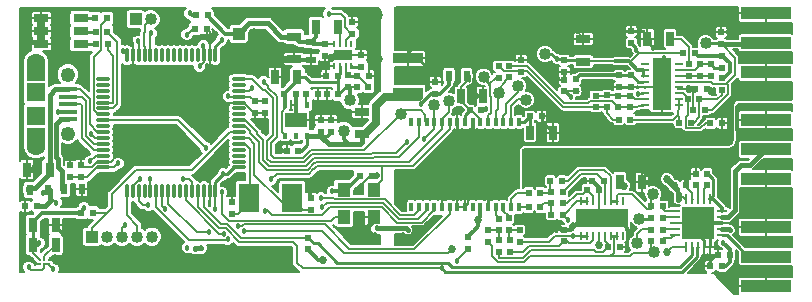
<source format=gtl>
G04 #@! TF.FileFunction,Copper,L1,Top,Signal*
%FSLAX46Y46*%
G04 Gerber Fmt 4.6, Leading zero omitted, Abs format (unit mm)*
G04 Created by KiCad (PCBNEW 4.0.5) date Sun Mar 19 22:32:23 2017*
%MOMM*%
%LPD*%
G01*
G04 APERTURE LIST*
%ADD10C,0.150000*%
%ADD11R,1.300000X0.700000*%
%ADD12R,0.300000X0.800000*%
%ADD13R,0.600000X0.500000*%
%ADD14R,1.700000X2.400000*%
%ADD15C,1.249680*%
%ADD16R,1.600200X1.501140*%
%ADD17R,1.501140X0.398780*%
%ADD18C,1.600200*%
%ADD19R,0.500000X0.600000*%
%ADD20R,0.700000X1.300000*%
%ADD21C,1.016000*%
%ADD22R,1.016000X1.016000*%
%ADD23R,0.350000X0.500000*%
%ADD24R,1.920000X1.200000*%
%ADD25R,0.250000X0.650000*%
%ADD26R,4.400000X1.650000*%
%ADD27C,0.400000*%
%ADD28R,0.850000X0.280000*%
%ADD29R,0.280000X0.850000*%
%ADD30R,2.700000X2.700000*%
%ADD31R,1.100000X1.200000*%
%ADD32C,0.200000*%
%ADD33R,0.280000X0.500000*%
%ADD34R,1.600000X0.900000*%
%ADD35R,0.650000X0.250000*%
%ADD36R,1.650000X4.400000*%
%ADD37R,4.200000X1.100000*%
%ADD38R,2.600000X0.900000*%
%ADD39R,0.900000X0.600000*%
%ADD40R,0.600000X0.900000*%
%ADD41O,1.200000X0.300000*%
%ADD42O,0.300000X1.200000*%
%ADD43C,0.457200*%
%ADD44C,0.685800*%
%ADD45C,0.457200*%
%ADD46C,0.330200*%
%ADD47C,0.254000*%
%ADD48C,0.203200*%
%ADD49C,0.711200*%
%ADD50C,0.152400*%
%ADD51C,0.177800*%
%ADD52C,0.558800*%
%ADD53C,0.381000*%
%ADD54C,0.355600*%
%ADD55C,0.304800*%
%ADD56C,0.127000*%
G04 APERTURE END LIST*
D10*
D11*
X181250000Y-81100000D03*
X181250000Y-83000000D03*
D12*
X194557240Y-81972600D03*
X193907240Y-81972600D03*
X192607240Y-81972600D03*
X193257240Y-81972600D03*
X190657240Y-81972600D03*
X190007240Y-81972600D03*
X191307240Y-81972600D03*
X191957240Y-81972600D03*
X186757240Y-81972600D03*
X186107240Y-81972600D03*
X185457240Y-81972600D03*
X188057240Y-81972600D03*
X187407240Y-81972600D03*
X188707240Y-81972600D03*
X189357240Y-81972600D03*
X189357240Y-89172600D03*
X188707240Y-89172600D03*
X187407240Y-89172600D03*
X188057240Y-89172600D03*
X185457240Y-89172600D03*
X186107240Y-89172600D03*
X186757240Y-89172600D03*
X191957240Y-89172600D03*
X191307240Y-89172600D03*
X190007240Y-89172600D03*
X190657240Y-89172600D03*
X193257240Y-89172600D03*
X192607240Y-89172600D03*
X193907240Y-89172600D03*
X194557240Y-89172600D03*
D13*
X176990000Y-88390000D03*
X176990000Y-89390000D03*
X170280000Y-88730000D03*
X170280000Y-89730000D03*
D14*
X171690000Y-88410000D03*
X175390000Y-88410000D03*
D15*
X156390340Y-82971640D03*
D16*
X153690320Y-83220560D03*
X153690320Y-77721460D03*
X153690320Y-81470500D03*
D17*
X156430980Y-79202280D03*
X156430980Y-79837280D03*
X156430980Y-80472280D03*
X156430980Y-81107280D03*
X156430980Y-81742280D03*
D18*
X153690320Y-83972400D03*
X153690320Y-76972160D03*
D16*
X153690320Y-79471520D03*
D15*
X156390340Y-77972920D03*
D13*
X211710000Y-75390000D03*
X211710000Y-74390000D03*
X210820000Y-77056360D03*
X210820000Y-78056360D03*
D11*
X200025000Y-74970600D03*
X200025000Y-76870600D03*
D13*
X204089000Y-74303000D03*
X204089000Y-75303000D03*
X198412100Y-77741400D03*
X198412100Y-76741400D03*
D19*
X210469100Y-79214980D03*
X209469100Y-79214980D03*
D13*
X187502800Y-78570200D03*
X187502800Y-79570200D03*
X201079100Y-79738600D03*
X201079100Y-80738600D03*
X203000000Y-80738600D03*
X203000000Y-79738600D03*
D20*
X195531700Y-82867500D03*
X197431700Y-82867500D03*
D19*
X195491480Y-81485740D03*
X196491480Y-81485740D03*
D13*
X172210000Y-80220000D03*
X172210000Y-81220000D03*
X157460000Y-86650000D03*
X157460000Y-85650000D03*
D19*
X167160000Y-74100000D03*
X168160000Y-74100000D03*
X179299490Y-79644240D03*
X178299490Y-79644240D03*
X179244880Y-78069440D03*
X178244880Y-78069440D03*
X180830600Y-78988920D03*
X181830600Y-78988920D03*
D13*
X178125120Y-75359640D03*
X178125120Y-76359640D03*
D11*
X175519080Y-74742000D03*
X175519080Y-76642000D03*
D19*
X174704120Y-79639160D03*
X175704120Y-79639160D03*
X176527840Y-79636620D03*
X177527840Y-79636620D03*
D13*
X177800000Y-81800000D03*
X177800000Y-82800000D03*
X178700000Y-81800000D03*
X178700000Y-82800000D03*
D19*
X201779760Y-86939120D03*
X200779760Y-86939120D03*
X200347960Y-87716360D03*
X201347960Y-87716360D03*
D13*
X198368920Y-92092400D03*
X198368920Y-91092400D03*
D19*
X202108180Y-92567760D03*
X203108180Y-92567760D03*
X198249160Y-86964520D03*
X197249160Y-86964520D03*
X198330440Y-89839800D03*
X197330440Y-89839800D03*
D13*
X194645280Y-92107640D03*
X194645280Y-91107640D03*
X191940180Y-92145740D03*
X191940180Y-91145740D03*
D19*
X206768320Y-89100000D03*
X205768320Y-89100000D03*
X206783560Y-91100000D03*
X205783560Y-91100000D03*
X206758160Y-90100000D03*
X205758160Y-90100000D03*
X206793720Y-92050000D03*
X205793720Y-92050000D03*
X207729200Y-87330280D03*
X208729200Y-87330280D03*
X210532600Y-87330280D03*
X209532600Y-87330280D03*
D20*
X205011060Y-87050880D03*
X203111060Y-87050880D03*
D19*
X211770000Y-94180000D03*
X210770000Y-94180000D03*
X212450000Y-93250000D03*
X211450000Y-93250000D03*
D13*
X204061060Y-78031720D03*
X204061060Y-79031720D03*
X211790000Y-76370000D03*
X211790000Y-77370000D03*
D19*
X181100000Y-86550000D03*
X182100000Y-86550000D03*
X210532600Y-86372700D03*
X209532600Y-86372700D03*
D20*
X152935900Y-86004400D03*
X154835900Y-86004400D03*
D19*
X152800000Y-89100000D03*
X153800000Y-89100000D03*
D11*
X157486620Y-75400000D03*
X154136620Y-75400000D03*
X154136620Y-74300000D03*
X157486620Y-74300000D03*
X157486620Y-73200000D03*
X154136620Y-73200000D03*
D21*
X172110400Y-74523600D03*
D22*
X170840400Y-74523600D03*
D20*
X177368160Y-73954640D03*
X179268160Y-73954640D03*
D21*
X164781000Y-91694800D03*
X163511000Y-91694800D03*
X160971000Y-91694800D03*
X162241000Y-91694800D03*
X159701000Y-91694800D03*
D22*
X158431000Y-91694800D03*
D19*
X209347180Y-80939640D03*
X210347180Y-80939640D03*
D13*
X199384920Y-79372080D03*
X199384920Y-78372080D03*
X203060300Y-78036800D03*
X203060300Y-79036800D03*
X208955640Y-78063980D03*
X208955640Y-77063980D03*
X211744560Y-79245080D03*
X211744560Y-78245080D03*
D19*
X208854420Y-80017620D03*
X209854420Y-80017620D03*
D13*
X202031600Y-79725900D03*
X202031600Y-80725900D03*
D19*
X208490000Y-76150000D03*
X209490000Y-76150000D03*
D13*
X203950000Y-80750000D03*
X203950000Y-79750000D03*
X192867280Y-78213840D03*
X192867280Y-77213840D03*
X193751200Y-78208760D03*
X193751200Y-77208760D03*
X190299340Y-91742640D03*
X190299340Y-92742640D03*
X176680000Y-92760000D03*
X176680000Y-91760000D03*
D19*
X159750000Y-75400000D03*
X158750000Y-75400000D03*
X159735140Y-74325480D03*
X158735140Y-74325480D03*
D13*
X180116480Y-79016480D03*
X180116480Y-78016480D03*
D19*
X180901720Y-78064360D03*
X181901720Y-78064360D03*
D13*
X181218840Y-77294360D03*
X181218840Y-76294360D03*
X180450000Y-74500000D03*
X180450000Y-73500000D03*
D19*
X167220000Y-72960000D03*
X168220000Y-72960000D03*
X159700000Y-73200000D03*
X158700000Y-73200000D03*
X196400040Y-87960200D03*
X195400040Y-87960200D03*
X196389880Y-89194640D03*
X195389880Y-89194640D03*
D13*
X193700400Y-91142440D03*
X193700400Y-90142440D03*
X192872360Y-91157680D03*
X192872360Y-90157680D03*
D19*
X198284720Y-87939880D03*
X197284720Y-87939880D03*
X198320280Y-88869520D03*
X197320280Y-88869520D03*
D13*
X193786760Y-92981400D03*
X193786760Y-91981400D03*
X192877440Y-92991560D03*
X192877440Y-91991560D03*
X209900520Y-77056360D03*
X209900520Y-78056360D03*
D21*
X191582040Y-78127860D03*
X192857120Y-79496920D03*
X179740000Y-82700000D03*
X180270000Y-80140000D03*
X205945740Y-88092280D03*
X204769720Y-90172540D03*
X204558900Y-92260420D03*
X205999080Y-93024960D03*
D23*
X174751960Y-83123560D03*
X175701960Y-83123560D03*
X176651960Y-83123560D03*
D24*
X175701960Y-81823560D03*
D23*
X176651960Y-80523560D03*
X175701960Y-80523560D03*
X174751960Y-80523560D03*
D25*
X203352340Y-88692060D03*
X203352340Y-91592060D03*
X202352340Y-91592060D03*
X202852340Y-91592060D03*
X201352340Y-88692060D03*
X201852340Y-88692060D03*
X202352340Y-88692060D03*
X202852340Y-88692060D03*
X201852340Y-91592060D03*
X201352340Y-91592060D03*
X200352340Y-91592060D03*
X200852340Y-91592060D03*
X199852340Y-91592060D03*
X200852340Y-88692060D03*
X200352340Y-88692060D03*
X199852340Y-88692060D03*
D26*
X201602340Y-90142060D03*
D27*
X208853200Y-89630680D03*
X208853200Y-91430680D03*
X210653200Y-90530680D03*
X209753200Y-89630680D03*
X209753200Y-91430680D03*
X208853200Y-90530680D03*
X210653200Y-89630680D03*
X209753200Y-90530680D03*
D28*
X211753200Y-89530680D03*
X211753200Y-90030680D03*
X211753200Y-91030680D03*
X211753200Y-90530680D03*
X211753200Y-91530680D03*
D29*
X210753200Y-88530680D03*
X209753200Y-88530680D03*
X210253200Y-88530680D03*
X209253200Y-88530680D03*
X208753200Y-88530680D03*
X208753200Y-92530680D03*
X209253200Y-92530680D03*
X210253200Y-92530680D03*
X209753200Y-92530680D03*
X210753200Y-92530680D03*
D28*
X207753200Y-91530680D03*
X207753200Y-90530680D03*
X207753200Y-91030680D03*
X207753200Y-90030680D03*
X207753200Y-89530680D03*
D30*
X209753200Y-90530680D03*
D27*
X210653200Y-91430680D03*
D31*
X182270000Y-90000000D03*
X182270000Y-87700000D03*
X179730000Y-87700000D03*
X179730000Y-90000000D03*
D21*
X163405000Y-73280000D03*
D22*
X162135000Y-73280000D03*
D21*
X182600000Y-72900000D03*
X193992500Y-73126600D03*
X196786500Y-76212700D03*
X210400000Y-75300000D03*
D13*
X156610000Y-86660000D03*
X156610000Y-85660000D03*
X173070000Y-80230000D03*
X173070000Y-81230000D03*
D20*
X155350000Y-90720000D03*
X153450000Y-90720000D03*
X153450000Y-92370000D03*
X155350000Y-92370000D03*
D32*
X154800000Y-93620000D03*
X154400000Y-93620000D03*
X154000000Y-93620000D03*
X154800000Y-94020000D03*
X154400000Y-94020000D03*
X154000000Y-94020000D03*
D19*
X190400000Y-81000000D03*
X191400000Y-81000000D03*
D21*
X194513200Y-78930500D03*
X195173600Y-80086200D03*
D19*
X210790000Y-82090000D03*
X211790000Y-82090000D03*
X208171160Y-82024220D03*
X209171160Y-82024220D03*
D13*
X198399400Y-78392400D03*
X198399400Y-79392400D03*
D33*
X180394040Y-77256680D03*
X179894040Y-77256680D03*
X178894040Y-77256680D03*
X179394040Y-77256680D03*
X179394040Y-75356680D03*
X178894040Y-75356680D03*
X179894040Y-75356680D03*
D34*
X179644040Y-76306680D03*
D33*
X180394040Y-75356680D03*
D35*
X205250000Y-77050000D03*
X208150000Y-77050000D03*
X208150000Y-78050000D03*
X208150000Y-77550000D03*
X205250000Y-79050000D03*
X205250000Y-78550000D03*
X205250000Y-78050000D03*
X205250000Y-77550000D03*
X208150000Y-78550000D03*
X208150000Y-79050000D03*
X208150000Y-80050000D03*
X208150000Y-79550000D03*
X208150000Y-80550000D03*
X205250000Y-79550000D03*
X205250000Y-80050000D03*
X205250000Y-80550000D03*
D36*
X206700000Y-78800000D03*
D20*
X173929000Y-78196440D03*
X175829000Y-78196440D03*
D37*
X215460000Y-75280000D03*
X215460000Y-72780000D03*
X215460000Y-77780000D03*
X215460000Y-84300000D03*
X215460000Y-81800000D03*
X215460000Y-86800000D03*
X215460000Y-93370000D03*
X215460000Y-90870000D03*
X215460000Y-95870000D03*
D20*
X189650000Y-79800000D03*
X191550000Y-79800000D03*
D19*
X203017500Y-81775300D03*
X204017500Y-81775300D03*
D13*
X194779900Y-76716000D03*
X194779900Y-77716000D03*
D20*
X205460000Y-74920000D03*
X207360000Y-74920000D03*
D38*
X185191400Y-76591500D03*
X185191400Y-79491500D03*
D39*
X176982120Y-75190920D03*
X176982120Y-76690920D03*
D19*
X174900000Y-84400000D03*
X175900000Y-84400000D03*
D40*
X157550000Y-87650000D03*
X156050000Y-87650000D03*
X153200000Y-87750000D03*
X154700000Y-87750000D03*
X188650000Y-78050000D03*
X190150000Y-78050000D03*
D21*
X188620400Y-80200500D03*
X187426600Y-80556100D03*
X184569100Y-81267300D03*
D19*
X157520000Y-89680000D03*
X158520000Y-89680000D03*
D41*
X170880000Y-85830000D03*
X170880000Y-85330000D03*
X170880000Y-84830000D03*
X170880000Y-84330000D03*
X170880000Y-83830000D03*
X170880000Y-83330000D03*
X170880000Y-82830000D03*
X170880000Y-82330000D03*
X170880000Y-81830000D03*
X170880000Y-81330000D03*
X170880000Y-80830000D03*
X170880000Y-80330000D03*
X170880000Y-79830000D03*
X170880000Y-79330000D03*
X170880000Y-78830000D03*
X170880000Y-78330000D03*
D42*
X168880000Y-76330000D03*
X168380000Y-76330000D03*
X167880000Y-76330000D03*
X167380000Y-76330000D03*
X166880000Y-76330000D03*
X166380000Y-76330000D03*
X165880000Y-76330000D03*
X165380000Y-76330000D03*
X164880000Y-76330000D03*
X164380000Y-76330000D03*
X163880000Y-76330000D03*
X163380000Y-76330000D03*
X162880000Y-76330000D03*
X162380000Y-76330000D03*
X161880000Y-76330000D03*
X161380000Y-76330000D03*
D41*
X159380000Y-78330000D03*
X159380000Y-78830000D03*
X159380000Y-79330000D03*
X159380000Y-79830000D03*
X159380000Y-80330000D03*
X159380000Y-80830000D03*
X159380000Y-81330000D03*
X159380000Y-81830000D03*
X159380000Y-82330000D03*
X159380000Y-82830000D03*
X159380000Y-83330000D03*
X159380000Y-83830000D03*
X159380000Y-84330000D03*
X159380000Y-84830000D03*
X159380000Y-85330000D03*
X159380000Y-85830000D03*
D42*
X161380000Y-87830000D03*
X161880000Y-87830000D03*
X162380000Y-87830000D03*
X162880000Y-87830000D03*
X163380000Y-87830000D03*
X163880000Y-87830000D03*
X164380000Y-87830000D03*
X164880000Y-87830000D03*
X165380000Y-87830000D03*
X165880000Y-87830000D03*
X166380000Y-87830000D03*
X166880000Y-87830000D03*
X167380000Y-87830000D03*
X167880000Y-87830000D03*
X168380000Y-87830000D03*
X168880000Y-87830000D03*
D43*
X185150000Y-91101810D03*
D44*
X208950000Y-79150000D03*
D43*
X182553713Y-90986383D03*
X186250000Y-80450000D03*
X186150000Y-79850000D03*
X198950000Y-79900000D03*
D44*
X207100000Y-86800000D03*
D43*
X211850000Y-92200000D03*
X208070000Y-88540000D03*
X212450000Y-91100000D03*
D44*
X203489560Y-87370920D03*
X201335640Y-92374720D03*
D43*
X185100000Y-83630000D03*
X186560000Y-83400000D03*
X178470000Y-72840000D03*
X169400000Y-75030000D03*
X173610000Y-86810000D03*
X168080000Y-84180000D03*
X171970000Y-79080000D03*
X172970000Y-78570000D03*
X188075921Y-94363621D03*
X189344300Y-93726012D03*
X173050000Y-89480000D03*
X169916245Y-91918719D03*
X177930000Y-89180000D03*
X163210000Y-89010000D03*
X177830000Y-88400000D03*
X163320000Y-86830000D03*
X158260000Y-85310000D03*
X164641614Y-89360955D03*
X161230000Y-90660000D03*
X163420000Y-74470000D03*
X189560200Y-81089500D03*
X185089800Y-72948800D03*
X185318400Y-75882500D03*
X209900000Y-73600000D03*
X197500000Y-73000000D03*
X202500000Y-73300000D03*
X198700000Y-81950000D03*
X202300000Y-82600000D03*
X206400000Y-82500000D03*
X184550000Y-86250000D03*
X184600000Y-88500000D03*
X206850000Y-80750010D03*
X191800000Y-88000000D03*
X199500000Y-74300000D03*
X197900000Y-78300000D03*
X211750000Y-81450000D03*
X212250000Y-74400000D03*
X206850000Y-76600000D03*
X206485298Y-78800000D03*
X205950000Y-75700000D03*
X191750000Y-80900000D03*
X191050000Y-79800000D03*
X188150000Y-88400000D03*
D44*
X210822540Y-79369920D03*
X215460000Y-72780000D03*
X215460000Y-77780000D03*
X189943740Y-83200240D03*
X196550000Y-83000000D03*
D43*
X190250000Y-88300000D03*
X189700000Y-88350000D03*
X155140000Y-94440000D03*
X153070000Y-94270000D03*
X166730000Y-72770000D03*
X155384500Y-88798400D03*
X154266900Y-88023700D03*
X204650000Y-79600000D03*
X197777100Y-76657200D03*
X204520800Y-75857100D03*
X198711820Y-90263980D03*
X199194420Y-91600020D03*
X170800002Y-90800000D03*
X168331750Y-91318250D03*
X171330000Y-91230000D03*
X169576617Y-91443383D03*
D44*
X207124300Y-92961460D03*
X188907420Y-92743020D03*
D43*
X162460000Y-86790000D03*
X169410000Y-87920000D03*
X185360000Y-92160000D03*
X184710000Y-91980000D03*
X210261200Y-93433900D03*
X195465700Y-84785200D03*
X198945500Y-84785200D03*
X203009500Y-84772500D03*
X207276700Y-85090000D03*
X215460000Y-81800000D03*
X215460000Y-86800000D03*
X201602340Y-90142060D03*
X203716984Y-91004337D03*
D44*
X215460000Y-95870000D03*
X215460000Y-90870000D03*
X195008500Y-90319860D03*
X197899020Y-90858340D03*
X208681320Y-86288880D03*
X205900020Y-86845140D03*
X203800000Y-86000000D03*
D43*
X170300000Y-87850000D03*
X167610000Y-86890000D03*
X168190000Y-77270000D03*
X169890000Y-80510000D03*
X176910000Y-87960000D03*
X160580000Y-84800000D03*
X161700000Y-75130000D03*
X152895300Y-74726800D03*
X181550000Y-91000000D03*
X182550000Y-86450000D03*
X182400000Y-91550000D03*
X181800000Y-91750000D03*
X181200000Y-90000000D03*
X181250000Y-87400000D03*
X174150000Y-83950000D03*
D44*
X176227740Y-82090260D03*
X174850000Y-73600000D03*
X173500000Y-75050000D03*
D43*
X155969409Y-91450591D03*
X155300000Y-93420000D03*
X153530300Y-85813900D03*
D44*
X178700000Y-76520000D03*
X182740000Y-76620000D03*
X180120000Y-76320000D03*
X182560000Y-75040000D03*
D43*
X153392730Y-93677270D03*
X169560000Y-86380000D03*
X178760000Y-87850000D03*
X168860000Y-89380000D03*
X166500000Y-92620000D03*
X167130000Y-92690000D03*
X167700000Y-92650000D03*
X167551973Y-77255455D03*
X160630000Y-85470000D03*
X169980000Y-79810000D03*
X167850000Y-75550000D03*
X166470000Y-74580000D03*
X161044398Y-75970000D03*
X157740000Y-89240000D03*
X153953000Y-92233100D03*
D44*
X191119760Y-90241120D03*
X178020000Y-93680000D03*
D43*
X162315589Y-75138453D03*
X155510002Y-81100000D03*
X158375290Y-82981910D03*
X166170000Y-86819998D03*
D45*
X184974812Y-90926622D02*
X185150000Y-91101810D01*
X184499222Y-90926622D02*
X184974812Y-90926622D01*
X184439461Y-90986383D02*
X184499222Y-90926622D01*
X182553713Y-90986383D02*
X184439461Y-90986383D01*
D46*
X187701300Y-79570200D02*
X187910000Y-79570200D01*
X187910000Y-79570200D02*
X188650000Y-78830200D01*
X188650000Y-78830200D02*
X188650000Y-78050000D01*
D47*
X187502800Y-79570200D02*
X187701300Y-79570200D01*
D46*
X186250000Y-80450000D02*
X187129800Y-79570200D01*
X187129800Y-79570200D02*
X187502800Y-79570200D01*
D47*
X186150000Y-79850000D02*
X185549900Y-79850000D01*
X185549900Y-79850000D02*
X185191400Y-79491500D01*
D48*
X208086600Y-79150000D02*
X208465067Y-79150000D01*
X209469100Y-79214980D02*
X209014980Y-79214980D01*
X208465067Y-79150000D02*
X208950000Y-79150000D01*
X208005340Y-79068740D02*
X208086600Y-79150000D01*
X209014980Y-79214980D02*
X208950000Y-79150000D01*
D49*
X183200000Y-79850000D02*
X186150000Y-79850000D01*
X182450000Y-80600000D02*
X183200000Y-79850000D01*
X182450000Y-82100000D02*
X182450000Y-80600000D01*
X181250000Y-83000000D02*
X181550000Y-83000000D01*
X181550000Y-83000000D02*
X182450000Y-82100000D01*
D45*
X176651960Y-83123560D02*
X177750830Y-83123560D01*
X177750830Y-83123560D02*
X178500000Y-83872730D01*
D47*
X178326440Y-83123560D02*
X178650000Y-82800000D01*
X178650000Y-82800000D02*
X178700000Y-82800000D01*
X177476440Y-83123560D02*
X178326440Y-83123560D01*
X176651960Y-83123560D02*
X177476440Y-83123560D01*
X177476440Y-83123560D02*
X177800000Y-82800000D01*
X176150000Y-84400000D02*
X176651960Y-83898040D01*
X176651960Y-83898040D02*
X176651960Y-83123560D01*
D45*
X180543580Y-83801840D02*
X181100000Y-83801840D01*
X181250000Y-83000000D02*
X181250000Y-83651840D01*
X181250000Y-83651840D02*
X181100000Y-83801840D01*
D46*
X212450000Y-93250000D02*
X212450000Y-92800000D01*
X212450000Y-92800000D02*
X211850000Y-92200000D01*
D47*
X198953400Y-79896600D02*
X198950000Y-79900000D01*
X198399400Y-79392400D02*
X198449400Y-79392400D01*
X198449400Y-79392400D02*
X198953400Y-79896400D01*
X198953400Y-79896400D02*
X198953400Y-79896600D01*
D48*
X198399400Y-79392400D02*
X199364600Y-79392400D01*
X199364600Y-79392400D02*
X199384920Y-79372080D01*
D50*
X199384920Y-79372080D02*
X199642220Y-79372080D01*
D45*
X179900000Y-83801840D02*
X180131840Y-83801840D01*
X178570890Y-83801840D02*
X179900000Y-83801840D01*
X179900000Y-83801840D02*
X180101840Y-83801840D01*
D51*
X209469100Y-79214980D02*
X209347180Y-79336900D01*
X209347180Y-79336900D02*
X209347180Y-80939640D01*
D46*
X208070000Y-88540000D02*
X208070000Y-87671080D01*
X208070000Y-87671080D02*
X207729200Y-87330280D01*
D52*
X207729200Y-87330280D02*
X207630280Y-87330280D01*
X207630280Y-87330280D02*
X207100000Y-86800000D01*
D47*
X178500000Y-83872730D02*
X178570890Y-83801840D01*
D46*
X211770000Y-94180000D02*
X212080000Y-94180000D01*
X212420000Y-93840000D02*
X212420000Y-93410000D01*
X212080000Y-94180000D02*
X212420000Y-93840000D01*
X212420000Y-93410000D02*
X212420000Y-92770000D01*
X212420000Y-92770000D02*
X211850000Y-92200000D01*
D53*
X211753200Y-91030680D02*
X212380680Y-91030680D01*
X208138060Y-88471940D02*
X208138060Y-88051940D01*
X208070000Y-88540000D02*
X208138060Y-88471940D01*
X212380680Y-91030680D02*
X212450000Y-91100000D01*
D54*
X179740000Y-82700000D02*
X179740000Y-83410000D01*
X179740000Y-83410000D02*
X180131840Y-83801840D01*
D45*
X180131840Y-83801840D02*
X180543580Y-83801840D01*
D47*
X178754660Y-83801840D02*
X178570890Y-83801840D01*
X178766090Y-83790410D02*
X178754660Y-83801840D01*
D51*
X209469100Y-79214980D02*
X209469100Y-79427960D01*
D55*
X203489560Y-87370920D02*
X203169520Y-87050880D01*
X203169520Y-87050880D02*
X203111060Y-87050880D01*
D48*
X208753200Y-88530680D02*
X208616800Y-88530680D01*
X208616800Y-88530680D02*
X208138060Y-88051940D01*
X208138060Y-88051940D02*
X207729200Y-87643080D01*
X207729200Y-87643080D02*
X207729200Y-87330280D01*
X201352340Y-92358020D02*
X201335640Y-92374720D01*
X201352340Y-92358020D02*
X201352340Y-91592060D01*
D47*
X175829000Y-78196440D02*
X176433000Y-78196440D01*
X176433000Y-78196440D02*
X176860001Y-78623441D01*
X176860001Y-78623441D02*
X179244880Y-78623440D01*
X179244880Y-78623440D02*
X179244880Y-78069440D01*
D55*
X180270000Y-80140000D02*
X180270000Y-79170000D01*
X180270000Y-79170000D02*
X180116480Y-79016480D01*
D47*
X179299490Y-79644240D02*
X179927250Y-79016480D01*
X179927250Y-79016480D02*
X180116480Y-79016480D01*
X179299490Y-79644240D02*
X179244880Y-79589630D01*
X179244880Y-79589630D02*
X179244880Y-78069440D01*
D48*
X174751960Y-80523560D02*
X174751960Y-80826650D01*
X174482760Y-82854360D02*
X174751960Y-83123560D01*
X174482760Y-81095850D02*
X174482760Y-82854360D01*
X174751960Y-80826650D02*
X174482760Y-81095850D01*
D54*
X174704120Y-79639160D02*
X174704120Y-79590520D01*
X174704120Y-79590520D02*
X175897540Y-78427580D01*
X174751960Y-80523560D02*
X174764660Y-79699700D01*
X174764660Y-79699700D02*
X174704120Y-79639160D01*
D48*
X180116480Y-79016480D02*
X180803040Y-79016480D01*
X180803040Y-79016480D02*
X180830600Y-78988920D01*
D47*
X179244880Y-78069440D02*
X179394040Y-77920280D01*
X179394040Y-77920280D02*
X179394040Y-77256680D01*
D48*
X212152230Y-78746350D02*
X212152230Y-78766479D01*
X212152230Y-78766479D02*
X212227441Y-78766479D01*
X212227441Y-78766479D02*
X212273161Y-78812199D01*
X212273161Y-78812199D02*
X212273161Y-79597866D01*
X212273161Y-79597866D02*
X210931387Y-80939640D01*
X210931387Y-80939640D02*
X210800380Y-80939640D01*
X210800380Y-80939640D02*
X210347180Y-80939640D01*
D47*
X210400000Y-75300000D02*
X211620000Y-75300000D01*
X211620000Y-75300000D02*
X211710000Y-75390000D01*
D50*
X211710000Y-75390000D02*
X211750000Y-75390000D01*
D51*
X211750000Y-75390000D02*
X212900000Y-76540000D01*
X212900000Y-76540000D02*
X212900000Y-77998580D01*
X212900000Y-77998580D02*
X212194290Y-78704290D01*
X212194290Y-78704290D02*
X212152230Y-78746350D01*
X210841780Y-78568740D02*
X211019390Y-78746350D01*
X211019390Y-78746350D02*
X212152230Y-78746350D01*
X208005340Y-78568740D02*
X210841780Y-78568740D01*
D53*
X211710000Y-75390000D02*
X215350000Y-75390000D01*
X215350000Y-75390000D02*
X215460000Y-75280000D01*
D48*
X192607240Y-81972600D02*
X192607240Y-81069760D01*
X192607240Y-81069760D02*
X192772920Y-80904080D01*
X192857120Y-79496920D02*
X192857120Y-79192120D01*
X193431160Y-78528800D02*
X193751200Y-78208760D01*
X193431160Y-78618080D02*
X193431160Y-78528800D01*
X192857120Y-79192120D02*
X193431160Y-78618080D01*
X192772920Y-80904080D02*
X192772920Y-79581120D01*
X192772920Y-79581120D02*
X192857120Y-79496920D01*
D50*
X191957240Y-81972600D02*
X191957240Y-81420200D01*
X191957240Y-81420200D02*
X192200000Y-81177440D01*
X192200000Y-81177440D02*
X192200000Y-79892378D01*
X192200000Y-79892378D02*
X192103201Y-79795579D01*
X192103201Y-79795579D02*
X192103201Y-78778561D01*
X192103201Y-78778561D02*
X192069720Y-78745080D01*
D47*
X191582040Y-78127860D02*
X191582040Y-78257400D01*
X191582040Y-78257400D02*
X192069720Y-78745080D01*
D48*
X192867280Y-78213840D02*
X192600960Y-78213840D01*
X192600960Y-78213840D02*
X192069720Y-78745080D01*
X191810640Y-78356460D02*
X191582040Y-78127860D01*
X192069720Y-78745080D02*
X191810640Y-78356460D01*
X193257240Y-81972600D02*
X193257240Y-81484400D01*
X193257240Y-81484400D02*
X193484880Y-81256760D01*
X193484880Y-81256760D02*
X193484880Y-80425800D01*
X193484880Y-80425800D02*
X194513200Y-79397480D01*
X194513200Y-79397480D02*
X194513200Y-78930500D01*
X193257240Y-89172600D02*
X193257240Y-89523640D01*
X193700400Y-89966800D02*
X193700400Y-90142440D01*
X193257240Y-89523640D02*
X193700400Y-89966800D01*
X192607240Y-89172600D02*
X192607240Y-89892560D01*
X192607240Y-89892560D02*
X192872360Y-90157680D01*
X195389880Y-89194640D02*
X194579280Y-89194640D01*
X194579280Y-89194640D02*
X194557240Y-89172600D01*
X195400040Y-87960200D02*
X194447160Y-87960200D01*
X193907240Y-88500120D02*
X193907240Y-89172600D01*
X194447160Y-87960200D02*
X193907240Y-88500120D01*
X185100000Y-83630000D02*
X184131609Y-84598391D01*
X184131609Y-84598391D02*
X182156154Y-84598391D01*
X182156154Y-84598391D02*
X182056777Y-84697769D01*
X173739790Y-83103224D02*
X173739790Y-79959790D01*
X182056777Y-84697769D02*
X177079217Y-84697769D01*
X177079217Y-84697769D02*
X176416007Y-85360979D01*
X176416007Y-85360979D02*
X173544951Y-85360979D01*
X173544951Y-85360979D02*
X173260420Y-85076448D01*
X173260420Y-85076448D02*
X173260420Y-83582593D01*
X173260420Y-83582593D02*
X173739790Y-83103224D01*
X173739790Y-79959790D02*
X173088320Y-79308320D01*
X173088320Y-79308320D02*
X172918911Y-79308320D01*
X172918911Y-79308320D02*
X171940000Y-78330000D01*
X171940000Y-78330000D02*
X170880000Y-78330000D01*
X187407240Y-81972600D02*
X187407240Y-82552760D01*
X187407240Y-82552760D02*
X186560000Y-83400000D01*
X187407240Y-81972600D02*
X187407240Y-80575460D01*
X187407240Y-80575460D02*
X187426600Y-80556100D01*
X187407240Y-81972600D02*
X187407240Y-82222600D01*
D53*
X211753200Y-90030680D02*
X212319320Y-90030680D01*
X214120000Y-85640000D02*
X215460000Y-84300000D01*
X213360000Y-85640000D02*
X214120000Y-85640000D01*
X212880000Y-86120000D02*
X213360000Y-85640000D01*
X212880000Y-89470000D02*
X212880000Y-86120000D01*
X212319320Y-90030680D02*
X212880000Y-89470000D01*
D47*
X213127300Y-92502700D02*
X213994600Y-93370000D01*
X213994600Y-93370000D02*
X215460000Y-93370000D01*
X211753200Y-91530680D02*
X212155280Y-91530680D01*
X212155280Y-91530680D02*
X213020000Y-92395400D01*
X213020000Y-92395400D02*
X213127300Y-92502700D01*
X213127300Y-92502700D02*
X213184600Y-92560000D01*
X213184600Y-92560000D02*
X213187280Y-92562680D01*
D50*
X180450000Y-74500000D02*
X180400000Y-74500000D01*
X180400000Y-74500000D02*
X179821361Y-73921361D01*
X179821361Y-73921361D02*
X179821361Y-73142079D01*
X179821361Y-73142079D02*
X179519282Y-72840000D01*
X179519282Y-72840000D02*
X178793289Y-72840000D01*
X178793289Y-72840000D02*
X178470000Y-72840000D01*
D48*
X179894040Y-75356680D02*
X179894040Y-75055960D01*
X179894040Y-75055960D02*
X180450000Y-74500000D01*
D47*
X168880000Y-76330000D02*
X168880000Y-75550000D01*
X168880000Y-75550000D02*
X169400000Y-75030000D01*
D48*
X170880000Y-82330000D02*
X171365435Y-82330000D01*
X171365435Y-82330000D02*
X171790000Y-82754565D01*
X171790000Y-82754565D02*
X171790000Y-82870000D01*
X176689562Y-86021398D02*
X177265480Y-85445477D01*
X177361811Y-85358189D02*
X182330329Y-85358189D01*
X171790000Y-82870000D02*
X172600000Y-83680000D01*
X172600000Y-83680000D02*
X172600000Y-85350000D01*
X172600000Y-85350000D02*
X173271399Y-86021399D01*
X173271399Y-86021399D02*
X176689562Y-86021398D01*
X177265480Y-85445477D02*
X177274523Y-85445477D01*
X177274523Y-85445477D02*
X177361811Y-85358189D01*
X182330329Y-85358189D02*
X182337238Y-85351280D01*
X182337238Y-85351280D02*
X184560000Y-85351280D01*
X184560000Y-85351280D02*
X184700000Y-85351280D01*
X188057240Y-81972600D02*
X188057240Y-81722600D01*
X188057240Y-81722600D02*
X188620400Y-81159440D01*
X188620400Y-81159440D02*
X188620400Y-80200500D01*
X188057240Y-82575800D02*
X188057240Y-81972600D01*
X184840484Y-85351280D02*
X184700000Y-85351280D01*
X184700000Y-85351280D02*
X185281760Y-85351280D01*
X185281760Y-85351280D02*
X188057240Y-82575800D01*
X188057240Y-81972600D02*
X188057240Y-82329802D01*
X176826341Y-86351607D02*
X174540000Y-86351607D01*
X174540000Y-86351607D02*
X174068393Y-86351607D01*
X174068393Y-86351607D02*
X173610000Y-86810000D01*
X168080000Y-84180000D02*
X165730000Y-81830000D01*
X165730000Y-81830000D02*
X159380000Y-81830000D01*
X177188015Y-85998972D02*
X177178974Y-85998972D01*
X177178974Y-85998972D02*
X176826341Y-86351607D01*
X182467106Y-85688399D02*
X177498588Y-85688399D01*
X177498588Y-85688399D02*
X177188015Y-85998972D01*
X183007201Y-85714091D02*
X182924091Y-85714091D01*
X182924091Y-85714091D02*
X182898399Y-85688399D01*
X182898399Y-85688399D02*
X182467106Y-85688399D01*
X183750000Y-85706890D02*
X183000000Y-85706890D01*
X183007201Y-86912799D02*
X183007201Y-85714091D01*
X182270000Y-87700000D02*
X182270000Y-87650000D01*
X182270000Y-87650000D02*
X183007201Y-86912799D01*
X183007201Y-85714091D02*
X183000000Y-85706890D01*
X183750000Y-85706890D02*
X183493110Y-85706890D01*
X185576150Y-85706890D02*
X183750000Y-85706890D01*
X188707240Y-81972600D02*
X188707240Y-82575800D01*
X188707240Y-82575800D02*
X185576150Y-85706890D01*
X172970000Y-78570000D02*
X173320000Y-78920000D01*
X173320000Y-78920000D02*
X173320000Y-79063420D01*
X173320000Y-79063420D02*
X174070000Y-79813420D01*
X174070000Y-83240000D02*
X173590630Y-83719370D01*
X174070000Y-79813420D02*
X174070000Y-83240000D01*
X173590630Y-83719370D02*
X173590630Y-84770630D01*
X173590630Y-84770630D02*
X173850769Y-85030769D01*
X173850769Y-85030769D02*
X176279231Y-85030769D01*
X176279231Y-85030769D02*
X176942441Y-84367559D01*
X176942441Y-84367559D02*
X181468841Y-84367559D01*
X181468841Y-84367559D02*
X184569100Y-81267300D01*
X171970000Y-79080000D02*
X171720000Y-79330000D01*
X171720000Y-79330000D02*
X170880000Y-79330000D01*
X184607200Y-81000600D02*
X186245500Y-81000600D01*
X186245500Y-81000600D02*
X186639200Y-81394300D01*
X186639200Y-81394300D02*
X186639200Y-81854560D01*
X186639200Y-81854560D02*
X186757240Y-81972600D01*
X186757240Y-81972600D02*
X186757240Y-82222600D01*
X170880000Y-81830000D02*
X171365435Y-81830000D01*
X171365435Y-81830000D02*
X172390000Y-82854565D01*
X172390000Y-82854565D02*
X172390000Y-82990000D01*
X172930210Y-83530210D02*
X172930210Y-85213224D01*
X172390000Y-82990000D02*
X172930210Y-83530210D01*
X186107240Y-83272760D02*
X186107240Y-81972600D01*
X172930210Y-85213224D02*
X173408175Y-85691189D01*
X184451399Y-84928601D02*
X186107240Y-83272760D01*
X173408175Y-85691189D02*
X176552784Y-85691189D01*
X176552784Y-85691189D02*
X177215993Y-85027979D01*
X177215993Y-85027979D02*
X182193553Y-85027979D01*
X182292931Y-84928601D02*
X184451399Y-84928601D01*
X182193553Y-85027979D02*
X182292931Y-84928601D01*
X189344300Y-93726012D02*
X189344300Y-93697680D01*
X189344300Y-93697680D02*
X190299340Y-92742640D01*
X169760000Y-90980186D02*
X170918323Y-92138509D01*
X167380000Y-89181092D02*
X169185090Y-90986182D01*
X169185090Y-90986182D02*
X169754004Y-90986182D01*
X169754004Y-90986182D02*
X169760000Y-90980186D01*
X167380000Y-87830000D02*
X167380000Y-89181092D01*
X170918323Y-92138509D02*
X175428509Y-92138509D01*
X176269987Y-94363621D02*
X187752632Y-94363621D01*
X187752632Y-94363621D02*
X188075921Y-94363621D01*
X175428509Y-92138509D02*
X175791990Y-92501990D01*
X175791990Y-92501990D02*
X175791990Y-93885624D01*
X175791990Y-93885624D02*
X176269987Y-94363621D01*
D47*
X188352722Y-94640422D02*
X188075921Y-94363621D01*
X209672601Y-93179201D02*
X209659610Y-93192192D01*
X209672601Y-92530680D02*
X209672601Y-93179201D01*
X209753200Y-92530680D02*
X209672601Y-92530680D01*
X209659609Y-93378021D02*
X208397208Y-94640422D01*
X208397208Y-94640422D02*
X188352722Y-94640422D01*
X209659610Y-93192192D02*
X209659609Y-93378021D01*
D48*
X167880000Y-87830000D02*
X167880000Y-89214106D01*
X167880000Y-89214106D02*
X169321866Y-90655972D01*
X169896778Y-90649978D02*
X171055101Y-91808301D01*
X169321866Y-90655972D02*
X169327860Y-90649978D01*
X169327860Y-90649978D02*
X169896778Y-90649978D01*
X171055101Y-91808301D02*
X176128499Y-91808301D01*
X176128499Y-91808301D02*
X176176800Y-91760000D01*
X176176800Y-91760000D02*
X176680000Y-91760000D01*
D47*
X188909262Y-94234012D02*
X208228868Y-94234012D01*
X177234000Y-92264000D02*
X177575170Y-92264000D01*
X209253200Y-93209680D02*
X209253200Y-92530680D01*
X188556261Y-93881011D02*
X188909262Y-94234012D01*
X179192181Y-93881011D02*
X188556261Y-93881011D01*
X176730000Y-91760000D02*
X177234000Y-92264000D01*
X208228868Y-94234012D02*
X209253200Y-93209680D01*
X177575170Y-92264000D02*
X179192181Y-93881011D01*
X176680000Y-91760000D02*
X176730000Y-91760000D01*
D50*
X173050000Y-89480000D02*
X173070000Y-89460000D01*
X173643201Y-89853201D02*
X177895865Y-89853201D01*
X178470000Y-89279066D02*
X178490934Y-89279066D01*
X173070000Y-89460000D02*
X173250000Y-89460000D01*
X178490934Y-89279066D02*
X178606378Y-89163622D01*
X187407240Y-89422600D02*
X187407240Y-89172600D01*
X173250000Y-89460000D02*
X173643201Y-89853201D01*
X177895865Y-89853201D02*
X178470000Y-89279066D01*
X178606378Y-89163622D02*
X182949384Y-89163622D01*
X182949384Y-89163622D02*
X184280572Y-90494811D01*
X184280572Y-90494811D02*
X186335029Y-90494811D01*
X186335029Y-90494811D02*
X187407240Y-89422600D01*
X163880000Y-87830000D02*
X163880000Y-89210000D01*
X163880000Y-89210000D02*
X166640959Y-91970959D01*
X166640959Y-91970959D02*
X169864005Y-91970959D01*
X169864005Y-91970959D02*
X169916245Y-91918719D01*
D48*
X187407240Y-89172600D02*
X187407240Y-89529802D01*
X187407240Y-89172600D02*
X187407240Y-89458346D01*
X177930000Y-89180000D02*
X178290000Y-88820000D01*
X183075640Y-88858812D02*
X184406828Y-90190000D01*
X178290000Y-88820000D02*
X178821530Y-88820000D01*
X178821530Y-88820000D02*
X178860342Y-88858812D01*
X178860342Y-88858812D02*
X183075640Y-88858812D01*
X184406828Y-90190000D02*
X185989840Y-90190000D01*
X185989840Y-90190000D02*
X186757240Y-89422600D01*
X186757240Y-89422600D02*
X186757240Y-89172600D01*
X162380000Y-88633200D02*
X162756800Y-89010000D01*
X162380000Y-87830000D02*
X162380000Y-88633200D01*
X162886711Y-89010000D02*
X163210000Y-89010000D01*
X162756800Y-89010000D02*
X162886711Y-89010000D01*
D47*
X186728100Y-89143460D02*
X186757240Y-89172600D01*
D48*
X183212417Y-88528601D02*
X178997118Y-88528601D01*
X178997118Y-88528601D02*
X178868517Y-88400000D01*
X178868517Y-88400000D02*
X178153289Y-88400000D01*
X178153289Y-88400000D02*
X177830000Y-88400000D01*
X184543605Y-89859789D02*
X183212417Y-88528601D01*
X186107240Y-89172600D02*
X186107240Y-89422600D01*
X185670051Y-89859789D02*
X184543605Y-89859789D01*
X186107240Y-89422600D02*
X185670051Y-89859789D01*
X163320000Y-86830000D02*
X163320000Y-87770000D01*
X163320000Y-87770000D02*
X163380000Y-87830000D01*
X161380000Y-89890000D02*
X162241000Y-90751000D01*
X162241000Y-90751000D02*
X162241000Y-91694800D01*
X161380000Y-87830000D02*
X161380000Y-89890000D01*
X158260000Y-85310000D02*
X158740000Y-84830000D01*
X158740000Y-84830000D02*
X159380000Y-84830000D01*
X164380000Y-87830000D02*
X164380000Y-89099341D01*
X164380000Y-89099341D02*
X164641614Y-89360955D01*
X160971000Y-91694800D02*
X160971000Y-90919000D01*
X160971000Y-90919000D02*
X161230000Y-90660000D01*
X162880000Y-76330000D02*
X162880000Y-75526800D01*
X162897001Y-74376341D02*
X162897001Y-73787999D01*
X162880000Y-75526800D02*
X162862799Y-75509599D01*
X162897001Y-73787999D02*
X163405000Y-73280000D01*
X162862799Y-74410543D02*
X162897001Y-74376341D01*
X162862799Y-75509599D02*
X162862799Y-74410543D01*
X163380000Y-74510000D02*
X163420000Y-74470000D01*
X163380000Y-76330000D02*
X163380000Y-74510000D01*
X159614600Y-89800000D02*
X160134600Y-89280000D01*
X160134600Y-89280000D02*
X160134600Y-88089965D01*
X160134600Y-88089965D02*
X162174565Y-86050000D01*
X162174565Y-86050000D02*
X166856800Y-86050000D01*
X170076800Y-82830000D02*
X170880000Y-82830000D01*
X166856800Y-86050000D02*
X170076800Y-82830000D01*
X159614600Y-89800000D02*
X158431000Y-90983600D01*
X159614600Y-89800000D02*
X159494600Y-89680000D01*
X159494600Y-89680000D02*
X158520000Y-89680000D01*
X158431000Y-90983600D02*
X158431000Y-91694800D01*
D50*
X189357240Y-81972600D02*
X189357240Y-81292460D01*
X189357240Y-81292460D02*
X189560200Y-81089500D01*
D47*
X185191400Y-76591500D02*
X185191400Y-76009500D01*
X185191400Y-76009500D02*
X185318400Y-75882500D01*
X187502800Y-78570200D02*
X187502800Y-78052900D01*
X187502800Y-78052900D02*
X186041400Y-76591500D01*
X186041400Y-76591500D02*
X185191400Y-76591500D01*
X202500000Y-73300000D02*
X209600000Y-73300000D01*
X209600000Y-73300000D02*
X209900000Y-73600000D01*
X204698600Y-74303000D02*
X203503000Y-74303000D01*
X203503000Y-74303000D02*
X202500000Y-73300000D01*
D48*
X206400000Y-82500000D02*
X202400000Y-82500000D01*
X202400000Y-82500000D02*
X202300000Y-82600000D01*
D50*
X188150000Y-88400000D02*
X184700000Y-88400000D01*
X184700000Y-88400000D02*
X184600000Y-88500000D01*
D48*
X206850000Y-76600000D02*
X206850000Y-80750010D01*
D47*
X191957240Y-89172600D02*
X191957240Y-88157240D01*
X191957240Y-88157240D02*
X191800000Y-88000000D01*
D48*
X200025000Y-74970600D02*
X200025000Y-74825000D01*
X200025000Y-74825000D02*
X199500000Y-74300000D01*
X198399400Y-78392400D02*
X197992400Y-78392400D01*
X197992400Y-78392400D02*
X197900000Y-78300000D01*
X211790000Y-82090000D02*
X211790000Y-81490000D01*
X211790000Y-81490000D02*
X211750000Y-81450000D01*
X211710000Y-74390000D02*
X212240000Y-74390000D01*
X212240000Y-74390000D02*
X212250000Y-74400000D01*
X206700000Y-78800000D02*
X206485298Y-78800000D01*
X205250000Y-79050000D02*
X206450000Y-79050000D01*
X206450000Y-79050000D02*
X206700000Y-78800000D01*
X204061060Y-79031720D02*
X205231720Y-79031720D01*
X205231720Y-79031720D02*
X205250000Y-79050000D01*
D47*
X205660000Y-74920000D02*
X205660000Y-75410000D01*
X205660000Y-75410000D02*
X205950000Y-75700000D01*
X204698600Y-74303000D02*
X205043000Y-74303000D01*
X205043000Y-74303000D02*
X205660000Y-74920000D01*
X189357240Y-81972600D02*
X189357240Y-82613740D01*
X189357240Y-82613740D02*
X189943740Y-83200240D01*
X191400000Y-81000000D02*
X191650000Y-81000000D01*
X191650000Y-81000000D02*
X191750000Y-80900000D01*
X191550000Y-79800000D02*
X191050000Y-79800000D01*
D50*
X188057240Y-89172600D02*
X188057240Y-88492760D01*
X188057240Y-88492760D02*
X188150000Y-88400000D01*
D47*
X198412100Y-77741400D02*
X198412100Y-78379700D01*
X198412100Y-78379700D02*
X198399400Y-78392400D01*
D54*
X210469100Y-79214980D02*
X210667600Y-79214980D01*
X210667600Y-79214980D02*
X210822540Y-79369920D01*
D47*
X203166980Y-79031720D02*
X204061060Y-79031720D01*
D55*
X190657240Y-81972600D02*
X190657240Y-82486740D01*
X190657240Y-82486740D02*
X189943740Y-83200240D01*
D50*
X197431700Y-82867500D02*
X196682500Y-82867500D01*
X196682500Y-82867500D02*
X196550000Y-83000000D01*
D47*
X196491480Y-81485740D02*
X196491480Y-81927280D01*
X196491480Y-81927280D02*
X197431700Y-82867500D01*
D50*
X190250000Y-88300000D02*
X190250000Y-88929840D01*
X190250000Y-88929840D02*
X190007240Y-89172600D01*
X189357240Y-89172600D02*
X189357240Y-88692760D01*
X189357240Y-88692760D02*
X189700000Y-88350000D01*
X190007240Y-89172600D02*
X189357240Y-89172600D01*
D48*
X154800000Y-94020000D02*
X154800000Y-94100000D01*
X154800000Y-94100000D02*
X155140000Y-94440000D01*
X154221401Y-94498599D02*
X154400000Y-94320000D01*
X154400000Y-94320000D02*
X154400000Y-94161421D01*
X154400000Y-94161421D02*
X154400000Y-94020000D01*
X153070000Y-94270000D02*
X153298599Y-94498599D01*
X153298599Y-94498599D02*
X154221401Y-94498599D01*
D46*
X166920000Y-72960000D02*
X166730000Y-72770000D01*
X167220000Y-72960000D02*
X166920000Y-72960000D01*
D48*
X154900000Y-87750000D02*
X154900000Y-88313900D01*
X154900000Y-88313900D02*
X155384500Y-88798400D01*
X154900000Y-87750000D02*
X154540600Y-87750000D01*
X154540600Y-87750000D02*
X154266900Y-88023700D01*
D53*
X153800000Y-89100000D02*
X154431000Y-89100000D01*
X154431000Y-89100000D02*
X154900000Y-88631000D01*
X154900000Y-88631000D02*
X154900000Y-87750000D01*
D50*
X154800000Y-94020000D02*
X154400000Y-94020000D01*
D47*
X204520800Y-75857100D02*
X204520800Y-75734800D01*
X204520800Y-75734800D02*
X204089000Y-75303000D01*
D48*
X205074080Y-79600000D02*
X204973289Y-79600000D01*
X204973289Y-79600000D02*
X204650000Y-79600000D01*
X205105340Y-79568740D02*
X205074080Y-79600000D01*
D47*
X196786500Y-76212700D02*
X197332600Y-76212700D01*
X197332600Y-76212700D02*
X197777100Y-76657200D01*
X197777100Y-76657200D02*
X198327900Y-76657200D01*
X198327900Y-76657200D02*
X198412100Y-76741400D01*
X198412100Y-76741400D02*
X199895800Y-76741400D01*
X199895800Y-76741400D02*
X200025000Y-76870600D01*
D48*
X202692000Y-76837200D02*
X200058400Y-76837200D01*
X200058400Y-76837200D02*
X200025000Y-76870600D01*
X204520800Y-75857100D02*
X204780000Y-76116300D01*
X204780000Y-76116300D02*
X204780000Y-76150000D01*
D51*
X208490000Y-76150000D02*
X204780000Y-76150000D01*
X204092800Y-76837200D02*
X202692000Y-76837200D01*
X204780000Y-76150000D02*
X204092800Y-76837200D01*
D55*
X205105340Y-77568740D02*
X204609380Y-77568740D01*
X203877840Y-76837200D02*
X202692000Y-76837200D01*
X204609380Y-77568740D02*
X203877840Y-76837200D01*
D47*
X205105340Y-77568740D02*
X205105340Y-78068740D01*
D50*
X208955640Y-77063980D02*
X208955640Y-76854360D01*
D51*
X208270000Y-74920000D02*
X207360000Y-74920000D01*
X208990000Y-75640000D02*
X208270000Y-74920000D01*
X208990000Y-76820000D02*
X208990000Y-75640000D01*
X208955640Y-76854360D02*
X208990000Y-76820000D01*
D47*
X211790000Y-77370000D02*
X211133640Y-77370000D01*
X211133640Y-77370000D02*
X210820000Y-77056360D01*
D51*
X209900520Y-77056360D02*
X209900520Y-77175360D01*
X208010100Y-77563980D02*
X208005340Y-77568740D01*
X209511900Y-77563980D02*
X208010100Y-77563980D01*
X209900520Y-77175360D02*
X209511900Y-77563980D01*
D48*
X209900520Y-77056360D02*
X210820000Y-77056360D01*
X209900520Y-78056360D02*
X210820000Y-78056360D01*
X208955640Y-78063980D02*
X209892900Y-78063980D01*
X209892900Y-78063980D02*
X209900520Y-78056360D01*
X208955640Y-78063980D02*
X208010100Y-78063980D01*
X208010100Y-78063980D02*
X208005340Y-78068740D01*
D50*
X208150000Y-79550000D02*
X208436800Y-79550000D01*
X208436800Y-79550000D02*
X208854420Y-79967620D01*
X208854420Y-79967620D02*
X208854420Y-80017620D01*
X208854420Y-80017620D02*
X208854420Y-81425198D01*
X208854420Y-81425198D02*
X208717959Y-81561659D01*
X208717959Y-81561659D02*
X208717959Y-82486781D01*
X208717959Y-82486781D02*
X208758599Y-82527421D01*
X208758599Y-82527421D02*
X209950179Y-82527421D01*
X210387600Y-82090000D02*
X210790000Y-82090000D01*
X209950179Y-82527421D02*
X210387600Y-82090000D01*
D51*
X209854420Y-80017620D02*
X209854420Y-81590960D01*
X209854420Y-81590960D02*
X209421160Y-82024220D01*
D48*
X209854420Y-80017620D02*
X211386420Y-80017620D01*
X211744560Y-79659480D02*
X211744560Y-79245080D01*
X211386420Y-80017620D02*
X211744560Y-79659480D01*
X201079100Y-79738600D02*
X202018900Y-79738600D01*
X202018900Y-79738600D02*
X202031600Y-79725900D01*
X202031600Y-79725900D02*
X203034900Y-79725900D01*
X203034900Y-79725900D02*
X203047600Y-79738600D01*
X203047600Y-79738600D02*
X204050900Y-79738600D01*
X204050900Y-79738600D02*
X204063600Y-79725900D01*
X204063600Y-79725900D02*
X204406440Y-80068740D01*
X204406440Y-80068740D02*
X205105340Y-80068740D01*
X193751200Y-77208760D02*
X195254278Y-77208760D01*
X195254278Y-77208760D02*
X198402720Y-80357202D01*
X202476201Y-80217201D02*
X202997600Y-80738600D01*
X198402720Y-80357202D02*
X200459999Y-80357202D01*
X200459999Y-80357202D02*
X200600000Y-80217201D01*
X200600000Y-80217201D02*
X202476201Y-80217201D01*
X202997600Y-80738600D02*
X203047600Y-80738600D01*
X204711200Y-80581500D02*
X205092580Y-80581500D01*
X205092580Y-80581500D02*
X205105340Y-80568740D01*
X204063600Y-80725900D02*
X204566800Y-80725900D01*
X204566800Y-80725900D02*
X204711200Y-80581500D01*
X203047600Y-80738600D02*
X204050900Y-80738600D01*
X204050900Y-80738600D02*
X204063600Y-80725900D01*
D47*
X195491480Y-81485740D02*
X195491480Y-82827280D01*
X195491480Y-82827280D02*
X195531700Y-82867500D01*
X194557240Y-81972600D02*
X195004620Y-81972600D01*
X195004620Y-81972600D02*
X195491480Y-81485740D01*
D48*
X170280000Y-89730000D02*
X170783200Y-89730000D01*
X170783200Y-89730000D02*
X171690000Y-88823200D01*
X171690000Y-88823200D02*
X171690000Y-88410000D01*
X171810000Y-88740000D02*
X171840000Y-88770000D01*
X170880000Y-83830000D02*
X171365435Y-83830000D01*
X171365435Y-83830000D02*
X171840000Y-84304565D01*
X171840000Y-84304565D02*
X171840000Y-88770000D01*
X175390000Y-88410000D02*
X175390000Y-88470000D01*
X175390000Y-88470000D02*
X176310000Y-89390000D01*
X176310000Y-89390000D02*
X176486800Y-89390000D01*
X176486800Y-89390000D02*
X176990000Y-89390000D01*
X175540000Y-88770000D02*
X174486800Y-88770000D01*
X174486800Y-88770000D02*
X172170210Y-86453410D01*
X172170210Y-83817010D02*
X171683200Y-83330000D01*
X172170210Y-86453410D02*
X172170210Y-83817010D01*
X171683200Y-83330000D02*
X170880000Y-83330000D01*
X179894040Y-77256680D02*
X179894040Y-77794040D01*
X179894040Y-77794040D02*
X180116480Y-78016480D01*
X180901720Y-78064360D02*
X180934360Y-78064360D01*
X181830600Y-78960600D02*
X181830600Y-78988920D01*
X180934360Y-78064360D02*
X181830600Y-78960600D01*
D51*
X180903880Y-78064360D02*
X180901720Y-78064360D01*
D47*
X180116480Y-78016480D02*
X180164360Y-78064360D01*
X180164360Y-78064360D02*
X180901720Y-78064360D01*
D46*
X168220000Y-72960000D02*
X168220000Y-73010000D01*
X168220000Y-73010000D02*
X169733600Y-74523600D01*
X169733600Y-74523600D02*
X170840400Y-74523600D01*
D45*
X170840400Y-74523600D02*
X171729401Y-73634599D01*
X171729401Y-73634599D02*
X173304479Y-73634599D01*
X173304479Y-73634599D02*
X174411880Y-74742000D01*
X174411880Y-74742000D02*
X175519080Y-74742000D01*
D54*
X177368160Y-73954640D02*
X177368160Y-74804880D01*
X177368160Y-74804880D02*
X176982120Y-75190920D01*
X178125120Y-75359640D02*
X177150840Y-75359640D01*
X177150840Y-75359640D02*
X176982120Y-75190920D01*
X176982120Y-75190920D02*
X175968000Y-75190920D01*
X175968000Y-75190920D02*
X175519080Y-74742000D01*
D48*
X178894040Y-75356680D02*
X178128080Y-75356680D01*
X178128080Y-75356680D02*
X178125120Y-75359640D01*
X176651960Y-80523560D02*
X176516410Y-80388010D01*
X176516410Y-80388010D02*
X176527840Y-79636620D01*
X198284720Y-87939880D02*
X199844280Y-86380320D01*
X199844280Y-86380320D02*
X200324720Y-86380320D01*
X200324720Y-86380320D02*
X200411080Y-86380320D01*
X201863960Y-88680440D02*
X201852340Y-88692060D01*
X200411080Y-86380320D02*
X201220960Y-86380320D01*
X201220960Y-86380320D02*
X201863960Y-87023320D01*
X201863960Y-87023320D02*
X201863960Y-88680440D01*
X200347960Y-87716360D02*
X200360280Y-87716360D01*
X200360280Y-87716360D02*
X200852340Y-88208420D01*
X200852340Y-88208420D02*
X200852340Y-88692060D01*
X199400160Y-88138000D02*
X199450960Y-88087200D01*
X198668640Y-88869520D02*
X199400160Y-88138000D01*
X198320280Y-88869520D02*
X198668640Y-88869520D01*
X199450960Y-88087200D02*
X199977120Y-88087200D01*
X199977120Y-88087200D02*
X200347960Y-87716360D01*
X193786760Y-92981400D02*
X194901822Y-92981400D01*
X197998078Y-92463242D02*
X198368920Y-92092400D01*
X195419980Y-92463242D02*
X197998078Y-92463242D01*
X194901822Y-92981400D02*
X195419980Y-92463242D01*
X198368920Y-92092400D02*
X198680960Y-92092400D01*
X200852340Y-91984260D02*
X200852340Y-91592060D01*
X200611740Y-92224860D02*
X200852340Y-91984260D01*
X198813420Y-92224860D02*
X200611740Y-92224860D01*
X198680960Y-92092400D02*
X198813420Y-92224860D01*
X202108180Y-92567760D02*
X202108180Y-92288740D01*
X202108180Y-92288740D02*
X201852340Y-92032900D01*
X201852340Y-92032900D02*
X201852340Y-91592060D01*
X201689080Y-92986860D02*
X202108180Y-92567760D01*
X199979280Y-92818844D02*
X200931404Y-92818844D01*
X201099420Y-92986860D02*
X201689080Y-92986860D01*
X200931404Y-92818844D02*
X201099420Y-92986860D01*
X192877440Y-92991560D02*
X192877440Y-93451680D01*
X195567276Y-92818844D02*
X199979280Y-92818844D01*
X194888720Y-93497400D02*
X195567276Y-92818844D01*
X192923160Y-93497400D02*
X194888720Y-93497400D01*
X192877440Y-93451680D02*
X192923160Y-93497400D01*
X201347070Y-86024718D02*
X201813158Y-86024718D01*
X201813158Y-86024718D02*
X202352340Y-86563900D01*
X198721980Y-86964520D02*
X199661782Y-86024718D01*
X199661782Y-86024718D02*
X200177424Y-86024718D01*
X200177424Y-86024718D02*
X201347070Y-86024718D01*
X202352340Y-86563900D02*
X202352340Y-88692060D01*
X205768320Y-89321640D02*
X205768320Y-88269700D01*
X205768320Y-88269700D02*
X205945740Y-88092280D01*
X202852340Y-88692060D02*
X202852340Y-88218960D01*
X205404720Y-89321640D02*
X205768320Y-89321640D01*
X204190600Y-88107520D02*
X205404720Y-89321640D01*
X202963780Y-88107520D02*
X204190600Y-88107520D01*
X202852340Y-88218960D02*
X202963780Y-88107520D01*
X198249160Y-86964520D02*
X198721980Y-86964520D01*
D47*
X202352340Y-88692060D02*
X202852340Y-88692060D01*
D48*
X197249160Y-86964520D02*
X197249160Y-87904320D01*
X197193280Y-87960200D02*
X196400040Y-87960200D01*
X197249160Y-87904320D02*
X197193280Y-87960200D01*
D47*
X205758160Y-90200480D02*
X204797660Y-90200480D01*
X204797660Y-90200480D02*
X204769720Y-90172540D01*
D48*
X198330440Y-89839800D02*
X198330440Y-89882600D01*
X198330440Y-89882600D02*
X198711820Y-90263980D01*
X198330440Y-89839800D02*
X198358760Y-89839800D01*
X199506500Y-88692060D02*
X199852340Y-88692060D01*
X198358760Y-89839800D02*
X199506500Y-88692060D01*
D47*
X199852340Y-88692060D02*
X200352340Y-88692060D01*
D48*
X197320280Y-88869520D02*
X197320280Y-89829640D01*
X197320280Y-89829640D02*
X197330440Y-89839800D01*
X197320280Y-88869520D02*
X196715000Y-88869520D01*
X196715000Y-88869520D02*
X196389880Y-89194640D01*
X204558900Y-92260420D02*
X204558900Y-91490800D01*
X205000860Y-91048840D02*
X205783560Y-91048840D01*
X204558900Y-91490800D02*
X205000860Y-91048840D01*
D51*
X198699120Y-91592060D02*
X199186460Y-91592060D01*
X199186460Y-91592060D02*
X199194420Y-91600020D01*
D48*
X194645280Y-92107640D02*
X197101840Y-92107640D01*
D51*
X197617420Y-91592060D02*
X198699120Y-91592060D01*
X198699120Y-91592060D02*
X199852340Y-91592060D01*
D48*
X197101840Y-92107640D02*
X197617420Y-91592060D01*
D47*
X199852340Y-91592060D02*
X200352340Y-91592060D01*
D48*
X193700400Y-91142440D02*
X194610480Y-91142440D01*
X194610480Y-91142440D02*
X194645280Y-91107640D01*
X193700400Y-91142440D02*
X193700400Y-91895040D01*
X193700400Y-91895040D02*
X193786760Y-91981400D01*
X202320352Y-93317070D02*
X203964530Y-93317070D01*
X203964530Y-93317070D02*
X204236320Y-93045280D01*
X195536037Y-93317070D02*
X202320352Y-93317070D01*
X202320352Y-93317070D02*
X202586781Y-93050641D01*
X202586781Y-93050641D02*
X202586781Y-91826501D01*
X202586781Y-91826501D02*
X202352340Y-91592060D01*
X191940180Y-92145740D02*
X192307399Y-92512959D01*
X192307399Y-92512959D02*
X192307399Y-93348626D01*
X192307399Y-93348626D02*
X192786383Y-93827610D01*
X192786383Y-93827610D02*
X195025497Y-93827610D01*
X195025497Y-93827610D02*
X195536037Y-93317070D01*
X205793720Y-91810840D02*
X205793720Y-92819600D01*
X205793720Y-92819600D02*
X205568040Y-93045280D01*
X205568040Y-93045280D02*
X204236320Y-93045280D01*
D51*
X202776160Y-91592060D02*
X202852340Y-91592060D01*
D47*
X202352340Y-91592060D02*
X202852340Y-91592060D01*
D51*
X191940180Y-91145740D02*
X192860420Y-91145740D01*
X192860420Y-91145740D02*
X192872360Y-91157680D01*
D48*
X192872360Y-91157680D02*
X192872360Y-91986480D01*
X192872360Y-91986480D02*
X192877440Y-91991560D01*
X206768320Y-89321640D02*
X206977360Y-89530680D01*
X206977360Y-89530680D02*
X207753200Y-89530680D01*
X206783560Y-91048840D02*
X206801720Y-91030680D01*
X206801720Y-91030680D02*
X207753200Y-91030680D01*
X206758160Y-90200480D02*
X206927960Y-90030680D01*
X206927960Y-90030680D02*
X207753200Y-90030680D01*
X206793720Y-91810840D02*
X207473040Y-91810840D01*
X207473040Y-91810840D02*
X207753200Y-91530680D01*
X210253200Y-88530680D02*
X210253200Y-87609680D01*
X210253200Y-87609680D02*
X210532600Y-87330280D01*
X209753200Y-88530680D02*
X209753200Y-87550880D01*
X209753200Y-87550880D02*
X209532600Y-87330280D01*
D55*
X203166980Y-78031720D02*
X199725280Y-78031720D01*
X199725280Y-78031720D02*
X199384920Y-78372080D01*
D47*
X203166980Y-78031720D02*
X204061060Y-78031720D01*
X205105340Y-78568740D02*
X204667040Y-78568740D01*
X204130020Y-78031720D02*
X204061060Y-78031720D01*
X204667040Y-78568740D02*
X204130020Y-78031720D01*
D55*
X211790000Y-76370000D02*
X209710000Y-76370000D01*
X209710000Y-76370000D02*
X209490000Y-76150000D01*
X211744560Y-78245080D02*
X211944920Y-78245080D01*
X212420000Y-77000000D02*
X211790000Y-76370000D01*
X212420000Y-77770000D02*
X212420000Y-77000000D01*
X211944920Y-78245080D02*
X212420000Y-77770000D01*
D47*
X211036601Y-86817901D02*
X211027423Y-86817901D01*
X211027423Y-86817901D02*
X210582222Y-86372700D01*
X210582222Y-86372700D02*
X210532600Y-86372700D01*
X210753200Y-88530680D02*
X211036601Y-88247279D01*
X211036601Y-88247279D02*
X211036601Y-86817901D01*
D55*
X211753200Y-89530680D02*
X211753200Y-89233200D01*
X211050680Y-88530680D02*
X210753200Y-88530680D01*
X211753200Y-89233200D02*
X211050680Y-88530680D01*
D48*
X210753200Y-88530680D02*
X210753200Y-88416800D01*
D47*
X158750000Y-75400000D02*
X157486620Y-75400000D01*
X158735140Y-74325480D02*
X157512100Y-74325480D01*
X157512100Y-74325480D02*
X157486620Y-74300000D01*
D55*
X158727520Y-74317860D02*
X158735140Y-74325480D01*
D47*
X158700000Y-73200000D02*
X157486620Y-73200000D01*
D53*
X155358010Y-82156300D02*
X155772030Y-81742280D01*
X155772030Y-81742280D02*
X156430980Y-81742280D01*
X155358010Y-84936508D02*
X155358010Y-82156300D01*
X155850000Y-87650000D02*
X155850000Y-86121742D01*
X155850000Y-86121742D02*
X155517501Y-85789243D01*
X155517501Y-85789243D02*
X155517501Y-85095999D01*
X155517501Y-85095999D02*
X155358010Y-84936508D01*
D46*
X155879800Y-81742280D02*
X156430980Y-81742280D01*
D48*
X179394040Y-75356680D02*
X179394040Y-74080520D01*
X179394040Y-74080520D02*
X179268160Y-73954640D01*
D47*
X181218840Y-77294360D02*
X180431720Y-77294360D01*
X180431720Y-77294360D02*
X180394040Y-77256680D01*
D48*
X157384750Y-80472280D02*
X156430980Y-80472280D01*
X157579789Y-80589789D02*
X157462280Y-80472280D01*
X157579789Y-83332989D02*
X157579789Y-80589789D01*
X158576800Y-84330000D02*
X157579789Y-83332989D01*
X159380000Y-84330000D02*
X158576800Y-84330000D01*
X157462280Y-80472280D02*
X157384750Y-80472280D01*
D56*
X156430980Y-80472280D02*
X156982160Y-80472280D01*
D48*
X157910000Y-80180000D02*
X157567280Y-79837280D01*
X159380000Y-83830000D02*
X158576800Y-83830000D01*
X158576800Y-83830000D02*
X157910000Y-83163200D01*
X157910000Y-83163200D02*
X157910000Y-80180000D01*
X157567280Y-79837280D02*
X156430980Y-79837280D01*
D56*
X156430980Y-79837280D02*
X156982160Y-79837280D01*
D48*
X159380000Y-80330000D02*
X160183200Y-80330000D01*
X160183200Y-80330000D02*
X160208610Y-80304590D01*
X160208610Y-80304590D02*
X160208610Y-76361810D01*
X160208610Y-76361810D02*
X159750000Y-75903200D01*
X159750000Y-75903200D02*
X159750000Y-75400000D01*
X159380000Y-80830000D02*
X160183200Y-80830000D01*
X160538820Y-80474380D02*
X160538820Y-75179160D01*
X160183200Y-80830000D02*
X160538820Y-80474380D01*
X160538820Y-75179160D02*
X159735140Y-74375480D01*
X159735140Y-74375480D02*
X159735140Y-74325480D01*
D56*
X159775480Y-74325480D02*
X159735140Y-74325480D01*
D50*
X159380000Y-81330000D02*
X158930486Y-81330000D01*
X158930486Y-81330000D02*
X158576790Y-80976304D01*
X158576790Y-80976304D02*
X158576790Y-76488972D01*
X158576790Y-76488972D02*
X159203201Y-75862561D01*
X159203201Y-75862561D02*
X159203201Y-73746799D01*
X159203201Y-73746799D02*
X159700000Y-73250000D01*
X159700000Y-73250000D02*
X159700000Y-73200000D01*
D48*
X159380000Y-81330000D02*
X158894565Y-81330000D01*
D50*
X159779000Y-73279000D02*
X159700000Y-73200000D01*
D51*
X154400000Y-93320000D02*
X155350000Y-92370000D01*
X154400000Y-93620000D02*
X154400000Y-93320000D01*
D48*
X167318250Y-91318250D02*
X164880000Y-88880000D01*
X164880000Y-88880000D02*
X164880000Y-87830000D01*
X168331750Y-91318250D02*
X167318250Y-91318250D01*
D50*
X171293501Y-90629790D02*
X171123291Y-90800000D01*
X178129790Y-90629790D02*
X171293501Y-90629790D01*
X180204811Y-92704811D02*
X178129790Y-90629790D01*
X188707240Y-89725000D02*
X185727429Y-92704811D01*
X188707240Y-89172600D02*
X188707240Y-89725000D01*
X171123291Y-90800000D02*
X170800002Y-90800000D01*
X185727429Y-92704811D02*
X180204811Y-92704811D01*
D48*
X179785919Y-93085919D02*
X188564521Y-93085919D01*
X188564521Y-93085919D02*
X188907420Y-92743020D01*
X171330000Y-91230000D02*
X177930000Y-91230000D01*
X177930000Y-91230000D02*
X179785919Y-93085919D01*
D50*
X169576617Y-91443383D02*
X169211225Y-91443383D01*
X169211225Y-91443383D02*
X166380000Y-88612158D01*
X166380000Y-88612158D02*
X166380000Y-88582400D01*
X166380000Y-88582400D02*
X166380000Y-87830000D01*
D48*
X207555080Y-92530680D02*
X207124300Y-92961460D01*
X208753200Y-92530680D02*
X207555080Y-92530680D01*
D50*
X161880000Y-87370000D02*
X161880000Y-87520000D01*
X161880000Y-87520000D02*
X161880000Y-87830000D01*
X162460000Y-86790000D02*
X161880000Y-87370000D01*
X170028246Y-90350380D02*
X169410000Y-89732134D01*
X169410000Y-89732134D02*
X169410000Y-87920000D01*
X179730000Y-90000000D02*
X179027600Y-90000000D01*
X179027600Y-90000000D02*
X178677220Y-90350380D01*
X178677220Y-90350380D02*
X170028246Y-90350380D01*
D48*
X195265893Y-77687361D02*
X194808539Y-77687361D01*
X194808539Y-77687361D02*
X194779900Y-77716000D01*
X203017500Y-81775300D02*
X202564300Y-81775300D01*
X202564300Y-81775300D02*
X202031600Y-81242600D01*
X202031600Y-81242600D02*
X202031600Y-80725900D01*
X202081600Y-80725900D02*
X202031600Y-80725900D01*
X201079100Y-80738600D02*
X198317131Y-80738600D01*
X198317131Y-80738600D02*
X197932509Y-80353977D01*
X197932509Y-80353977D02*
X195265893Y-77687361D01*
X195265893Y-77687361D02*
X193282761Y-77687361D01*
X193282761Y-77687361D02*
X192867280Y-77271880D01*
X192867280Y-77271880D02*
X192867280Y-77213840D01*
X202031600Y-80725900D02*
X201091800Y-80725900D01*
X201091800Y-80725900D02*
X201079100Y-80738600D01*
D47*
X192810000Y-77156560D02*
X192867280Y-77213840D01*
D48*
X193907240Y-81972600D02*
X193907240Y-81352560D01*
X193907240Y-81352560D02*
X193890900Y-81336220D01*
X193890900Y-81336220D02*
X193890900Y-80657700D01*
X193890900Y-80657700D02*
X194487800Y-80060800D01*
X194487800Y-80060800D02*
X195148200Y-80060800D01*
X195148200Y-80060800D02*
X195173600Y-80086200D01*
D50*
X184710000Y-91980000D02*
X185180000Y-91980000D01*
X185180000Y-91980000D02*
X185360000Y-92160000D01*
D48*
X210253200Y-92530680D02*
X210253200Y-93425900D01*
X210253200Y-93425900D02*
X210261200Y-93433900D01*
X203009500Y-84772500D02*
X198958200Y-84772500D01*
X198958200Y-84772500D02*
X198945500Y-84785200D01*
X208681320Y-86288880D02*
X208475580Y-86288880D01*
X208475580Y-86288880D02*
X207276700Y-85090000D01*
X209532600Y-86372700D02*
X208765140Y-86372700D01*
X208765140Y-86372700D02*
X208681320Y-86288880D01*
X210753200Y-92530680D02*
X210753200Y-93158880D01*
X210753200Y-93158880D02*
X210894320Y-93300000D01*
X210894320Y-93300000D02*
X211096000Y-93300000D01*
X203716984Y-91004337D02*
X202854707Y-90142060D01*
X202854707Y-90142060D02*
X201602340Y-90142060D01*
X203108180Y-92567760D02*
X203561380Y-92567760D01*
X203561380Y-92567760D02*
X203705941Y-92423199D01*
X203705941Y-92423199D02*
X203705941Y-91015380D01*
X203705941Y-91015380D02*
X203716984Y-91004337D01*
X201352340Y-88692060D02*
X201352340Y-87720740D01*
X201352340Y-87720740D02*
X201347960Y-87716360D01*
D46*
X201347960Y-87716360D02*
X201347960Y-87507320D01*
X201347960Y-87507320D02*
X200779760Y-86939120D01*
X198368920Y-91092400D02*
X198999120Y-91092400D01*
X198999120Y-91092400D02*
X199949460Y-90142060D01*
X199949460Y-90142060D02*
X201602340Y-90142060D01*
D47*
X202872340Y-90142060D02*
X201602340Y-90142060D01*
D55*
X200398380Y-90142060D02*
X201602340Y-90142060D01*
X201602340Y-90091260D02*
X201602340Y-90142060D01*
X203334620Y-90142060D02*
X201602340Y-90142060D01*
D48*
X199758300Y-90142060D02*
X201602340Y-90142060D01*
X201352340Y-88692060D02*
X201352340Y-89892060D01*
X201352340Y-89892060D02*
X201602340Y-90142060D01*
X200779760Y-86939120D02*
X200779760Y-87148160D01*
D55*
X198368920Y-91092400D02*
X198133080Y-91092400D01*
X198133080Y-91092400D02*
X197899020Y-90858340D01*
D47*
X203108180Y-92567760D02*
X203260960Y-92567760D01*
D45*
X208729200Y-87330280D02*
X208729200Y-86336760D01*
X208729200Y-86336760D02*
X208681320Y-86288880D01*
D50*
X209253200Y-88530680D02*
X209253200Y-88029160D01*
X208729200Y-87505160D02*
X208729200Y-87330280D01*
X209253200Y-88029160D02*
X208729200Y-87505160D01*
D48*
X207753200Y-90530680D02*
X208853200Y-90530680D01*
D47*
X211096000Y-93300000D02*
X211400000Y-93300000D01*
X211400000Y-93300000D02*
X211450000Y-93250000D01*
X210770000Y-94180000D02*
X210770000Y-93626000D01*
X210770000Y-93626000D02*
X211096000Y-93300000D01*
D45*
X205900020Y-86845140D02*
X205054880Y-86000000D01*
X205694280Y-87050880D02*
X205900020Y-86845140D01*
X205011060Y-87050880D02*
X205694280Y-87050880D01*
X205054880Y-86000000D02*
X203800000Y-86000000D01*
D46*
X210770000Y-94180000D02*
X210770000Y-93940000D01*
D55*
X205011060Y-87050880D02*
X205011060Y-87289600D01*
X211753200Y-90530680D02*
X209753200Y-90530680D01*
D47*
X210253200Y-92530680D02*
X210253200Y-91930680D01*
X210253200Y-91930680D02*
X209753200Y-91430680D01*
X210753200Y-92530680D02*
X210753200Y-91530680D01*
X210753200Y-91530680D02*
X209753200Y-90530680D01*
X210753200Y-89530680D02*
X209753200Y-90530680D01*
X210753200Y-89530680D02*
X210653200Y-89630680D01*
D48*
X210753200Y-92530680D02*
X210253200Y-92530680D01*
X170280000Y-88730000D02*
X170280000Y-87870000D01*
X170280000Y-87870000D02*
X170300000Y-87850000D01*
X168243200Y-86890000D02*
X167933289Y-86890000D01*
X168380000Y-87026800D02*
X168243200Y-86890000D01*
X168380000Y-87830000D02*
X168380000Y-87026800D01*
X167933289Y-86890000D02*
X167610000Y-86890000D01*
X168380000Y-76330000D02*
X168380000Y-77080000D01*
X168380000Y-77080000D02*
X168190000Y-77270000D01*
X168380000Y-76330000D02*
X168380000Y-74320000D01*
X168380000Y-74320000D02*
X168160000Y-74100000D01*
X173070000Y-81230000D02*
X172220000Y-81230000D01*
X172220000Y-81230000D02*
X172210000Y-81220000D01*
X157460000Y-85650000D02*
X157510000Y-85650000D01*
X157510000Y-85650000D02*
X157627201Y-85767201D01*
X157627201Y-85767201D02*
X158457364Y-85767201D01*
X158457364Y-85767201D02*
X158894565Y-85330000D01*
X158894565Y-85330000D02*
X159380000Y-85330000D01*
D50*
X172210000Y-81220000D02*
X172160000Y-81220000D01*
X172160000Y-81220000D02*
X171757600Y-80817600D01*
X171757600Y-80817600D02*
X171757600Y-80757600D01*
X171757600Y-80757600D02*
X171330000Y-80330000D01*
X171330000Y-80330000D02*
X170880000Y-80330000D01*
D48*
X170880000Y-80330000D02*
X170070000Y-80330000D01*
X170070000Y-80330000D02*
X169890000Y-80510000D01*
X176990000Y-88390000D02*
X176990000Y-88040000D01*
X176990000Y-88040000D02*
X176910000Y-87960000D01*
X159380000Y-85330000D02*
X160050000Y-85330000D01*
X160050000Y-85330000D02*
X160580000Y-84800000D01*
X161880000Y-76330000D02*
X161880000Y-75310000D01*
X161880000Y-75310000D02*
X161700000Y-75130000D01*
D47*
X154136620Y-75400000D02*
X153568500Y-75400000D01*
X153568500Y-75400000D02*
X152895300Y-74726800D01*
D53*
X182270000Y-90000000D02*
X182270000Y-90280000D01*
X182270000Y-90280000D02*
X181550000Y-91000000D01*
X182100000Y-86550000D02*
X182450000Y-86550000D01*
X182450000Y-86550000D02*
X182550000Y-86450000D01*
X181250000Y-81100000D02*
X181400000Y-81100000D01*
X181800000Y-91750000D02*
X182200000Y-91750000D01*
X182200000Y-91750000D02*
X182400000Y-91550000D01*
D50*
X182270000Y-90000000D02*
X181200000Y-90000000D01*
X181950000Y-86550000D02*
X181250000Y-87250000D01*
X181250000Y-87250000D02*
X181250000Y-87400000D01*
X182100000Y-86550000D02*
X181950000Y-86550000D01*
X182100000Y-86550000D02*
X182050000Y-86550000D01*
D47*
X174650000Y-84400000D02*
X174600000Y-84400000D01*
X174600000Y-84400000D02*
X174150000Y-83950000D01*
D45*
X154136620Y-75400000D02*
X154436620Y-75400000D01*
D49*
X154136620Y-74300000D02*
X154136620Y-75400000D01*
X154136620Y-73200000D02*
X154136620Y-74300000D01*
D47*
X175961040Y-81823560D02*
X175701960Y-81823560D01*
X176227740Y-82090260D02*
X175961040Y-81823560D01*
X175320960Y-81823560D02*
X175701960Y-81823560D01*
X176395380Y-81823560D02*
X175701960Y-81823560D01*
D54*
X175701960Y-80523560D02*
X175701960Y-81823560D01*
X175704120Y-79639160D02*
X175691420Y-80513020D01*
X175691420Y-80513020D02*
X175701960Y-80523560D01*
D48*
X178299490Y-79663800D02*
X178299490Y-79644240D01*
D47*
X181218840Y-76294360D02*
X181303040Y-76294360D01*
D45*
X172110400Y-74523600D02*
X172973600Y-74523600D01*
X172973600Y-74523600D02*
X173500000Y-75050000D01*
D52*
X172110400Y-74523600D02*
X172110400Y-75209400D01*
X173543000Y-76642000D02*
X175519080Y-76642000D01*
X172110400Y-75209400D02*
X173543000Y-76642000D01*
D55*
X178125120Y-76359640D02*
X178178080Y-76306680D01*
X175519080Y-76642000D02*
X175568000Y-76690920D01*
X175568000Y-76690920D02*
X176982120Y-76690920D01*
D47*
X155350000Y-90831182D02*
X155969409Y-91450591D01*
D51*
X154800000Y-93620000D02*
X155100000Y-93620000D01*
X155100000Y-93620000D02*
X155300000Y-93420000D01*
D53*
X152950000Y-86000000D02*
X153344200Y-86000000D01*
X153344200Y-86000000D02*
X153530300Y-85813900D01*
D55*
X178700000Y-76520000D02*
X178913320Y-76306680D01*
D47*
X182760620Y-76640620D02*
X182740000Y-76620000D01*
D55*
X178913320Y-76306680D02*
X179644040Y-76306680D01*
X180106680Y-76306680D02*
X179644040Y-76306680D01*
X180120000Y-76320000D02*
X180106680Y-76306680D01*
D51*
X154000000Y-94020000D02*
X153735460Y-94020000D01*
X153735460Y-94020000D02*
X153392730Y-93677270D01*
D55*
X165008400Y-91467400D02*
X164781000Y-91694800D01*
D48*
X190400000Y-81000000D02*
X190400000Y-80950000D01*
X190400000Y-80950000D02*
X189650000Y-80200000D01*
X189650000Y-80200000D02*
X189650000Y-79800000D01*
X189650000Y-79800000D02*
X189650000Y-79050000D01*
X189650000Y-79050000D02*
X190350000Y-78350000D01*
X190350000Y-78350000D02*
X190350000Y-78050000D01*
D47*
X190007240Y-81972600D02*
X190007240Y-81392760D01*
X190007240Y-81392760D02*
X190400000Y-81000000D01*
D46*
X189650000Y-79800000D02*
X189650000Y-80250000D01*
X190250000Y-78150000D02*
X190350000Y-78050000D01*
X189650000Y-79800000D02*
X189650000Y-79500000D01*
D50*
X191307240Y-81757240D02*
X190550000Y-81000000D01*
X190550000Y-81000000D02*
X190400000Y-81000000D01*
X191307240Y-81972600D02*
X191307240Y-81757240D01*
D47*
X190350000Y-78050000D02*
X190350000Y-78500000D01*
D48*
X204017500Y-81775300D02*
X207636040Y-81775300D01*
X207636040Y-81775300D02*
X208005340Y-81406000D01*
X208150000Y-80550000D02*
X208150000Y-80878200D01*
X208005340Y-81022860D02*
X208005340Y-81406000D01*
X208150000Y-80878200D02*
X208005340Y-81022860D01*
D50*
X208150000Y-80050000D02*
X208150000Y-80550000D01*
X208171160Y-82024220D02*
X208171160Y-81571820D01*
X208171160Y-81571820D02*
X208005340Y-81406000D01*
D47*
X168880000Y-87830000D02*
X168880000Y-87060000D01*
X168880000Y-87060000D02*
X169560000Y-86380000D01*
X169880000Y-86380000D02*
X169560000Y-86380000D01*
X170430000Y-85830000D02*
X169880000Y-86380000D01*
X170880000Y-85830000D02*
X170430000Y-85830000D01*
D46*
X178020000Y-93680000D02*
X177600000Y-93680000D01*
X177600000Y-93680000D02*
X176680000Y-92760000D01*
X179730000Y-87700000D02*
X179950000Y-87700000D01*
X179950000Y-87700000D02*
X181100000Y-86550000D01*
X178760000Y-87850000D02*
X179580000Y-87850000D01*
X179580000Y-87850000D02*
X179730000Y-87700000D01*
D48*
X168880000Y-89360000D02*
X168860000Y-89380000D01*
X168880000Y-87830000D02*
X168880000Y-89360000D01*
D46*
X153450000Y-90720000D02*
X153450000Y-90420000D01*
X153450000Y-90420000D02*
X154190000Y-89680000D01*
X154190000Y-89680000D02*
X156939800Y-89680000D01*
X156939800Y-89680000D02*
X157520000Y-89680000D01*
D45*
X167700000Y-92650000D02*
X167170000Y-92650000D01*
X167170000Y-92650000D02*
X167130000Y-92690000D01*
D48*
X167880000Y-76330000D02*
X167880000Y-76927428D01*
X167880000Y-76927428D02*
X167551973Y-77255455D01*
X172210000Y-80220000D02*
X173060000Y-80220000D01*
X173060000Y-80220000D02*
X173070000Y-80230000D01*
X156610000Y-86660000D02*
X157450000Y-86660000D01*
X157450000Y-86660000D02*
X157460000Y-86650000D01*
X157460000Y-86650000D02*
X158041552Y-86650000D01*
X158041552Y-86650000D02*
X158861552Y-85830000D01*
X158861552Y-85830000D02*
X159380000Y-85830000D01*
X172210000Y-80220000D02*
X171820000Y-79830000D01*
X171820000Y-79830000D02*
X170880000Y-79830000D01*
X159380000Y-85830000D02*
X160270000Y-85830000D01*
X160270000Y-85830000D02*
X160630000Y-85470000D01*
X170880000Y-79830000D02*
X170000000Y-79830000D01*
X170000000Y-79830000D02*
X169980000Y-79810000D01*
X167160000Y-74100000D02*
X166950000Y-74100000D01*
X166950000Y-74100000D02*
X166470000Y-74580000D01*
X167850000Y-75550000D02*
X167850000Y-76300000D01*
X167850000Y-76300000D02*
X167880000Y-76330000D01*
X161380000Y-76330000D02*
X161380000Y-76305602D01*
X161380000Y-76305602D02*
X161044398Y-75970000D01*
X157520000Y-89680000D02*
X157520000Y-89460000D01*
X157520000Y-89460000D02*
X157740000Y-89240000D01*
D47*
X153450000Y-92370000D02*
X153816100Y-92370000D01*
X153816100Y-92370000D02*
X153953000Y-92233100D01*
D51*
X153450000Y-92370000D02*
X153450000Y-93070000D01*
X153450000Y-93070000D02*
X154000000Y-93620000D01*
D47*
X153450000Y-92370000D02*
X153450000Y-90720000D01*
D55*
X190299340Y-91742640D02*
X190299340Y-91635960D01*
X190766700Y-91168600D02*
X191119760Y-90815540D01*
X191119760Y-90815540D02*
X191119760Y-90241120D01*
X190299340Y-91635960D02*
X190766700Y-91168600D01*
X191307240Y-90053640D02*
X191307240Y-89172600D01*
X191119760Y-90241120D02*
X191307240Y-90053640D01*
D48*
X162380000Y-76330000D02*
X162380000Y-75202864D01*
X162380000Y-75202864D02*
X162315589Y-75138453D01*
X159380000Y-82830000D02*
X158894565Y-82830000D01*
X158894565Y-82830000D02*
X158240210Y-82175645D01*
X158240210Y-80043223D02*
X157399267Y-79202280D01*
X157399267Y-79202280D02*
X157384750Y-79202280D01*
X158240210Y-82175645D02*
X158240210Y-80043223D01*
X157384750Y-79202280D02*
X156430980Y-79202280D01*
D53*
X153000000Y-87550700D02*
X153599300Y-87550700D01*
X153599300Y-87550700D02*
X154850000Y-86300000D01*
X154850000Y-86300000D02*
X154850000Y-86000000D01*
X153000000Y-87750000D02*
X153000000Y-87550700D01*
X156430980Y-79202280D02*
X155299410Y-79202280D01*
X155299410Y-79202280D02*
X154850000Y-79651690D01*
X154850000Y-79651690D02*
X154850000Y-86000000D01*
D48*
X155833291Y-81100000D02*
X155510002Y-81100000D01*
X156423700Y-81100000D02*
X155833291Y-81100000D01*
X156430980Y-81107280D02*
X156423700Y-81100000D01*
X159380000Y-83330000D02*
X158723380Y-83330000D01*
X158723380Y-83330000D02*
X158375290Y-82981910D01*
X166673198Y-86819998D02*
X166493289Y-86819998D01*
X166880000Y-87830000D02*
X166880000Y-87026800D01*
X166493289Y-86819998D02*
X166170000Y-86819998D01*
X166880000Y-87026800D02*
X166673198Y-86819998D01*
D50*
G36*
X161981069Y-88798443D02*
X162054984Y-88909065D01*
X162074671Y-88938529D01*
X162451469Y-89315326D01*
X162451471Y-89315329D01*
X162591557Y-89408931D01*
X162618973Y-89414385D01*
X162756800Y-89441801D01*
X162756805Y-89441800D01*
X162851473Y-89441800D01*
X162893052Y-89483452D01*
X163098360Y-89568703D01*
X163320665Y-89568897D01*
X163526122Y-89484004D01*
X163560663Y-89449523D01*
X163567663Y-89460000D01*
X163592632Y-89497368D01*
X166224483Y-92129219D01*
X166183878Y-92145996D01*
X166026548Y-92303052D01*
X165941297Y-92508360D01*
X165941103Y-92730665D01*
X166025996Y-92936122D01*
X166183052Y-93093452D01*
X166388360Y-93178703D01*
X166610665Y-93178897D01*
X166764866Y-93115182D01*
X166813052Y-93163452D01*
X167018360Y-93248703D01*
X167240665Y-93248897D01*
X167337707Y-93208800D01*
X167699512Y-93208800D01*
X167810665Y-93208897D01*
X168016122Y-93124004D01*
X168173452Y-92966948D01*
X168258703Y-92761640D01*
X168258897Y-92539335D01*
X168191970Y-92377359D01*
X169584511Y-92377359D01*
X169599297Y-92392171D01*
X169804605Y-92477422D01*
X170026910Y-92477616D01*
X170232367Y-92392723D01*
X170389697Y-92235667D01*
X170394135Y-92224979D01*
X170612994Y-92443838D01*
X170753080Y-92537440D01*
X170918323Y-92570309D01*
X175249651Y-92570309D01*
X175360190Y-92680848D01*
X175360190Y-93885624D01*
X175393059Y-94050867D01*
X175476202Y-94175300D01*
X175486661Y-94190953D01*
X175940508Y-94644800D01*
X155660020Y-94644800D01*
X155698703Y-94551640D01*
X155698897Y-94329335D01*
X155614004Y-94123878D01*
X155456948Y-93966548D01*
X155251640Y-93881297D01*
X155208150Y-93881259D01*
X155200538Y-93862837D01*
X155198931Y-93854757D01*
X155194394Y-93847966D01*
X155164918Y-93776630D01*
X155132545Y-93744200D01*
X155150973Y-93704210D01*
X155156483Y-93563489D01*
X155107722Y-93431371D01*
X155092032Y-93407888D01*
X155010354Y-93409717D01*
X154830244Y-93589827D01*
X154830226Y-93589826D01*
X154830226Y-93589703D01*
X155010283Y-93409646D01*
X155011469Y-93356669D01*
X155700000Y-93356669D01*
X155822365Y-93333644D01*
X155934749Y-93261327D01*
X156010144Y-93150983D01*
X156036669Y-93020000D01*
X156036669Y-91720000D01*
X156013644Y-91597635D01*
X155941327Y-91485251D01*
X155930308Y-91477722D01*
X155954000Y-91420524D01*
X155954000Y-90783550D01*
X155890500Y-90720050D01*
X155350050Y-90720050D01*
X155350050Y-90740050D01*
X155349950Y-90740050D01*
X155349950Y-90720050D01*
X154809500Y-90720050D01*
X154746000Y-90783550D01*
X154746000Y-91420524D01*
X154769069Y-91476216D01*
X154765251Y-91478673D01*
X154689856Y-91589017D01*
X154663331Y-91720000D01*
X154663331Y-92463972D01*
X154136669Y-92990635D01*
X154136669Y-92761832D01*
X154269122Y-92707104D01*
X154426452Y-92550048D01*
X154511703Y-92344740D01*
X154511897Y-92122435D01*
X154427004Y-91916978D01*
X154269948Y-91759648D01*
X154133466Y-91702976D01*
X154113644Y-91597635D01*
X154079917Y-91545222D01*
X154110144Y-91500983D01*
X154136669Y-91370000D01*
X154136669Y-90433791D01*
X154395160Y-90175300D01*
X154746000Y-90175300D01*
X154746000Y-90656450D01*
X154809500Y-90719950D01*
X155349950Y-90719950D01*
X155349950Y-90699950D01*
X155350050Y-90699950D01*
X155350050Y-90719950D01*
X155890500Y-90719950D01*
X155954000Y-90656450D01*
X155954000Y-90175300D01*
X157003288Y-90175300D01*
X157028673Y-90214749D01*
X157139017Y-90290144D01*
X157270000Y-90316669D01*
X157770000Y-90316669D01*
X157892365Y-90293644D01*
X158004749Y-90221327D01*
X158019250Y-90200105D01*
X158028673Y-90214749D01*
X158139017Y-90290144D01*
X158270000Y-90316669D01*
X158487273Y-90316669D01*
X158125671Y-90678271D01*
X158032069Y-90818357D01*
X158025749Y-90850131D01*
X157923000Y-90850131D01*
X157800635Y-90873156D01*
X157688251Y-90945473D01*
X157612856Y-91055817D01*
X157586331Y-91186800D01*
X157586331Y-92202800D01*
X157609356Y-92325165D01*
X157681673Y-92437549D01*
X157792017Y-92512944D01*
X157923000Y-92539469D01*
X158939000Y-92539469D01*
X159061365Y-92516444D01*
X159173749Y-92444127D01*
X159210690Y-92390063D01*
X159225578Y-92404977D01*
X159533540Y-92532854D01*
X159866997Y-92533145D01*
X160175182Y-92405805D01*
X160336074Y-92245194D01*
X160495578Y-92404977D01*
X160803540Y-92532854D01*
X161136997Y-92533145D01*
X161445182Y-92405805D01*
X161606074Y-92245194D01*
X161765578Y-92404977D01*
X162073540Y-92532854D01*
X162406997Y-92533145D01*
X162715182Y-92405805D01*
X162876074Y-92245194D01*
X163035578Y-92404977D01*
X163343540Y-92532854D01*
X163676997Y-92533145D01*
X163985182Y-92405805D01*
X164221177Y-92170222D01*
X164349054Y-91862260D01*
X164349345Y-91528803D01*
X164222005Y-91220618D01*
X163986422Y-90984623D01*
X163678460Y-90856746D01*
X163345003Y-90856455D01*
X163036818Y-90983795D01*
X162875926Y-91144406D01*
X162716422Y-90984623D01*
X162672800Y-90966510D01*
X162672800Y-90751000D01*
X162639931Y-90585757D01*
X162546329Y-90445671D01*
X161811800Y-89711142D01*
X161811800Y-88764858D01*
X161880000Y-88778424D01*
X161973392Y-88759847D01*
X161981069Y-88798443D01*
X161981069Y-88798443D01*
G37*
X161981069Y-88798443D02*
X162054984Y-88909065D01*
X162074671Y-88938529D01*
X162451469Y-89315326D01*
X162451471Y-89315329D01*
X162591557Y-89408931D01*
X162618973Y-89414385D01*
X162756800Y-89441801D01*
X162756805Y-89441800D01*
X162851473Y-89441800D01*
X162893052Y-89483452D01*
X163098360Y-89568703D01*
X163320665Y-89568897D01*
X163526122Y-89484004D01*
X163560663Y-89449523D01*
X163567663Y-89460000D01*
X163592632Y-89497368D01*
X166224483Y-92129219D01*
X166183878Y-92145996D01*
X166026548Y-92303052D01*
X165941297Y-92508360D01*
X165941103Y-92730665D01*
X166025996Y-92936122D01*
X166183052Y-93093452D01*
X166388360Y-93178703D01*
X166610665Y-93178897D01*
X166764866Y-93115182D01*
X166813052Y-93163452D01*
X167018360Y-93248703D01*
X167240665Y-93248897D01*
X167337707Y-93208800D01*
X167699512Y-93208800D01*
X167810665Y-93208897D01*
X168016122Y-93124004D01*
X168173452Y-92966948D01*
X168258703Y-92761640D01*
X168258897Y-92539335D01*
X168191970Y-92377359D01*
X169584511Y-92377359D01*
X169599297Y-92392171D01*
X169804605Y-92477422D01*
X170026910Y-92477616D01*
X170232367Y-92392723D01*
X170389697Y-92235667D01*
X170394135Y-92224979D01*
X170612994Y-92443838D01*
X170753080Y-92537440D01*
X170918323Y-92570309D01*
X175249651Y-92570309D01*
X175360190Y-92680848D01*
X175360190Y-93885624D01*
X175393059Y-94050867D01*
X175476202Y-94175300D01*
X175486661Y-94190953D01*
X175940508Y-94644800D01*
X155660020Y-94644800D01*
X155698703Y-94551640D01*
X155698897Y-94329335D01*
X155614004Y-94123878D01*
X155456948Y-93966548D01*
X155251640Y-93881297D01*
X155208150Y-93881259D01*
X155200538Y-93862837D01*
X155198931Y-93854757D01*
X155194394Y-93847966D01*
X155164918Y-93776630D01*
X155132545Y-93744200D01*
X155150973Y-93704210D01*
X155156483Y-93563489D01*
X155107722Y-93431371D01*
X155092032Y-93407888D01*
X155010354Y-93409717D01*
X154830244Y-93589827D01*
X154830226Y-93589826D01*
X154830226Y-93589703D01*
X155010283Y-93409646D01*
X155011469Y-93356669D01*
X155700000Y-93356669D01*
X155822365Y-93333644D01*
X155934749Y-93261327D01*
X156010144Y-93150983D01*
X156036669Y-93020000D01*
X156036669Y-91720000D01*
X156013644Y-91597635D01*
X155941327Y-91485251D01*
X155930308Y-91477722D01*
X155954000Y-91420524D01*
X155954000Y-90783550D01*
X155890500Y-90720050D01*
X155350050Y-90720050D01*
X155350050Y-90740050D01*
X155349950Y-90740050D01*
X155349950Y-90720050D01*
X154809500Y-90720050D01*
X154746000Y-90783550D01*
X154746000Y-91420524D01*
X154769069Y-91476216D01*
X154765251Y-91478673D01*
X154689856Y-91589017D01*
X154663331Y-91720000D01*
X154663331Y-92463972D01*
X154136669Y-92990635D01*
X154136669Y-92761832D01*
X154269122Y-92707104D01*
X154426452Y-92550048D01*
X154511703Y-92344740D01*
X154511897Y-92122435D01*
X154427004Y-91916978D01*
X154269948Y-91759648D01*
X154133466Y-91702976D01*
X154113644Y-91597635D01*
X154079917Y-91545222D01*
X154110144Y-91500983D01*
X154136669Y-91370000D01*
X154136669Y-90433791D01*
X154395160Y-90175300D01*
X154746000Y-90175300D01*
X154746000Y-90656450D01*
X154809500Y-90719950D01*
X155349950Y-90719950D01*
X155349950Y-90699950D01*
X155350050Y-90699950D01*
X155350050Y-90719950D01*
X155890500Y-90719950D01*
X155954000Y-90656450D01*
X155954000Y-90175300D01*
X157003288Y-90175300D01*
X157028673Y-90214749D01*
X157139017Y-90290144D01*
X157270000Y-90316669D01*
X157770000Y-90316669D01*
X157892365Y-90293644D01*
X158004749Y-90221327D01*
X158019250Y-90200105D01*
X158028673Y-90214749D01*
X158139017Y-90290144D01*
X158270000Y-90316669D01*
X158487273Y-90316669D01*
X158125671Y-90678271D01*
X158032069Y-90818357D01*
X158025749Y-90850131D01*
X157923000Y-90850131D01*
X157800635Y-90873156D01*
X157688251Y-90945473D01*
X157612856Y-91055817D01*
X157586331Y-91186800D01*
X157586331Y-92202800D01*
X157609356Y-92325165D01*
X157681673Y-92437549D01*
X157792017Y-92512944D01*
X157923000Y-92539469D01*
X158939000Y-92539469D01*
X159061365Y-92516444D01*
X159173749Y-92444127D01*
X159210690Y-92390063D01*
X159225578Y-92404977D01*
X159533540Y-92532854D01*
X159866997Y-92533145D01*
X160175182Y-92405805D01*
X160336074Y-92245194D01*
X160495578Y-92404977D01*
X160803540Y-92532854D01*
X161136997Y-92533145D01*
X161445182Y-92405805D01*
X161606074Y-92245194D01*
X161765578Y-92404977D01*
X162073540Y-92532854D01*
X162406997Y-92533145D01*
X162715182Y-92405805D01*
X162876074Y-92245194D01*
X163035578Y-92404977D01*
X163343540Y-92532854D01*
X163676997Y-92533145D01*
X163985182Y-92405805D01*
X164221177Y-92170222D01*
X164349054Y-91862260D01*
X164349345Y-91528803D01*
X164222005Y-91220618D01*
X163986422Y-90984623D01*
X163678460Y-90856746D01*
X163345003Y-90856455D01*
X163036818Y-90983795D01*
X162875926Y-91144406D01*
X162716422Y-90984623D01*
X162672800Y-90966510D01*
X162672800Y-90751000D01*
X162639931Y-90585757D01*
X162546329Y-90445671D01*
X161811800Y-89711142D01*
X161811800Y-88764858D01*
X161880000Y-88778424D01*
X161973392Y-88759847D01*
X161981069Y-88798443D01*
G36*
X166256548Y-72453052D02*
X166171297Y-72658360D01*
X166171103Y-72880665D01*
X166255996Y-73086122D01*
X166413052Y-73243452D01*
X166566857Y-73307317D01*
X166569770Y-73310230D01*
X166653283Y-73366032D01*
X166656356Y-73382365D01*
X166728673Y-73494749D01*
X166750944Y-73509966D01*
X166675251Y-73558673D01*
X166599856Y-73669017D01*
X166573331Y-73800000D01*
X166573331Y-73866012D01*
X166418188Y-74021154D01*
X166359335Y-74021103D01*
X166153878Y-74105996D01*
X165996548Y-74263052D01*
X165911297Y-74468360D01*
X165911103Y-74690665D01*
X165995996Y-74896122D01*
X166153052Y-75053452D01*
X166358360Y-75138703D01*
X166580665Y-75138897D01*
X166786122Y-75054004D01*
X166943452Y-74896948D01*
X167010005Y-74736669D01*
X167410000Y-74736669D01*
X167532365Y-74713644D01*
X167644749Y-74641327D01*
X167704568Y-74553779D01*
X167766120Y-74615331D01*
X167859476Y-74654000D01*
X168096450Y-74654000D01*
X168159950Y-74590500D01*
X168159950Y-74100050D01*
X168139950Y-74100050D01*
X168139950Y-74099950D01*
X168159950Y-74099950D01*
X168159950Y-74079950D01*
X168160050Y-74079950D01*
X168160050Y-74099950D01*
X168180050Y-74099950D01*
X168180050Y-74100050D01*
X168160050Y-74100050D01*
X168160050Y-74590500D01*
X168223550Y-74654000D01*
X168460524Y-74654000D01*
X168553880Y-74615331D01*
X168625331Y-74543879D01*
X168664000Y-74450524D01*
X168664000Y-74163550D01*
X168600502Y-74100052D01*
X168609592Y-74100052D01*
X169074699Y-74565159D01*
X168926548Y-74713052D01*
X168841297Y-74918360D01*
X168841276Y-74942146D01*
X168556711Y-75226711D01*
X168457602Y-75375037D01*
X168435011Y-75488610D01*
X168408833Y-75512849D01*
X168408897Y-75439335D01*
X168324004Y-75233878D01*
X168166948Y-75076548D01*
X167961640Y-74991297D01*
X167739335Y-74991103D01*
X167533878Y-75075996D01*
X167376548Y-75233052D01*
X167309012Y-75395696D01*
X167196235Y-75418129D01*
X167130000Y-75462386D01*
X167063765Y-75418129D01*
X166880000Y-75381576D01*
X166696235Y-75418129D01*
X166630000Y-75462386D01*
X166563765Y-75418129D01*
X166380000Y-75381576D01*
X166196235Y-75418129D01*
X166130000Y-75462386D01*
X166063765Y-75418129D01*
X165880000Y-75381576D01*
X165696235Y-75418129D01*
X165630000Y-75462386D01*
X165563765Y-75418129D01*
X165380000Y-75381576D01*
X165196235Y-75418129D01*
X165130000Y-75462386D01*
X165063765Y-75418129D01*
X164880000Y-75381576D01*
X164696235Y-75418129D01*
X164630000Y-75462386D01*
X164563765Y-75418129D01*
X164380000Y-75381576D01*
X164196235Y-75418129D01*
X164130000Y-75462386D01*
X164063765Y-75418129D01*
X163880000Y-75381576D01*
X163811800Y-75395142D01*
X163811800Y-74868458D01*
X163893452Y-74786948D01*
X163978703Y-74581640D01*
X163978897Y-74359335D01*
X163894004Y-74153878D01*
X163774566Y-74034232D01*
X163879182Y-73991005D01*
X164115177Y-73755422D01*
X164243054Y-73447460D01*
X164243345Y-73114003D01*
X164116005Y-72805818D01*
X163880422Y-72569823D01*
X163572460Y-72441946D01*
X163239003Y-72441655D01*
X162930818Y-72568995D01*
X162914948Y-72584837D01*
X162884327Y-72537251D01*
X162773983Y-72461856D01*
X162643000Y-72435331D01*
X161627000Y-72435331D01*
X161504635Y-72458356D01*
X161392251Y-72530673D01*
X161316856Y-72641017D01*
X161290331Y-72772000D01*
X161290331Y-73788000D01*
X161313356Y-73910365D01*
X161385673Y-74022749D01*
X161496017Y-74098144D01*
X161627000Y-74124669D01*
X162465201Y-74124669D01*
X162465201Y-74243305D01*
X162463868Y-74245300D01*
X162430999Y-74410543D01*
X162430999Y-74581315D01*
X162427229Y-74579750D01*
X162204924Y-74579556D01*
X161999467Y-74664449D01*
X161842137Y-74821505D01*
X161756886Y-75026813D01*
X161756692Y-75249118D01*
X161841585Y-75454575D01*
X161879948Y-75493005D01*
X161879948Y-75539498D01*
X161816751Y-75480982D01*
X161725442Y-75506734D01*
X161710905Y-75516445D01*
X161563765Y-75418129D01*
X161380000Y-75381576D01*
X161196235Y-75418129D01*
X161187135Y-75424209D01*
X161156038Y-75411297D01*
X160970620Y-75411135D01*
X160970620Y-75179160D01*
X160937751Y-75013917D01*
X160844149Y-74873831D01*
X160321809Y-74351491D01*
X160321809Y-74025480D01*
X160298784Y-73903115D01*
X160226467Y-73790731D01*
X160168997Y-73751463D01*
X160184749Y-73741327D01*
X160260144Y-73630983D01*
X160286669Y-73500000D01*
X160286669Y-72900000D01*
X160263644Y-72777635D01*
X160191327Y-72665251D01*
X160080983Y-72589856D01*
X159950000Y-72563331D01*
X159450000Y-72563331D01*
X159327635Y-72586356D01*
X159215251Y-72658673D01*
X159200750Y-72679895D01*
X159191327Y-72665251D01*
X159080983Y-72589856D01*
X158950000Y-72563331D01*
X158450000Y-72563331D01*
X158333926Y-72585172D01*
X158267603Y-72539856D01*
X158136620Y-72513331D01*
X156836620Y-72513331D01*
X156714255Y-72536356D01*
X156601871Y-72608673D01*
X156526476Y-72719017D01*
X156499951Y-72850000D01*
X156499951Y-73550000D01*
X156522976Y-73672365D01*
X156573273Y-73750528D01*
X156526476Y-73819017D01*
X156499951Y-73950000D01*
X156499951Y-74650000D01*
X156522976Y-74772365D01*
X156573273Y-74850528D01*
X156526476Y-74919017D01*
X156499951Y-75050000D01*
X156499951Y-75750000D01*
X156522976Y-75872365D01*
X156595293Y-75984749D01*
X156705637Y-76060144D01*
X156836620Y-76086669D01*
X158136620Y-76086669D01*
X158258985Y-76063644D01*
X158355975Y-76001233D01*
X158369017Y-76010144D01*
X158462043Y-76028983D01*
X158289422Y-76201604D01*
X158201325Y-76333449D01*
X158170390Y-76488972D01*
X158170390Y-79362745D01*
X157704596Y-78896951D01*
X157688389Y-78886122D01*
X157564510Y-78803349D01*
X157428069Y-78776209D01*
X157422877Y-78768141D01*
X157312533Y-78692746D01*
X157181550Y-78666221D01*
X157047638Y-78666221D01*
X157199511Y-78514613D01*
X157345214Y-78163723D01*
X157345545Y-77783784D01*
X157200455Y-77432640D01*
X156932033Y-77163749D01*
X156581143Y-77018046D01*
X156201204Y-77017715D01*
X155850060Y-77162805D01*
X155581169Y-77431227D01*
X155435466Y-77782117D01*
X155435135Y-78162056D01*
X155580225Y-78513200D01*
X155732979Y-78666221D01*
X155680410Y-78666221D01*
X155598786Y-78681580D01*
X155299415Y-78681580D01*
X155299410Y-78681579D01*
X155101484Y-78720950D01*
X155100147Y-78721216D01*
X154931219Y-78834089D01*
X154931217Y-78834092D01*
X154827089Y-78938220D01*
X154827089Y-78720950D01*
X154804064Y-78598585D01*
X154802084Y-78595508D01*
X154827089Y-78472030D01*
X154827089Y-76970890D01*
X154820651Y-76936678D01*
X154820816Y-76748316D01*
X154649101Y-76332733D01*
X154331420Y-76014497D01*
X154306140Y-76004000D01*
X154837144Y-76004000D01*
X154930500Y-75965331D01*
X155001951Y-75893879D01*
X155040620Y-75800524D01*
X155040620Y-75463550D01*
X154977120Y-75400050D01*
X154136670Y-75400050D01*
X154136670Y-75420050D01*
X154136570Y-75420050D01*
X154136570Y-75400050D01*
X153296120Y-75400050D01*
X153232620Y-75463550D01*
X153232620Y-75800524D01*
X153271289Y-75893879D01*
X153291410Y-75914000D01*
X153050893Y-76013379D01*
X152732657Y-76331060D01*
X152560217Y-76746343D01*
X152560049Y-76938803D01*
X152553551Y-76970890D01*
X152553551Y-78472030D01*
X152576576Y-78594395D01*
X152578556Y-78597472D01*
X152553551Y-78720950D01*
X152553551Y-80222090D01*
X152576576Y-80344455D01*
X152648893Y-80456839D01*
X152668487Y-80470227D01*
X152655471Y-80478603D01*
X152580076Y-80588947D01*
X152553551Y-80719930D01*
X152553551Y-82221070D01*
X152576576Y-82343435D01*
X152578556Y-82346512D01*
X152553551Y-82469990D01*
X152553551Y-83971130D01*
X152559991Y-84005354D01*
X152559824Y-84196244D01*
X152731539Y-84611827D01*
X153049220Y-84930063D01*
X153464503Y-85102503D01*
X153914164Y-85102896D01*
X154329300Y-84931366D01*
X154329300Y-85062786D01*
X154251151Y-85113073D01*
X154175756Y-85223417D01*
X154149231Y-85354400D01*
X154149231Y-86264388D01*
X153450287Y-86963331D01*
X152900000Y-86963331D01*
X152777635Y-86986356D01*
X152665251Y-87058673D01*
X152589856Y-87169017D01*
X152567691Y-87278469D01*
X152518936Y-87351437D01*
X152479300Y-87550700D01*
X152479300Y-87750000D01*
X152518936Y-87949263D01*
X152563331Y-88015705D01*
X152563331Y-88200000D01*
X152586356Y-88322365D01*
X152658673Y-88434749D01*
X152769017Y-88510144D01*
X152900000Y-88536669D01*
X153349446Y-88536669D01*
X153315251Y-88558673D01*
X153255432Y-88646221D01*
X153193880Y-88584669D01*
X153100524Y-88546000D01*
X152863550Y-88546000D01*
X152800050Y-88609500D01*
X152800050Y-89099950D01*
X152820050Y-89099950D01*
X152820050Y-89100050D01*
X152800050Y-89100050D01*
X152800050Y-89590500D01*
X152863550Y-89654000D01*
X153100524Y-89654000D01*
X153193880Y-89615331D01*
X153256124Y-89553086D01*
X153308673Y-89634749D01*
X153419017Y-89710144D01*
X153452596Y-89716944D01*
X153436209Y-89733331D01*
X153100000Y-89733331D01*
X152977635Y-89756356D01*
X152865251Y-89828673D01*
X152789856Y-89939017D01*
X152763331Y-90070000D01*
X152763331Y-91370000D01*
X152786356Y-91492365D01*
X152820083Y-91544778D01*
X152789856Y-91589017D01*
X152763331Y-91720000D01*
X152763331Y-93020000D01*
X152786356Y-93142365D01*
X152858673Y-93254749D01*
X152969017Y-93330144D01*
X153100000Y-93356669D01*
X153147185Y-93356669D01*
X153153652Y-93366348D01*
X153624104Y-93836801D01*
X153635082Y-93863370D01*
X153667455Y-93895800D01*
X153649027Y-93935790D01*
X153643897Y-94066799D01*
X153590662Y-94066799D01*
X153544004Y-93953878D01*
X153386948Y-93796548D01*
X153181640Y-93711297D01*
X152959335Y-93711103D01*
X152753878Y-93795996D01*
X152596548Y-93953052D01*
X152511297Y-94158360D01*
X152511103Y-94380665D01*
X152595996Y-94586122D01*
X152654572Y-94644800D01*
X152355200Y-94644800D01*
X152355200Y-89564410D01*
X152406120Y-89615331D01*
X152499476Y-89654000D01*
X152736450Y-89654000D01*
X152799950Y-89590500D01*
X152799950Y-89100050D01*
X152779950Y-89100050D01*
X152779950Y-89099950D01*
X152799950Y-89099950D01*
X152799950Y-88609500D01*
X152736450Y-88546000D01*
X152499476Y-88546000D01*
X152406120Y-88584669D01*
X152355200Y-88635590D01*
X152355200Y-86761175D01*
X152370569Y-86798279D01*
X152442020Y-86869731D01*
X152535376Y-86908400D01*
X152872350Y-86908400D01*
X152935850Y-86844900D01*
X152935850Y-86004450D01*
X152935950Y-86004450D01*
X152935950Y-86844900D01*
X152999450Y-86908400D01*
X153336424Y-86908400D01*
X153429780Y-86869731D01*
X153501231Y-86798279D01*
X153539900Y-86704924D01*
X153539900Y-86067950D01*
X153476400Y-86004450D01*
X152935950Y-86004450D01*
X152935850Y-86004450D01*
X152915850Y-86004450D01*
X152915850Y-86004350D01*
X152935850Y-86004350D01*
X152935850Y-85163900D01*
X152935950Y-85163900D01*
X152935950Y-86004350D01*
X153476400Y-86004350D01*
X153539900Y-85940850D01*
X153539900Y-85303876D01*
X153501231Y-85210521D01*
X153429780Y-85139069D01*
X153336424Y-85100400D01*
X152999450Y-85100400D01*
X152935950Y-85163900D01*
X152935850Y-85163900D01*
X152872350Y-85100400D01*
X152535376Y-85100400D01*
X152442020Y-85139069D01*
X152370569Y-85210521D01*
X152355200Y-85247625D01*
X152355200Y-74363550D01*
X153232620Y-74363550D01*
X153232620Y-74700524D01*
X153271289Y-74793879D01*
X153327409Y-74850000D01*
X153271289Y-74906121D01*
X153232620Y-74999476D01*
X153232620Y-75336450D01*
X153296120Y-75399950D01*
X154136570Y-75399950D01*
X154136570Y-74859500D01*
X154127070Y-74850000D01*
X154136570Y-74840500D01*
X154136570Y-74300050D01*
X154136670Y-74300050D01*
X154136670Y-74840500D01*
X154146170Y-74850000D01*
X154136670Y-74859500D01*
X154136670Y-75399950D01*
X154977120Y-75399950D01*
X155040620Y-75336450D01*
X155040620Y-74999476D01*
X155001951Y-74906121D01*
X154945831Y-74850000D01*
X155001951Y-74793879D01*
X155040620Y-74700524D01*
X155040620Y-74363550D01*
X154977120Y-74300050D01*
X154136670Y-74300050D01*
X154136570Y-74300050D01*
X153296120Y-74300050D01*
X153232620Y-74363550D01*
X152355200Y-74363550D01*
X152355200Y-73263550D01*
X153232620Y-73263550D01*
X153232620Y-73600524D01*
X153271289Y-73693879D01*
X153327409Y-73750000D01*
X153271289Y-73806121D01*
X153232620Y-73899476D01*
X153232620Y-74236450D01*
X153296120Y-74299950D01*
X154136570Y-74299950D01*
X154136570Y-73759500D01*
X154127070Y-73750000D01*
X154136570Y-73740500D01*
X154136570Y-73200050D01*
X154136670Y-73200050D01*
X154136670Y-73740500D01*
X154146170Y-73750000D01*
X154136670Y-73759500D01*
X154136670Y-74299950D01*
X154977120Y-74299950D01*
X155040620Y-74236450D01*
X155040620Y-73899476D01*
X155001951Y-73806121D01*
X154945831Y-73750000D01*
X155001951Y-73693879D01*
X155040620Y-73600524D01*
X155040620Y-73263550D01*
X154977120Y-73200050D01*
X154136670Y-73200050D01*
X154136570Y-73200050D01*
X153296120Y-73200050D01*
X153232620Y-73263550D01*
X152355200Y-73263550D01*
X152355200Y-72799476D01*
X153232620Y-72799476D01*
X153232620Y-73136450D01*
X153296120Y-73199950D01*
X154136570Y-73199950D01*
X154136570Y-72659500D01*
X154136670Y-72659500D01*
X154136670Y-73199950D01*
X154977120Y-73199950D01*
X155040620Y-73136450D01*
X155040620Y-72799476D01*
X155001951Y-72706121D01*
X154930500Y-72634669D01*
X154837144Y-72596000D01*
X154200170Y-72596000D01*
X154136670Y-72659500D01*
X154136570Y-72659500D01*
X154073070Y-72596000D01*
X153436096Y-72596000D01*
X153342740Y-72634669D01*
X153271289Y-72706121D01*
X153232620Y-72799476D01*
X152355200Y-72799476D01*
X152355200Y-72355200D01*
X166354571Y-72355200D01*
X166256548Y-72453052D01*
X166256548Y-72453052D01*
G37*
X166256548Y-72453052D02*
X166171297Y-72658360D01*
X166171103Y-72880665D01*
X166255996Y-73086122D01*
X166413052Y-73243452D01*
X166566857Y-73307317D01*
X166569770Y-73310230D01*
X166653283Y-73366032D01*
X166656356Y-73382365D01*
X166728673Y-73494749D01*
X166750944Y-73509966D01*
X166675251Y-73558673D01*
X166599856Y-73669017D01*
X166573331Y-73800000D01*
X166573331Y-73866012D01*
X166418188Y-74021154D01*
X166359335Y-74021103D01*
X166153878Y-74105996D01*
X165996548Y-74263052D01*
X165911297Y-74468360D01*
X165911103Y-74690665D01*
X165995996Y-74896122D01*
X166153052Y-75053452D01*
X166358360Y-75138703D01*
X166580665Y-75138897D01*
X166786122Y-75054004D01*
X166943452Y-74896948D01*
X167010005Y-74736669D01*
X167410000Y-74736669D01*
X167532365Y-74713644D01*
X167644749Y-74641327D01*
X167704568Y-74553779D01*
X167766120Y-74615331D01*
X167859476Y-74654000D01*
X168096450Y-74654000D01*
X168159950Y-74590500D01*
X168159950Y-74100050D01*
X168139950Y-74100050D01*
X168139950Y-74099950D01*
X168159950Y-74099950D01*
X168159950Y-74079950D01*
X168160050Y-74079950D01*
X168160050Y-74099950D01*
X168180050Y-74099950D01*
X168180050Y-74100050D01*
X168160050Y-74100050D01*
X168160050Y-74590500D01*
X168223550Y-74654000D01*
X168460524Y-74654000D01*
X168553880Y-74615331D01*
X168625331Y-74543879D01*
X168664000Y-74450524D01*
X168664000Y-74163550D01*
X168600502Y-74100052D01*
X168609592Y-74100052D01*
X169074699Y-74565159D01*
X168926548Y-74713052D01*
X168841297Y-74918360D01*
X168841276Y-74942146D01*
X168556711Y-75226711D01*
X168457602Y-75375037D01*
X168435011Y-75488610D01*
X168408833Y-75512849D01*
X168408897Y-75439335D01*
X168324004Y-75233878D01*
X168166948Y-75076548D01*
X167961640Y-74991297D01*
X167739335Y-74991103D01*
X167533878Y-75075996D01*
X167376548Y-75233052D01*
X167309012Y-75395696D01*
X167196235Y-75418129D01*
X167130000Y-75462386D01*
X167063765Y-75418129D01*
X166880000Y-75381576D01*
X166696235Y-75418129D01*
X166630000Y-75462386D01*
X166563765Y-75418129D01*
X166380000Y-75381576D01*
X166196235Y-75418129D01*
X166130000Y-75462386D01*
X166063765Y-75418129D01*
X165880000Y-75381576D01*
X165696235Y-75418129D01*
X165630000Y-75462386D01*
X165563765Y-75418129D01*
X165380000Y-75381576D01*
X165196235Y-75418129D01*
X165130000Y-75462386D01*
X165063765Y-75418129D01*
X164880000Y-75381576D01*
X164696235Y-75418129D01*
X164630000Y-75462386D01*
X164563765Y-75418129D01*
X164380000Y-75381576D01*
X164196235Y-75418129D01*
X164130000Y-75462386D01*
X164063765Y-75418129D01*
X163880000Y-75381576D01*
X163811800Y-75395142D01*
X163811800Y-74868458D01*
X163893452Y-74786948D01*
X163978703Y-74581640D01*
X163978897Y-74359335D01*
X163894004Y-74153878D01*
X163774566Y-74034232D01*
X163879182Y-73991005D01*
X164115177Y-73755422D01*
X164243054Y-73447460D01*
X164243345Y-73114003D01*
X164116005Y-72805818D01*
X163880422Y-72569823D01*
X163572460Y-72441946D01*
X163239003Y-72441655D01*
X162930818Y-72568995D01*
X162914948Y-72584837D01*
X162884327Y-72537251D01*
X162773983Y-72461856D01*
X162643000Y-72435331D01*
X161627000Y-72435331D01*
X161504635Y-72458356D01*
X161392251Y-72530673D01*
X161316856Y-72641017D01*
X161290331Y-72772000D01*
X161290331Y-73788000D01*
X161313356Y-73910365D01*
X161385673Y-74022749D01*
X161496017Y-74098144D01*
X161627000Y-74124669D01*
X162465201Y-74124669D01*
X162465201Y-74243305D01*
X162463868Y-74245300D01*
X162430999Y-74410543D01*
X162430999Y-74581315D01*
X162427229Y-74579750D01*
X162204924Y-74579556D01*
X161999467Y-74664449D01*
X161842137Y-74821505D01*
X161756886Y-75026813D01*
X161756692Y-75249118D01*
X161841585Y-75454575D01*
X161879948Y-75493005D01*
X161879948Y-75539498D01*
X161816751Y-75480982D01*
X161725442Y-75506734D01*
X161710905Y-75516445D01*
X161563765Y-75418129D01*
X161380000Y-75381576D01*
X161196235Y-75418129D01*
X161187135Y-75424209D01*
X161156038Y-75411297D01*
X160970620Y-75411135D01*
X160970620Y-75179160D01*
X160937751Y-75013917D01*
X160844149Y-74873831D01*
X160321809Y-74351491D01*
X160321809Y-74025480D01*
X160298784Y-73903115D01*
X160226467Y-73790731D01*
X160168997Y-73751463D01*
X160184749Y-73741327D01*
X160260144Y-73630983D01*
X160286669Y-73500000D01*
X160286669Y-72900000D01*
X160263644Y-72777635D01*
X160191327Y-72665251D01*
X160080983Y-72589856D01*
X159950000Y-72563331D01*
X159450000Y-72563331D01*
X159327635Y-72586356D01*
X159215251Y-72658673D01*
X159200750Y-72679895D01*
X159191327Y-72665251D01*
X159080983Y-72589856D01*
X158950000Y-72563331D01*
X158450000Y-72563331D01*
X158333926Y-72585172D01*
X158267603Y-72539856D01*
X158136620Y-72513331D01*
X156836620Y-72513331D01*
X156714255Y-72536356D01*
X156601871Y-72608673D01*
X156526476Y-72719017D01*
X156499951Y-72850000D01*
X156499951Y-73550000D01*
X156522976Y-73672365D01*
X156573273Y-73750528D01*
X156526476Y-73819017D01*
X156499951Y-73950000D01*
X156499951Y-74650000D01*
X156522976Y-74772365D01*
X156573273Y-74850528D01*
X156526476Y-74919017D01*
X156499951Y-75050000D01*
X156499951Y-75750000D01*
X156522976Y-75872365D01*
X156595293Y-75984749D01*
X156705637Y-76060144D01*
X156836620Y-76086669D01*
X158136620Y-76086669D01*
X158258985Y-76063644D01*
X158355975Y-76001233D01*
X158369017Y-76010144D01*
X158462043Y-76028983D01*
X158289422Y-76201604D01*
X158201325Y-76333449D01*
X158170390Y-76488972D01*
X158170390Y-79362745D01*
X157704596Y-78896951D01*
X157688389Y-78886122D01*
X157564510Y-78803349D01*
X157428069Y-78776209D01*
X157422877Y-78768141D01*
X157312533Y-78692746D01*
X157181550Y-78666221D01*
X157047638Y-78666221D01*
X157199511Y-78514613D01*
X157345214Y-78163723D01*
X157345545Y-77783784D01*
X157200455Y-77432640D01*
X156932033Y-77163749D01*
X156581143Y-77018046D01*
X156201204Y-77017715D01*
X155850060Y-77162805D01*
X155581169Y-77431227D01*
X155435466Y-77782117D01*
X155435135Y-78162056D01*
X155580225Y-78513200D01*
X155732979Y-78666221D01*
X155680410Y-78666221D01*
X155598786Y-78681580D01*
X155299415Y-78681580D01*
X155299410Y-78681579D01*
X155101484Y-78720950D01*
X155100147Y-78721216D01*
X154931219Y-78834089D01*
X154931217Y-78834092D01*
X154827089Y-78938220D01*
X154827089Y-78720950D01*
X154804064Y-78598585D01*
X154802084Y-78595508D01*
X154827089Y-78472030D01*
X154827089Y-76970890D01*
X154820651Y-76936678D01*
X154820816Y-76748316D01*
X154649101Y-76332733D01*
X154331420Y-76014497D01*
X154306140Y-76004000D01*
X154837144Y-76004000D01*
X154930500Y-75965331D01*
X155001951Y-75893879D01*
X155040620Y-75800524D01*
X155040620Y-75463550D01*
X154977120Y-75400050D01*
X154136670Y-75400050D01*
X154136670Y-75420050D01*
X154136570Y-75420050D01*
X154136570Y-75400050D01*
X153296120Y-75400050D01*
X153232620Y-75463550D01*
X153232620Y-75800524D01*
X153271289Y-75893879D01*
X153291410Y-75914000D01*
X153050893Y-76013379D01*
X152732657Y-76331060D01*
X152560217Y-76746343D01*
X152560049Y-76938803D01*
X152553551Y-76970890D01*
X152553551Y-78472030D01*
X152576576Y-78594395D01*
X152578556Y-78597472D01*
X152553551Y-78720950D01*
X152553551Y-80222090D01*
X152576576Y-80344455D01*
X152648893Y-80456839D01*
X152668487Y-80470227D01*
X152655471Y-80478603D01*
X152580076Y-80588947D01*
X152553551Y-80719930D01*
X152553551Y-82221070D01*
X152576576Y-82343435D01*
X152578556Y-82346512D01*
X152553551Y-82469990D01*
X152553551Y-83971130D01*
X152559991Y-84005354D01*
X152559824Y-84196244D01*
X152731539Y-84611827D01*
X153049220Y-84930063D01*
X153464503Y-85102503D01*
X153914164Y-85102896D01*
X154329300Y-84931366D01*
X154329300Y-85062786D01*
X154251151Y-85113073D01*
X154175756Y-85223417D01*
X154149231Y-85354400D01*
X154149231Y-86264388D01*
X153450287Y-86963331D01*
X152900000Y-86963331D01*
X152777635Y-86986356D01*
X152665251Y-87058673D01*
X152589856Y-87169017D01*
X152567691Y-87278469D01*
X152518936Y-87351437D01*
X152479300Y-87550700D01*
X152479300Y-87750000D01*
X152518936Y-87949263D01*
X152563331Y-88015705D01*
X152563331Y-88200000D01*
X152586356Y-88322365D01*
X152658673Y-88434749D01*
X152769017Y-88510144D01*
X152900000Y-88536669D01*
X153349446Y-88536669D01*
X153315251Y-88558673D01*
X153255432Y-88646221D01*
X153193880Y-88584669D01*
X153100524Y-88546000D01*
X152863550Y-88546000D01*
X152800050Y-88609500D01*
X152800050Y-89099950D01*
X152820050Y-89099950D01*
X152820050Y-89100050D01*
X152800050Y-89100050D01*
X152800050Y-89590500D01*
X152863550Y-89654000D01*
X153100524Y-89654000D01*
X153193880Y-89615331D01*
X153256124Y-89553086D01*
X153308673Y-89634749D01*
X153419017Y-89710144D01*
X153452596Y-89716944D01*
X153436209Y-89733331D01*
X153100000Y-89733331D01*
X152977635Y-89756356D01*
X152865251Y-89828673D01*
X152789856Y-89939017D01*
X152763331Y-90070000D01*
X152763331Y-91370000D01*
X152786356Y-91492365D01*
X152820083Y-91544778D01*
X152789856Y-91589017D01*
X152763331Y-91720000D01*
X152763331Y-93020000D01*
X152786356Y-93142365D01*
X152858673Y-93254749D01*
X152969017Y-93330144D01*
X153100000Y-93356669D01*
X153147185Y-93356669D01*
X153153652Y-93366348D01*
X153624104Y-93836801D01*
X153635082Y-93863370D01*
X153667455Y-93895800D01*
X153649027Y-93935790D01*
X153643897Y-94066799D01*
X153590662Y-94066799D01*
X153544004Y-93953878D01*
X153386948Y-93796548D01*
X153181640Y-93711297D01*
X152959335Y-93711103D01*
X152753878Y-93795996D01*
X152596548Y-93953052D01*
X152511297Y-94158360D01*
X152511103Y-94380665D01*
X152595996Y-94586122D01*
X152654572Y-94644800D01*
X152355200Y-94644800D01*
X152355200Y-89564410D01*
X152406120Y-89615331D01*
X152499476Y-89654000D01*
X152736450Y-89654000D01*
X152799950Y-89590500D01*
X152799950Y-89100050D01*
X152779950Y-89100050D01*
X152779950Y-89099950D01*
X152799950Y-89099950D01*
X152799950Y-88609500D01*
X152736450Y-88546000D01*
X152499476Y-88546000D01*
X152406120Y-88584669D01*
X152355200Y-88635590D01*
X152355200Y-86761175D01*
X152370569Y-86798279D01*
X152442020Y-86869731D01*
X152535376Y-86908400D01*
X152872350Y-86908400D01*
X152935850Y-86844900D01*
X152935850Y-86004450D01*
X152935950Y-86004450D01*
X152935950Y-86844900D01*
X152999450Y-86908400D01*
X153336424Y-86908400D01*
X153429780Y-86869731D01*
X153501231Y-86798279D01*
X153539900Y-86704924D01*
X153539900Y-86067950D01*
X153476400Y-86004450D01*
X152935950Y-86004450D01*
X152935850Y-86004450D01*
X152915850Y-86004450D01*
X152915850Y-86004350D01*
X152935850Y-86004350D01*
X152935850Y-85163900D01*
X152935950Y-85163900D01*
X152935950Y-86004350D01*
X153476400Y-86004350D01*
X153539900Y-85940850D01*
X153539900Y-85303876D01*
X153501231Y-85210521D01*
X153429780Y-85139069D01*
X153336424Y-85100400D01*
X152999450Y-85100400D01*
X152935950Y-85163900D01*
X152935850Y-85163900D01*
X152872350Y-85100400D01*
X152535376Y-85100400D01*
X152442020Y-85139069D01*
X152370569Y-85210521D01*
X152355200Y-85247625D01*
X152355200Y-74363550D01*
X153232620Y-74363550D01*
X153232620Y-74700524D01*
X153271289Y-74793879D01*
X153327409Y-74850000D01*
X153271289Y-74906121D01*
X153232620Y-74999476D01*
X153232620Y-75336450D01*
X153296120Y-75399950D01*
X154136570Y-75399950D01*
X154136570Y-74859500D01*
X154127070Y-74850000D01*
X154136570Y-74840500D01*
X154136570Y-74300050D01*
X154136670Y-74300050D01*
X154136670Y-74840500D01*
X154146170Y-74850000D01*
X154136670Y-74859500D01*
X154136670Y-75399950D01*
X154977120Y-75399950D01*
X155040620Y-75336450D01*
X155040620Y-74999476D01*
X155001951Y-74906121D01*
X154945831Y-74850000D01*
X155001951Y-74793879D01*
X155040620Y-74700524D01*
X155040620Y-74363550D01*
X154977120Y-74300050D01*
X154136670Y-74300050D01*
X154136570Y-74300050D01*
X153296120Y-74300050D01*
X153232620Y-74363550D01*
X152355200Y-74363550D01*
X152355200Y-73263550D01*
X153232620Y-73263550D01*
X153232620Y-73600524D01*
X153271289Y-73693879D01*
X153327409Y-73750000D01*
X153271289Y-73806121D01*
X153232620Y-73899476D01*
X153232620Y-74236450D01*
X153296120Y-74299950D01*
X154136570Y-74299950D01*
X154136570Y-73759500D01*
X154127070Y-73750000D01*
X154136570Y-73740500D01*
X154136570Y-73200050D01*
X154136670Y-73200050D01*
X154136670Y-73740500D01*
X154146170Y-73750000D01*
X154136670Y-73759500D01*
X154136670Y-74299950D01*
X154977120Y-74299950D01*
X155040620Y-74236450D01*
X155040620Y-73899476D01*
X155001951Y-73806121D01*
X154945831Y-73750000D01*
X155001951Y-73693879D01*
X155040620Y-73600524D01*
X155040620Y-73263550D01*
X154977120Y-73200050D01*
X154136670Y-73200050D01*
X154136570Y-73200050D01*
X153296120Y-73200050D01*
X153232620Y-73263550D01*
X152355200Y-73263550D01*
X152355200Y-72799476D01*
X153232620Y-72799476D01*
X153232620Y-73136450D01*
X153296120Y-73199950D01*
X154136570Y-73199950D01*
X154136570Y-72659500D01*
X154136670Y-72659500D01*
X154136670Y-73199950D01*
X154977120Y-73199950D01*
X155040620Y-73136450D01*
X155040620Y-72799476D01*
X155001951Y-72706121D01*
X154930500Y-72634669D01*
X154837144Y-72596000D01*
X154200170Y-72596000D01*
X154136670Y-72659500D01*
X154136570Y-72659500D01*
X154073070Y-72596000D01*
X153436096Y-72596000D01*
X153342740Y-72634669D01*
X153271289Y-72706121D01*
X153232620Y-72799476D01*
X152355200Y-72799476D01*
X152355200Y-72355200D01*
X166354571Y-72355200D01*
X166256548Y-72453052D01*
G36*
X181466000Y-89936450D02*
X181529500Y-89999950D01*
X182269950Y-89999950D01*
X182269950Y-89979950D01*
X182270050Y-89979950D01*
X182270050Y-89999950D01*
X182290050Y-89999950D01*
X182290050Y-90000050D01*
X182270050Y-90000050D01*
X182270050Y-90020050D01*
X182269950Y-90020050D01*
X182269950Y-90000050D01*
X181529500Y-90000050D01*
X181466000Y-90063550D01*
X181466000Y-90650524D01*
X181504669Y-90743880D01*
X181576121Y-90815331D01*
X181669476Y-90854000D01*
X182003623Y-90854000D01*
X181995010Y-90874743D01*
X181994816Y-91097048D01*
X182079709Y-91302505D01*
X182236765Y-91459835D01*
X182442073Y-91545086D01*
X182664378Y-91545280D01*
X182664613Y-91545183D01*
X182773800Y-91545183D01*
X182773800Y-92298411D01*
X180373147Y-92298411D01*
X178805917Y-90731181D01*
X178832743Y-90725845D01*
X178863184Y-90705505D01*
X178866356Y-90722365D01*
X178938673Y-90834749D01*
X179049017Y-90910144D01*
X179180000Y-90936669D01*
X180280000Y-90936669D01*
X180402365Y-90913644D01*
X180514749Y-90841327D01*
X180590144Y-90730983D01*
X180616669Y-90600000D01*
X180616669Y-89570022D01*
X181466000Y-89570022D01*
X181466000Y-89936450D01*
X181466000Y-89936450D01*
G37*
X181466000Y-89936450D02*
X181529500Y-89999950D01*
X182269950Y-89999950D01*
X182269950Y-89979950D01*
X182270050Y-89979950D01*
X182270050Y-89999950D01*
X182290050Y-89999950D01*
X182290050Y-90000050D01*
X182270050Y-90000050D01*
X182270050Y-90020050D01*
X182269950Y-90020050D01*
X182269950Y-90000050D01*
X181529500Y-90000050D01*
X181466000Y-90063550D01*
X181466000Y-90650524D01*
X181504669Y-90743880D01*
X181576121Y-90815331D01*
X181669476Y-90854000D01*
X182003623Y-90854000D01*
X181995010Y-90874743D01*
X181994816Y-91097048D01*
X182079709Y-91302505D01*
X182236765Y-91459835D01*
X182442073Y-91545086D01*
X182664378Y-91545280D01*
X182664613Y-91545183D01*
X182773800Y-91545183D01*
X182773800Y-92298411D01*
X180373147Y-92298411D01*
X178805917Y-90731181D01*
X178832743Y-90725845D01*
X178863184Y-90705505D01*
X178866356Y-90722365D01*
X178938673Y-90834749D01*
X179049017Y-90910144D01*
X179180000Y-90936669D01*
X180280000Y-90936669D01*
X180402365Y-90913644D01*
X180514749Y-90841327D01*
X180590144Y-90730983D01*
X180616669Y-90600000D01*
X180616669Y-89570022D01*
X181466000Y-89570022D01*
X181466000Y-89936450D01*
G36*
X167521154Y-84231812D02*
X167521103Y-84290665D01*
X167605996Y-84496122D01*
X167702924Y-84593219D01*
X166677942Y-85618200D01*
X162174565Y-85618200D01*
X162009322Y-85651069D01*
X161912042Y-85716069D01*
X161869236Y-85744671D01*
X159829271Y-87784636D01*
X159735669Y-87924722D01*
X159702800Y-88089965D01*
X159702800Y-89101142D01*
X159545598Y-89258344D01*
X159494600Y-89248200D01*
X159077573Y-89248200D01*
X159011327Y-89145251D01*
X158900983Y-89069856D01*
X158770000Y-89043331D01*
X158270000Y-89043331D01*
X158263840Y-89044490D01*
X158214004Y-88923878D01*
X158056948Y-88766548D01*
X157851640Y-88681297D01*
X157629335Y-88681103D01*
X157423878Y-88765996D01*
X157266548Y-88923052D01*
X157212078Y-89054230D01*
X157147635Y-89066356D01*
X157035251Y-89138673D01*
X157003802Y-89184700D01*
X155788479Y-89184700D01*
X155857952Y-89115348D01*
X155943203Y-88910040D01*
X155943397Y-88687735D01*
X155858504Y-88482278D01*
X155812974Y-88436669D01*
X156350000Y-88436669D01*
X156472365Y-88413644D01*
X156584749Y-88341327D01*
X156660144Y-88230983D01*
X156686669Y-88100000D01*
X156686669Y-87713550D01*
X156996000Y-87713550D01*
X156996000Y-88150524D01*
X157034669Y-88243879D01*
X157106120Y-88315331D01*
X157199476Y-88354000D01*
X157486450Y-88354000D01*
X157549950Y-88290500D01*
X157549950Y-87650050D01*
X157550050Y-87650050D01*
X157550050Y-88290500D01*
X157613550Y-88354000D01*
X157900524Y-88354000D01*
X157993880Y-88315331D01*
X158065331Y-88243879D01*
X158104000Y-88150524D01*
X158104000Y-87713550D01*
X158040500Y-87650050D01*
X157550050Y-87650050D01*
X157549950Y-87650050D01*
X157059500Y-87650050D01*
X156996000Y-87713550D01*
X156686669Y-87713550D01*
X156686669Y-87246669D01*
X156910000Y-87246669D01*
X156996000Y-87230487D01*
X156996000Y-87586450D01*
X157059500Y-87649950D01*
X157549950Y-87649950D01*
X157549950Y-87629950D01*
X157550050Y-87629950D01*
X157550050Y-87649950D01*
X158040500Y-87649950D01*
X158104000Y-87586450D01*
X158104000Y-87149476D01*
X158073348Y-87075475D01*
X158206795Y-87048931D01*
X158346881Y-86955329D01*
X158992010Y-86310200D01*
X159848224Y-86310200D01*
X160031989Y-86273647D01*
X160049719Y-86261800D01*
X160270000Y-86261800D01*
X160435243Y-86228931D01*
X160575329Y-86135329D01*
X160681812Y-86028846D01*
X160740665Y-86028897D01*
X160946122Y-85944004D01*
X161103452Y-85786948D01*
X161188703Y-85581640D01*
X161188897Y-85359335D01*
X161104004Y-85153878D01*
X160946948Y-84996548D01*
X160741640Y-84911297D01*
X160519335Y-84911103D01*
X160313878Y-84995996D01*
X160283444Y-85026377D01*
X160291871Y-85013765D01*
X160328424Y-84830000D01*
X160291871Y-84646235D01*
X160247614Y-84580000D01*
X160291871Y-84513765D01*
X160328424Y-84330000D01*
X160291871Y-84146235D01*
X160247614Y-84080000D01*
X160291871Y-84013765D01*
X160328424Y-83830000D01*
X160291871Y-83646235D01*
X160247614Y-83580000D01*
X160291871Y-83513765D01*
X160328424Y-83330000D01*
X160291871Y-83146235D01*
X160247614Y-83080000D01*
X160291871Y-83013765D01*
X160328424Y-82830000D01*
X160291871Y-82646235D01*
X160247614Y-82580000D01*
X160291871Y-82513765D01*
X160328424Y-82330000D01*
X160314858Y-82261800D01*
X165551142Y-82261800D01*
X167521154Y-84231812D01*
X167521154Y-84231812D01*
G37*
X167521154Y-84231812D02*
X167521103Y-84290665D01*
X167605996Y-84496122D01*
X167702924Y-84593219D01*
X166677942Y-85618200D01*
X162174565Y-85618200D01*
X162009322Y-85651069D01*
X161912042Y-85716069D01*
X161869236Y-85744671D01*
X159829271Y-87784636D01*
X159735669Y-87924722D01*
X159702800Y-88089965D01*
X159702800Y-89101142D01*
X159545598Y-89258344D01*
X159494600Y-89248200D01*
X159077573Y-89248200D01*
X159011327Y-89145251D01*
X158900983Y-89069856D01*
X158770000Y-89043331D01*
X158270000Y-89043331D01*
X158263840Y-89044490D01*
X158214004Y-88923878D01*
X158056948Y-88766548D01*
X157851640Y-88681297D01*
X157629335Y-88681103D01*
X157423878Y-88765996D01*
X157266548Y-88923052D01*
X157212078Y-89054230D01*
X157147635Y-89066356D01*
X157035251Y-89138673D01*
X157003802Y-89184700D01*
X155788479Y-89184700D01*
X155857952Y-89115348D01*
X155943203Y-88910040D01*
X155943397Y-88687735D01*
X155858504Y-88482278D01*
X155812974Y-88436669D01*
X156350000Y-88436669D01*
X156472365Y-88413644D01*
X156584749Y-88341327D01*
X156660144Y-88230983D01*
X156686669Y-88100000D01*
X156686669Y-87713550D01*
X156996000Y-87713550D01*
X156996000Y-88150524D01*
X157034669Y-88243879D01*
X157106120Y-88315331D01*
X157199476Y-88354000D01*
X157486450Y-88354000D01*
X157549950Y-88290500D01*
X157549950Y-87650050D01*
X157550050Y-87650050D01*
X157550050Y-88290500D01*
X157613550Y-88354000D01*
X157900524Y-88354000D01*
X157993880Y-88315331D01*
X158065331Y-88243879D01*
X158104000Y-88150524D01*
X158104000Y-87713550D01*
X158040500Y-87650050D01*
X157550050Y-87650050D01*
X157549950Y-87650050D01*
X157059500Y-87650050D01*
X156996000Y-87713550D01*
X156686669Y-87713550D01*
X156686669Y-87246669D01*
X156910000Y-87246669D01*
X156996000Y-87230487D01*
X156996000Y-87586450D01*
X157059500Y-87649950D01*
X157549950Y-87649950D01*
X157549950Y-87629950D01*
X157550050Y-87629950D01*
X157550050Y-87649950D01*
X158040500Y-87649950D01*
X158104000Y-87586450D01*
X158104000Y-87149476D01*
X158073348Y-87075475D01*
X158206795Y-87048931D01*
X158346881Y-86955329D01*
X158992010Y-86310200D01*
X159848224Y-86310200D01*
X160031989Y-86273647D01*
X160049719Y-86261800D01*
X160270000Y-86261800D01*
X160435243Y-86228931D01*
X160575329Y-86135329D01*
X160681812Y-86028846D01*
X160740665Y-86028897D01*
X160946122Y-85944004D01*
X161103452Y-85786948D01*
X161188703Y-85581640D01*
X161188897Y-85359335D01*
X161104004Y-85153878D01*
X160946948Y-84996548D01*
X160741640Y-84911297D01*
X160519335Y-84911103D01*
X160313878Y-84995996D01*
X160283444Y-85026377D01*
X160291871Y-85013765D01*
X160328424Y-84830000D01*
X160291871Y-84646235D01*
X160247614Y-84580000D01*
X160291871Y-84513765D01*
X160328424Y-84330000D01*
X160291871Y-84146235D01*
X160247614Y-84080000D01*
X160291871Y-84013765D01*
X160328424Y-83830000D01*
X160291871Y-83646235D01*
X160247614Y-83580000D01*
X160291871Y-83513765D01*
X160328424Y-83330000D01*
X160291871Y-83146235D01*
X160247614Y-83080000D01*
X160291871Y-83013765D01*
X160328424Y-82830000D01*
X160291871Y-82646235D01*
X160247614Y-82580000D01*
X160291871Y-82513765D01*
X160328424Y-82330000D01*
X160314858Y-82261800D01*
X165551142Y-82261800D01*
X167521154Y-84231812D01*
G36*
X170012386Y-83580000D02*
X169968129Y-83646235D01*
X169931576Y-83830000D01*
X169968129Y-84013765D01*
X170012386Y-84080000D01*
X169968129Y-84146235D01*
X169931576Y-84330000D01*
X169968129Y-84513765D01*
X170012386Y-84580000D01*
X169968129Y-84646235D01*
X169931576Y-84830000D01*
X169968129Y-85013765D01*
X170012386Y-85080000D01*
X169968129Y-85146235D01*
X169931576Y-85330000D01*
X169968129Y-85513765D01*
X170012386Y-85580000D01*
X169970027Y-85643394D01*
X169756774Y-85856648D01*
X169671640Y-85821297D01*
X169449335Y-85821103D01*
X169243878Y-85905996D01*
X169086548Y-86063052D01*
X169001297Y-86268360D01*
X169001276Y-86292146D01*
X168556711Y-86736711D01*
X168457602Y-86885037D01*
X168437449Y-86986352D01*
X168380050Y-87039500D01*
X168380050Y-87829950D01*
X168399800Y-87829950D01*
X168399800Y-87830050D01*
X168380050Y-87830050D01*
X168380050Y-88620500D01*
X168443249Y-88679018D01*
X168448200Y-88677622D01*
X168448200Y-89001507D01*
X168386548Y-89063052D01*
X168372774Y-89096223D01*
X168311800Y-89035248D01*
X168311800Y-88677622D01*
X168316751Y-88679018D01*
X168379950Y-88620500D01*
X168379950Y-87830050D01*
X168360200Y-87830050D01*
X168360200Y-87829950D01*
X168379950Y-87829950D01*
X168379950Y-87039500D01*
X168316751Y-86980982D01*
X168225442Y-87006734D01*
X168210905Y-87016445D01*
X168063765Y-86918129D01*
X167880000Y-86881576D01*
X167696235Y-86918129D01*
X167630000Y-86962386D01*
X167563765Y-86918129D01*
X167380000Y-86881576D01*
X167286608Y-86900153D01*
X167278931Y-86861557D01*
X167185329Y-86721471D01*
X166978527Y-86514669D01*
X166947411Y-86493878D01*
X166912695Y-86470682D01*
X167022043Y-86448931D01*
X167162129Y-86355329D01*
X169982374Y-83535084D01*
X170012386Y-83580000D01*
X170012386Y-83580000D01*
G37*
X170012386Y-83580000D02*
X169968129Y-83646235D01*
X169931576Y-83830000D01*
X169968129Y-84013765D01*
X170012386Y-84080000D01*
X169968129Y-84146235D01*
X169931576Y-84330000D01*
X169968129Y-84513765D01*
X170012386Y-84580000D01*
X169968129Y-84646235D01*
X169931576Y-84830000D01*
X169968129Y-85013765D01*
X170012386Y-85080000D01*
X169968129Y-85146235D01*
X169931576Y-85330000D01*
X169968129Y-85513765D01*
X170012386Y-85580000D01*
X169970027Y-85643394D01*
X169756774Y-85856648D01*
X169671640Y-85821297D01*
X169449335Y-85821103D01*
X169243878Y-85905996D01*
X169086548Y-86063052D01*
X169001297Y-86268360D01*
X169001276Y-86292146D01*
X168556711Y-86736711D01*
X168457602Y-86885037D01*
X168437449Y-86986352D01*
X168380050Y-87039500D01*
X168380050Y-87829950D01*
X168399800Y-87829950D01*
X168399800Y-87830050D01*
X168380050Y-87830050D01*
X168380050Y-88620500D01*
X168443249Y-88679018D01*
X168448200Y-88677622D01*
X168448200Y-89001507D01*
X168386548Y-89063052D01*
X168372774Y-89096223D01*
X168311800Y-89035248D01*
X168311800Y-88677622D01*
X168316751Y-88679018D01*
X168379950Y-88620500D01*
X168379950Y-87830050D01*
X168360200Y-87830050D01*
X168360200Y-87829950D01*
X168379950Y-87829950D01*
X168379950Y-87039500D01*
X168316751Y-86980982D01*
X168225442Y-87006734D01*
X168210905Y-87016445D01*
X168063765Y-86918129D01*
X167880000Y-86881576D01*
X167696235Y-86918129D01*
X167630000Y-86962386D01*
X167563765Y-86918129D01*
X167380000Y-86881576D01*
X167286608Y-86900153D01*
X167278931Y-86861557D01*
X167185329Y-86721471D01*
X166978527Y-86514669D01*
X166947411Y-86493878D01*
X166912695Y-86470682D01*
X167022043Y-86448931D01*
X167162129Y-86355329D01*
X169982374Y-83535084D01*
X170012386Y-83580000D01*
G36*
X171408200Y-86873331D02*
X170840000Y-86873331D01*
X170717635Y-86896356D01*
X170605251Y-86968673D01*
X170529856Y-87079017D01*
X170503331Y-87210000D01*
X170503331Y-88226000D01*
X170343550Y-88226000D01*
X170280050Y-88289500D01*
X170280050Y-88729950D01*
X170300050Y-88729950D01*
X170300050Y-88730050D01*
X170280050Y-88730050D01*
X170280050Y-88750050D01*
X170279950Y-88750050D01*
X170279950Y-88730050D01*
X170259950Y-88730050D01*
X170259950Y-88729950D01*
X170279950Y-88729950D01*
X170279950Y-88289500D01*
X170216450Y-88226000D01*
X169929476Y-88226000D01*
X169869556Y-88250820D01*
X169883452Y-88236948D01*
X169968703Y-88031640D01*
X169968897Y-87809335D01*
X169884004Y-87603878D01*
X169726948Y-87446548D01*
X169521640Y-87361297D01*
X169360077Y-87361156D01*
X169337736Y-87248842D01*
X169647701Y-86938877D01*
X169670665Y-86938897D01*
X169876122Y-86854004D01*
X169896179Y-86833982D01*
X170054963Y-86802398D01*
X170203289Y-86703289D01*
X170596379Y-86310200D01*
X171348224Y-86310200D01*
X171408200Y-86298270D01*
X171408200Y-86873331D01*
X171408200Y-86873331D01*
G37*
X171408200Y-86873331D02*
X170840000Y-86873331D01*
X170717635Y-86896356D01*
X170605251Y-86968673D01*
X170529856Y-87079017D01*
X170503331Y-87210000D01*
X170503331Y-88226000D01*
X170343550Y-88226000D01*
X170280050Y-88289500D01*
X170280050Y-88729950D01*
X170300050Y-88729950D01*
X170300050Y-88730050D01*
X170280050Y-88730050D01*
X170280050Y-88750050D01*
X170279950Y-88750050D01*
X170279950Y-88730050D01*
X170259950Y-88730050D01*
X170259950Y-88729950D01*
X170279950Y-88729950D01*
X170279950Y-88289500D01*
X170216450Y-88226000D01*
X169929476Y-88226000D01*
X169869556Y-88250820D01*
X169883452Y-88236948D01*
X169968703Y-88031640D01*
X169968897Y-87809335D01*
X169884004Y-87603878D01*
X169726948Y-87446548D01*
X169521640Y-87361297D01*
X169360077Y-87361156D01*
X169337736Y-87248842D01*
X169647701Y-86938877D01*
X169670665Y-86938897D01*
X169876122Y-86854004D01*
X169896179Y-86833982D01*
X170054963Y-86802398D01*
X170203289Y-86703289D01*
X170596379Y-86310200D01*
X171348224Y-86310200D01*
X171408200Y-86298270D01*
X171408200Y-86873331D01*
G36*
X180513331Y-86250000D02*
X180513331Y-86436209D01*
X180186209Y-86763331D01*
X179180000Y-86763331D01*
X179057635Y-86786356D01*
X178945251Y-86858673D01*
X178869856Y-86969017D01*
X178843331Y-87100000D01*
X178843331Y-87291272D01*
X178649335Y-87291103D01*
X178443878Y-87375996D01*
X178286548Y-87533052D01*
X178201297Y-87738360D01*
X178201103Y-87960665D01*
X178204216Y-87968200D01*
X178188527Y-87968200D01*
X178146948Y-87926548D01*
X177941640Y-87841297D01*
X177719335Y-87841103D01*
X177513878Y-87925996D01*
X177474508Y-87965297D01*
X177433879Y-87924669D01*
X177340524Y-87886000D01*
X177053550Y-87886000D01*
X176990050Y-87949500D01*
X176990050Y-88389950D01*
X177010050Y-88389950D01*
X177010050Y-88390050D01*
X176990050Y-88390050D01*
X176990050Y-88410050D01*
X176989950Y-88410050D01*
X176989950Y-88390050D01*
X176969950Y-88390050D01*
X176969950Y-88389950D01*
X176989950Y-88389950D01*
X176989950Y-87949500D01*
X176926450Y-87886000D01*
X176639476Y-87886000D01*
X176576669Y-87912016D01*
X176576669Y-87210000D01*
X176553644Y-87087635D01*
X176481327Y-86975251D01*
X176370983Y-86899856D01*
X176240000Y-86873331D01*
X174540000Y-86873331D01*
X174417635Y-86896356D01*
X174305251Y-86968673D01*
X174229856Y-87079017D01*
X174203331Y-87210000D01*
X174203331Y-87875873D01*
X173696334Y-87368876D01*
X173720665Y-87368897D01*
X173926122Y-87284004D01*
X174083452Y-87126948D01*
X174168703Y-86921640D01*
X174168755Y-86861902D01*
X174247250Y-86783407D01*
X176826342Y-86783407D01*
X176991585Y-86750538D01*
X177098147Y-86679335D01*
X177131670Y-86656936D01*
X177131671Y-86656935D01*
X177466098Y-86322506D01*
X177493344Y-86304301D01*
X177493345Y-86304300D01*
X177677445Y-86120199D01*
X180539617Y-86120199D01*
X180513331Y-86250000D01*
X180513331Y-86250000D01*
G37*
X180513331Y-86250000D02*
X180513331Y-86436209D01*
X180186209Y-86763331D01*
X179180000Y-86763331D01*
X179057635Y-86786356D01*
X178945251Y-86858673D01*
X178869856Y-86969017D01*
X178843331Y-87100000D01*
X178843331Y-87291272D01*
X178649335Y-87291103D01*
X178443878Y-87375996D01*
X178286548Y-87533052D01*
X178201297Y-87738360D01*
X178201103Y-87960665D01*
X178204216Y-87968200D01*
X178188527Y-87968200D01*
X178146948Y-87926548D01*
X177941640Y-87841297D01*
X177719335Y-87841103D01*
X177513878Y-87925996D01*
X177474508Y-87965297D01*
X177433879Y-87924669D01*
X177340524Y-87886000D01*
X177053550Y-87886000D01*
X176990050Y-87949500D01*
X176990050Y-88389950D01*
X177010050Y-88389950D01*
X177010050Y-88390050D01*
X176990050Y-88390050D01*
X176990050Y-88410050D01*
X176989950Y-88410050D01*
X176989950Y-88390050D01*
X176969950Y-88390050D01*
X176969950Y-88389950D01*
X176989950Y-88389950D01*
X176989950Y-87949500D01*
X176926450Y-87886000D01*
X176639476Y-87886000D01*
X176576669Y-87912016D01*
X176576669Y-87210000D01*
X176553644Y-87087635D01*
X176481327Y-86975251D01*
X176370983Y-86899856D01*
X176240000Y-86873331D01*
X174540000Y-86873331D01*
X174417635Y-86896356D01*
X174305251Y-86968673D01*
X174229856Y-87079017D01*
X174203331Y-87210000D01*
X174203331Y-87875873D01*
X173696334Y-87368876D01*
X173720665Y-87368897D01*
X173926122Y-87284004D01*
X174083452Y-87126948D01*
X174168703Y-86921640D01*
X174168755Y-86861902D01*
X174247250Y-86783407D01*
X176826342Y-86783407D01*
X176991585Y-86750538D01*
X177098147Y-86679335D01*
X177131670Y-86656936D01*
X177131671Y-86656935D01*
X177466098Y-86322506D01*
X177493344Y-86304301D01*
X177493345Y-86304300D01*
X177677445Y-86120199D01*
X180539617Y-86120199D01*
X180513331Y-86250000D01*
G36*
X181383331Y-88096801D02*
X180616669Y-88096801D01*
X180616669Y-87733791D01*
X181163791Y-87186669D01*
X181350000Y-87186669D01*
X181383331Y-87180397D01*
X181383331Y-88096801D01*
X181383331Y-88096801D01*
G37*
X181383331Y-88096801D02*
X180616669Y-88096801D01*
X180616669Y-87733791D01*
X181163791Y-87186669D01*
X181350000Y-87186669D01*
X181383331Y-87180397D01*
X181383331Y-88096801D01*
G36*
X182100050Y-86549950D02*
X182120050Y-86549950D01*
X182120050Y-86550050D01*
X182100050Y-86550050D01*
X182100050Y-86570050D01*
X182099950Y-86570050D01*
X182099950Y-86550050D01*
X182079950Y-86550050D01*
X182079950Y-86549950D01*
X182099950Y-86549950D01*
X182099950Y-86529950D01*
X182100050Y-86529950D01*
X182100050Y-86549950D01*
X182100050Y-86549950D01*
G37*
X182100050Y-86549950D02*
X182120050Y-86549950D01*
X182120050Y-86550050D01*
X182100050Y-86550050D01*
X182100050Y-86570050D01*
X182099950Y-86570050D01*
X182099950Y-86550050D01*
X182079950Y-86550050D01*
X182079950Y-86549950D01*
X182099950Y-86549950D01*
X182099950Y-86529950D01*
X182100050Y-86529950D01*
X182100050Y-86549950D01*
G36*
X157254409Y-83608309D02*
X157274460Y-83638318D01*
X158271469Y-84635326D01*
X158271471Y-84635329D01*
X158302968Y-84656375D01*
X158208188Y-84751154D01*
X158149335Y-84751103D01*
X157943878Y-84835996D01*
X157786548Y-84993052D01*
X157723039Y-85146000D01*
X157523550Y-85146000D01*
X157460050Y-85209500D01*
X157460050Y-85649950D01*
X157480050Y-85649950D01*
X157480050Y-85650050D01*
X157460050Y-85650050D01*
X157460050Y-85670050D01*
X157459950Y-85670050D01*
X157459950Y-85650050D01*
X157439950Y-85650050D01*
X157439950Y-85649950D01*
X157459950Y-85649950D01*
X157459950Y-85209500D01*
X157396450Y-85146000D01*
X157109476Y-85146000D01*
X157022929Y-85181849D01*
X156960524Y-85156000D01*
X156673550Y-85156000D01*
X156610050Y-85219500D01*
X156610050Y-85659950D01*
X156630050Y-85659950D01*
X156630050Y-85660050D01*
X156610050Y-85660050D01*
X156610050Y-85680050D01*
X156609950Y-85680050D01*
X156609950Y-85660050D01*
X156589950Y-85660050D01*
X156589950Y-85659950D01*
X156609950Y-85659950D01*
X156609950Y-85219500D01*
X156546450Y-85156000D01*
X156259476Y-85156000D01*
X156166121Y-85194669D01*
X156094669Y-85266120D01*
X156056000Y-85359476D01*
X156056000Y-85591361D01*
X156038201Y-85573561D01*
X156038201Y-85095999D01*
X156027909Y-85044256D01*
X155998565Y-84896735D01*
X155933500Y-84799359D01*
X155885692Y-84727808D01*
X155885689Y-84727806D01*
X155878710Y-84720827D01*
X155878710Y-83793294D01*
X156199537Y-83926514D01*
X156579476Y-83926845D01*
X156930620Y-83781755D01*
X157194374Y-83518461D01*
X157254409Y-83608309D01*
X157254409Y-83608309D01*
G37*
X157254409Y-83608309D02*
X157274460Y-83638318D01*
X158271469Y-84635326D01*
X158271471Y-84635329D01*
X158302968Y-84656375D01*
X158208188Y-84751154D01*
X158149335Y-84751103D01*
X157943878Y-84835996D01*
X157786548Y-84993052D01*
X157723039Y-85146000D01*
X157523550Y-85146000D01*
X157460050Y-85209500D01*
X157460050Y-85649950D01*
X157480050Y-85649950D01*
X157480050Y-85650050D01*
X157460050Y-85650050D01*
X157460050Y-85670050D01*
X157459950Y-85670050D01*
X157459950Y-85650050D01*
X157439950Y-85650050D01*
X157439950Y-85649950D01*
X157459950Y-85649950D01*
X157459950Y-85209500D01*
X157396450Y-85146000D01*
X157109476Y-85146000D01*
X157022929Y-85181849D01*
X156960524Y-85156000D01*
X156673550Y-85156000D01*
X156610050Y-85219500D01*
X156610050Y-85659950D01*
X156630050Y-85659950D01*
X156630050Y-85660050D01*
X156610050Y-85660050D01*
X156610050Y-85680050D01*
X156609950Y-85680050D01*
X156609950Y-85660050D01*
X156589950Y-85660050D01*
X156589950Y-85659950D01*
X156609950Y-85659950D01*
X156609950Y-85219500D01*
X156546450Y-85156000D01*
X156259476Y-85156000D01*
X156166121Y-85194669D01*
X156094669Y-85266120D01*
X156056000Y-85359476D01*
X156056000Y-85591361D01*
X156038201Y-85573561D01*
X156038201Y-85095999D01*
X156027909Y-85044256D01*
X155998565Y-84896735D01*
X155933500Y-84799359D01*
X155885692Y-84727808D01*
X155885689Y-84727806D01*
X155878710Y-84720827D01*
X155878710Y-83793294D01*
X156199537Y-83926514D01*
X156579476Y-83926845D01*
X156930620Y-83781755D01*
X157194374Y-83518461D01*
X157254409Y-83608309D01*
G36*
X159380050Y-85329950D02*
X159400050Y-85329950D01*
X159400050Y-85330050D01*
X159380050Y-85330050D01*
X159380050Y-85349800D01*
X159379950Y-85349800D01*
X159379950Y-85330050D01*
X159359950Y-85330050D01*
X159359950Y-85329950D01*
X159379950Y-85329950D01*
X159379950Y-85310200D01*
X159380050Y-85310200D01*
X159380050Y-85329950D01*
X159380050Y-85329950D01*
G37*
X159380050Y-85329950D02*
X159400050Y-85329950D01*
X159400050Y-85330050D01*
X159380050Y-85330050D01*
X159380050Y-85349800D01*
X159379950Y-85349800D01*
X159379950Y-85330050D01*
X159359950Y-85330050D01*
X159359950Y-85329950D01*
X159379950Y-85329950D01*
X159379950Y-85310200D01*
X159380050Y-85310200D01*
X159380050Y-85329950D01*
G36*
X176194760Y-83544790D02*
X176194760Y-83708662D01*
X176140091Y-83763331D01*
X175650000Y-83763331D01*
X175527635Y-83786356D01*
X175415251Y-83858673D01*
X175355432Y-83946221D01*
X175293880Y-83884669D01*
X175200524Y-83846000D01*
X174963550Y-83846000D01*
X174900050Y-83909500D01*
X174900050Y-84399950D01*
X174920050Y-84399950D01*
X174920050Y-84400050D01*
X174900050Y-84400050D01*
X174900050Y-84420050D01*
X174899950Y-84420050D01*
X174899950Y-84400050D01*
X174459500Y-84400050D01*
X174396000Y-84463550D01*
X174396000Y-84598969D01*
X174029627Y-84598969D01*
X174022430Y-84591772D01*
X174022430Y-84049476D01*
X174396000Y-84049476D01*
X174396000Y-84336450D01*
X174459500Y-84399950D01*
X174899950Y-84399950D01*
X174899950Y-83909500D01*
X174836450Y-83846000D01*
X174599476Y-83846000D01*
X174506120Y-83884669D01*
X174434669Y-83956121D01*
X174396000Y-84049476D01*
X174022430Y-84049476D01*
X174022430Y-83898228D01*
X174326516Y-83594141D01*
X174335633Y-83608309D01*
X174445977Y-83683704D01*
X174576960Y-83710229D01*
X174926960Y-83710229D01*
X175049325Y-83687204D01*
X175161709Y-83614887D01*
X175227709Y-83518293D01*
X175285633Y-83608309D01*
X175395977Y-83683704D01*
X175526960Y-83710229D01*
X175876960Y-83710229D01*
X175999325Y-83687204D01*
X176111709Y-83614887D01*
X176177709Y-83518293D01*
X176194760Y-83544790D01*
X176194760Y-83544790D01*
G37*
X176194760Y-83544790D02*
X176194760Y-83708662D01*
X176140091Y-83763331D01*
X175650000Y-83763331D01*
X175527635Y-83786356D01*
X175415251Y-83858673D01*
X175355432Y-83946221D01*
X175293880Y-83884669D01*
X175200524Y-83846000D01*
X174963550Y-83846000D01*
X174900050Y-83909500D01*
X174900050Y-84399950D01*
X174920050Y-84399950D01*
X174920050Y-84400050D01*
X174900050Y-84400050D01*
X174900050Y-84420050D01*
X174899950Y-84420050D01*
X174899950Y-84400050D01*
X174459500Y-84400050D01*
X174396000Y-84463550D01*
X174396000Y-84598969D01*
X174029627Y-84598969D01*
X174022430Y-84591772D01*
X174022430Y-84049476D01*
X174396000Y-84049476D01*
X174396000Y-84336450D01*
X174459500Y-84399950D01*
X174899950Y-84399950D01*
X174899950Y-83909500D01*
X174836450Y-83846000D01*
X174599476Y-83846000D01*
X174506120Y-83884669D01*
X174434669Y-83956121D01*
X174396000Y-84049476D01*
X174022430Y-84049476D01*
X174022430Y-83898228D01*
X174326516Y-83594141D01*
X174335633Y-83608309D01*
X174445977Y-83683704D01*
X174576960Y-83710229D01*
X174926960Y-83710229D01*
X175049325Y-83687204D01*
X175161709Y-83614887D01*
X175227709Y-83518293D01*
X175285633Y-83608309D01*
X175395977Y-83683704D01*
X175526960Y-83710229D01*
X175876960Y-83710229D01*
X175999325Y-83687204D01*
X176111709Y-83614887D01*
X176177709Y-83518293D01*
X176194760Y-83544790D01*
G36*
X174016749Y-75137132D02*
X174198037Y-75258265D01*
X174411880Y-75300800D01*
X174611055Y-75300800D01*
X174627753Y-75326749D01*
X174738097Y-75402144D01*
X174869080Y-75428669D01*
X175487329Y-75428669D01*
X175608790Y-75550130D01*
X175773597Y-75660251D01*
X175968000Y-75698920D01*
X176273581Y-75698920D01*
X176290793Y-75725669D01*
X176401137Y-75801064D01*
X176532120Y-75827589D01*
X176954368Y-75827589D01*
X176956436Y-75828971D01*
X177150840Y-75867640D01*
X177617822Y-75867640D01*
X177671341Y-75904208D01*
X177609789Y-75965760D01*
X177571120Y-76059116D01*
X177571120Y-76173568D01*
X177482644Y-76136920D01*
X177045670Y-76136920D01*
X176982170Y-76200420D01*
X176982170Y-76690870D01*
X177002170Y-76690870D01*
X177002170Y-76690970D01*
X176982170Y-76690970D01*
X176982170Y-77181420D01*
X177045670Y-77244920D01*
X177482644Y-77244920D01*
X177575999Y-77206251D01*
X177647451Y-77134800D01*
X177686120Y-77041444D01*
X177686120Y-76826992D01*
X177774596Y-76863640D01*
X178061570Y-76863640D01*
X178125070Y-76800140D01*
X178125070Y-76359690D01*
X178105070Y-76359690D01*
X178105070Y-76359590D01*
X178125070Y-76359590D01*
X178125070Y-76339590D01*
X178125170Y-76339590D01*
X178125170Y-76359590D01*
X178145170Y-76359590D01*
X178145170Y-76359690D01*
X178125170Y-76359690D01*
X178125170Y-76800140D01*
X178188670Y-76863640D01*
X178475644Y-76863640D01*
X178568999Y-76824971D01*
X178590040Y-76803930D01*
X178590040Y-76807204D01*
X178591289Y-76810220D01*
X178538709Y-76862801D01*
X178500040Y-76956156D01*
X178500040Y-77193130D01*
X178563540Y-77256630D01*
X178893990Y-77256630D01*
X178893990Y-77236630D01*
X178894090Y-77236630D01*
X178894090Y-77256630D01*
X178914090Y-77256630D01*
X178914090Y-77256730D01*
X178894090Y-77256730D01*
X178894090Y-77276730D01*
X178893990Y-77276730D01*
X178893990Y-77256730D01*
X178563540Y-77256730D01*
X178500040Y-77320230D01*
X178500040Y-77515440D01*
X178308430Y-77515440D01*
X178244930Y-77578940D01*
X178244930Y-78069390D01*
X178264930Y-78069390D01*
X178264930Y-78069490D01*
X178244930Y-78069490D01*
X178244930Y-78089490D01*
X178244830Y-78089490D01*
X178244830Y-78069490D01*
X177804380Y-78069490D01*
X177740880Y-78132990D01*
X177740880Y-78166241D01*
X177049379Y-78166241D01*
X176756289Y-77873151D01*
X176607963Y-77774042D01*
X176515669Y-77755684D01*
X176515669Y-77718916D01*
X177740880Y-77718916D01*
X177740880Y-78005890D01*
X177804380Y-78069390D01*
X178244830Y-78069390D01*
X178244830Y-77578940D01*
X178181330Y-77515440D01*
X177944356Y-77515440D01*
X177851000Y-77554109D01*
X177779549Y-77625561D01*
X177740880Y-77718916D01*
X176515669Y-77718916D01*
X176515669Y-77546440D01*
X176492644Y-77424075D01*
X176420327Y-77311691D01*
X176309983Y-77236296D01*
X176265016Y-77227190D01*
X176312959Y-77207331D01*
X176351140Y-77169151D01*
X176388241Y-77206251D01*
X176481596Y-77244920D01*
X176918570Y-77244920D01*
X176982070Y-77181420D01*
X176982070Y-76690970D01*
X176962070Y-76690970D01*
X176962070Y-76690870D01*
X176982070Y-76690870D01*
X176982070Y-76200420D01*
X176918570Y-76136920D01*
X176481596Y-76136920D01*
X176394684Y-76172920D01*
X176384411Y-76148120D01*
X176312959Y-76076669D01*
X176219604Y-76038000D01*
X175582630Y-76038000D01*
X175519130Y-76101500D01*
X175519130Y-76641950D01*
X175539130Y-76641950D01*
X175539130Y-76642050D01*
X175519130Y-76642050D01*
X175519130Y-76662050D01*
X175519030Y-76662050D01*
X175519030Y-76642050D01*
X174678580Y-76642050D01*
X174615080Y-76705550D01*
X174615080Y-77042524D01*
X174653749Y-77135880D01*
X174725201Y-77207331D01*
X174818556Y-77246000D01*
X175336115Y-77246000D01*
X175244251Y-77305113D01*
X175168856Y-77415457D01*
X175142331Y-77546440D01*
X175142331Y-78454195D01*
X174579665Y-79002491D01*
X174482159Y-79002491D01*
X174494331Y-78990319D01*
X174533000Y-78896964D01*
X174533000Y-78259990D01*
X174469500Y-78196490D01*
X173929050Y-78196490D01*
X173929050Y-78216490D01*
X173928950Y-78216490D01*
X173928950Y-78196490D01*
X173908950Y-78196490D01*
X173908950Y-78196390D01*
X173928950Y-78196390D01*
X173928950Y-77355940D01*
X173929050Y-77355940D01*
X173929050Y-78196390D01*
X174469500Y-78196390D01*
X174533000Y-78132890D01*
X174533000Y-77495916D01*
X174494331Y-77402561D01*
X174422880Y-77331109D01*
X174329524Y-77292440D01*
X173992550Y-77292440D01*
X173929050Y-77355940D01*
X173928950Y-77355940D01*
X173865450Y-77292440D01*
X173528476Y-77292440D01*
X173435120Y-77331109D01*
X173363669Y-77402561D01*
X173325000Y-77495916D01*
X173325000Y-78132890D01*
X173388498Y-78196388D01*
X173386614Y-78196388D01*
X173286948Y-78096548D01*
X173081640Y-78011297D01*
X172859335Y-78011103D01*
X172653878Y-78095996D01*
X172496548Y-78253052D01*
X172489890Y-78269086D01*
X172245331Y-78024674D01*
X172245329Y-78024671D01*
X172245326Y-78024669D01*
X172245236Y-78024579D01*
X172176321Y-77978561D01*
X172105243Y-77931069D01*
X172105177Y-77931056D01*
X172105122Y-77931019D01*
X172022380Y-77914586D01*
X171940000Y-77898200D01*
X171549719Y-77898200D01*
X171531989Y-77886353D01*
X171348224Y-77849800D01*
X170411776Y-77849800D01*
X170228011Y-77886353D01*
X170072223Y-77990447D01*
X169968129Y-78146235D01*
X169931576Y-78330000D01*
X169968129Y-78513765D01*
X170012386Y-78580000D01*
X169968129Y-78646235D01*
X169931576Y-78830000D01*
X169968129Y-79013765D01*
X170012386Y-79080000D01*
X169968129Y-79146235D01*
X169947256Y-79251171D01*
X169869335Y-79251103D01*
X169663878Y-79335996D01*
X169506548Y-79493052D01*
X169421297Y-79698360D01*
X169421103Y-79920665D01*
X169505996Y-80126122D01*
X169663052Y-80283452D01*
X169868360Y-80368703D01*
X170053560Y-80368865D01*
X170030982Y-80393249D01*
X170056734Y-80484558D01*
X170066445Y-80499095D01*
X169968129Y-80646235D01*
X169931576Y-80830000D01*
X169968129Y-81013765D01*
X170012386Y-81080000D01*
X169968129Y-81146235D01*
X169931576Y-81330000D01*
X169968129Y-81513765D01*
X170012386Y-81580000D01*
X169968129Y-81646235D01*
X169931576Y-81830000D01*
X169968129Y-82013765D01*
X170012386Y-82080000D01*
X169968129Y-82146235D01*
X169931576Y-82330000D01*
X169950153Y-82423392D01*
X169938973Y-82425615D01*
X169911557Y-82431069D01*
X169771471Y-82524671D01*
X169771469Y-82524674D01*
X168493187Y-83802955D01*
X168396948Y-83706548D01*
X168191640Y-83621297D01*
X168131903Y-83621245D01*
X166035329Y-81524671D01*
X166019007Y-81513765D01*
X165895243Y-81431069D01*
X165730000Y-81398200D01*
X160314858Y-81398200D01*
X160328424Y-81330000D01*
X160309847Y-81236608D01*
X160348443Y-81228931D01*
X160488529Y-81135329D01*
X160844146Y-80779711D01*
X160844149Y-80779709D01*
X160919750Y-80666563D01*
X160937752Y-80639622D01*
X160970621Y-80474380D01*
X160970620Y-80474375D01*
X160970620Y-77033273D01*
X161040447Y-77137777D01*
X161196235Y-77241871D01*
X161380000Y-77278424D01*
X161563765Y-77241871D01*
X161710905Y-77143555D01*
X161725442Y-77153266D01*
X161816751Y-77179018D01*
X161879950Y-77120500D01*
X161879950Y-76330050D01*
X161860200Y-76330050D01*
X161860200Y-76329950D01*
X161879950Y-76329950D01*
X161879950Y-76309950D01*
X161880050Y-76309950D01*
X161880050Y-76329950D01*
X161899800Y-76329950D01*
X161899800Y-76330050D01*
X161880050Y-76330050D01*
X161880050Y-77120500D01*
X161943249Y-77179018D01*
X162034558Y-77153266D01*
X162049095Y-77143555D01*
X162196235Y-77241871D01*
X162380000Y-77278424D01*
X162563765Y-77241871D01*
X162630000Y-77197614D01*
X162696235Y-77241871D01*
X162880000Y-77278424D01*
X163063765Y-77241871D01*
X163130000Y-77197614D01*
X163196235Y-77241871D01*
X163380000Y-77278424D01*
X163563765Y-77241871D01*
X163630000Y-77197614D01*
X163696235Y-77241871D01*
X163880000Y-77278424D01*
X164063765Y-77241871D01*
X164130000Y-77197614D01*
X164196235Y-77241871D01*
X164380000Y-77278424D01*
X164563765Y-77241871D01*
X164630000Y-77197614D01*
X164696235Y-77241871D01*
X164880000Y-77278424D01*
X165063765Y-77241871D01*
X165130000Y-77197614D01*
X165196235Y-77241871D01*
X165380000Y-77278424D01*
X165563765Y-77241871D01*
X165630000Y-77197614D01*
X165696235Y-77241871D01*
X165880000Y-77278424D01*
X166063765Y-77241871D01*
X166130000Y-77197614D01*
X166196235Y-77241871D01*
X166380000Y-77278424D01*
X166563765Y-77241871D01*
X166630000Y-77197614D01*
X166696235Y-77241871D01*
X166880000Y-77278424D01*
X166993172Y-77255913D01*
X166993076Y-77366120D01*
X167077969Y-77571577D01*
X167235025Y-77728907D01*
X167440333Y-77814158D01*
X167662638Y-77814352D01*
X167868095Y-77729459D01*
X168025425Y-77572403D01*
X168110676Y-77367095D01*
X168110728Y-77307358D01*
X168185329Y-77232757D01*
X168236381Y-77156351D01*
X168316751Y-77179018D01*
X168379950Y-77120500D01*
X168379950Y-76330050D01*
X168360200Y-76330050D01*
X168360200Y-76329950D01*
X168379950Y-76329950D01*
X168379950Y-76309950D01*
X168380050Y-76309950D01*
X168380050Y-76329950D01*
X168399800Y-76329950D01*
X168399800Y-76330050D01*
X168380050Y-76330050D01*
X168380050Y-77120500D01*
X168443249Y-77179018D01*
X168534558Y-77153266D01*
X168549095Y-77143555D01*
X168696235Y-77241871D01*
X168880000Y-77278424D01*
X169063765Y-77241871D01*
X169219553Y-77137777D01*
X169323647Y-76981989D01*
X169360200Y-76798224D01*
X169360200Y-76241476D01*
X174615080Y-76241476D01*
X174615080Y-76578450D01*
X174678580Y-76641950D01*
X175519030Y-76641950D01*
X175519030Y-76101500D01*
X175455530Y-76038000D01*
X174818556Y-76038000D01*
X174725201Y-76076669D01*
X174653749Y-76148120D01*
X174615080Y-76241476D01*
X169360200Y-76241476D01*
X169360200Y-75861776D01*
X169337200Y-75746147D01*
X169337200Y-75739378D01*
X169487701Y-75588877D01*
X169510665Y-75588897D01*
X169716122Y-75504004D01*
X169873452Y-75346948D01*
X169958703Y-75141640D01*
X169958810Y-75018900D01*
X169995731Y-75018900D01*
X169995731Y-75031600D01*
X170018756Y-75153965D01*
X170091073Y-75266349D01*
X170201417Y-75341744D01*
X170332400Y-75368269D01*
X171348400Y-75368269D01*
X171470765Y-75345244D01*
X171583149Y-75272927D01*
X171658544Y-75162583D01*
X171685069Y-75031600D01*
X171685069Y-74469193D01*
X171960863Y-74193399D01*
X173073017Y-74193399D01*
X174016749Y-75137132D01*
X174016749Y-75137132D01*
G37*
X174016749Y-75137132D02*
X174198037Y-75258265D01*
X174411880Y-75300800D01*
X174611055Y-75300800D01*
X174627753Y-75326749D01*
X174738097Y-75402144D01*
X174869080Y-75428669D01*
X175487329Y-75428669D01*
X175608790Y-75550130D01*
X175773597Y-75660251D01*
X175968000Y-75698920D01*
X176273581Y-75698920D01*
X176290793Y-75725669D01*
X176401137Y-75801064D01*
X176532120Y-75827589D01*
X176954368Y-75827589D01*
X176956436Y-75828971D01*
X177150840Y-75867640D01*
X177617822Y-75867640D01*
X177671341Y-75904208D01*
X177609789Y-75965760D01*
X177571120Y-76059116D01*
X177571120Y-76173568D01*
X177482644Y-76136920D01*
X177045670Y-76136920D01*
X176982170Y-76200420D01*
X176982170Y-76690870D01*
X177002170Y-76690870D01*
X177002170Y-76690970D01*
X176982170Y-76690970D01*
X176982170Y-77181420D01*
X177045670Y-77244920D01*
X177482644Y-77244920D01*
X177575999Y-77206251D01*
X177647451Y-77134800D01*
X177686120Y-77041444D01*
X177686120Y-76826992D01*
X177774596Y-76863640D01*
X178061570Y-76863640D01*
X178125070Y-76800140D01*
X178125070Y-76359690D01*
X178105070Y-76359690D01*
X178105070Y-76359590D01*
X178125070Y-76359590D01*
X178125070Y-76339590D01*
X178125170Y-76339590D01*
X178125170Y-76359590D01*
X178145170Y-76359590D01*
X178145170Y-76359690D01*
X178125170Y-76359690D01*
X178125170Y-76800140D01*
X178188670Y-76863640D01*
X178475644Y-76863640D01*
X178568999Y-76824971D01*
X178590040Y-76803930D01*
X178590040Y-76807204D01*
X178591289Y-76810220D01*
X178538709Y-76862801D01*
X178500040Y-76956156D01*
X178500040Y-77193130D01*
X178563540Y-77256630D01*
X178893990Y-77256630D01*
X178893990Y-77236630D01*
X178894090Y-77236630D01*
X178894090Y-77256630D01*
X178914090Y-77256630D01*
X178914090Y-77256730D01*
X178894090Y-77256730D01*
X178894090Y-77276730D01*
X178893990Y-77276730D01*
X178893990Y-77256730D01*
X178563540Y-77256730D01*
X178500040Y-77320230D01*
X178500040Y-77515440D01*
X178308430Y-77515440D01*
X178244930Y-77578940D01*
X178244930Y-78069390D01*
X178264930Y-78069390D01*
X178264930Y-78069490D01*
X178244930Y-78069490D01*
X178244930Y-78089490D01*
X178244830Y-78089490D01*
X178244830Y-78069490D01*
X177804380Y-78069490D01*
X177740880Y-78132990D01*
X177740880Y-78166241D01*
X177049379Y-78166241D01*
X176756289Y-77873151D01*
X176607963Y-77774042D01*
X176515669Y-77755684D01*
X176515669Y-77718916D01*
X177740880Y-77718916D01*
X177740880Y-78005890D01*
X177804380Y-78069390D01*
X178244830Y-78069390D01*
X178244830Y-77578940D01*
X178181330Y-77515440D01*
X177944356Y-77515440D01*
X177851000Y-77554109D01*
X177779549Y-77625561D01*
X177740880Y-77718916D01*
X176515669Y-77718916D01*
X176515669Y-77546440D01*
X176492644Y-77424075D01*
X176420327Y-77311691D01*
X176309983Y-77236296D01*
X176265016Y-77227190D01*
X176312959Y-77207331D01*
X176351140Y-77169151D01*
X176388241Y-77206251D01*
X176481596Y-77244920D01*
X176918570Y-77244920D01*
X176982070Y-77181420D01*
X176982070Y-76690970D01*
X176962070Y-76690970D01*
X176962070Y-76690870D01*
X176982070Y-76690870D01*
X176982070Y-76200420D01*
X176918570Y-76136920D01*
X176481596Y-76136920D01*
X176394684Y-76172920D01*
X176384411Y-76148120D01*
X176312959Y-76076669D01*
X176219604Y-76038000D01*
X175582630Y-76038000D01*
X175519130Y-76101500D01*
X175519130Y-76641950D01*
X175539130Y-76641950D01*
X175539130Y-76642050D01*
X175519130Y-76642050D01*
X175519130Y-76662050D01*
X175519030Y-76662050D01*
X175519030Y-76642050D01*
X174678580Y-76642050D01*
X174615080Y-76705550D01*
X174615080Y-77042524D01*
X174653749Y-77135880D01*
X174725201Y-77207331D01*
X174818556Y-77246000D01*
X175336115Y-77246000D01*
X175244251Y-77305113D01*
X175168856Y-77415457D01*
X175142331Y-77546440D01*
X175142331Y-78454195D01*
X174579665Y-79002491D01*
X174482159Y-79002491D01*
X174494331Y-78990319D01*
X174533000Y-78896964D01*
X174533000Y-78259990D01*
X174469500Y-78196490D01*
X173929050Y-78196490D01*
X173929050Y-78216490D01*
X173928950Y-78216490D01*
X173928950Y-78196490D01*
X173908950Y-78196490D01*
X173908950Y-78196390D01*
X173928950Y-78196390D01*
X173928950Y-77355940D01*
X173929050Y-77355940D01*
X173929050Y-78196390D01*
X174469500Y-78196390D01*
X174533000Y-78132890D01*
X174533000Y-77495916D01*
X174494331Y-77402561D01*
X174422880Y-77331109D01*
X174329524Y-77292440D01*
X173992550Y-77292440D01*
X173929050Y-77355940D01*
X173928950Y-77355940D01*
X173865450Y-77292440D01*
X173528476Y-77292440D01*
X173435120Y-77331109D01*
X173363669Y-77402561D01*
X173325000Y-77495916D01*
X173325000Y-78132890D01*
X173388498Y-78196388D01*
X173386614Y-78196388D01*
X173286948Y-78096548D01*
X173081640Y-78011297D01*
X172859335Y-78011103D01*
X172653878Y-78095996D01*
X172496548Y-78253052D01*
X172489890Y-78269086D01*
X172245331Y-78024674D01*
X172245329Y-78024671D01*
X172245326Y-78024669D01*
X172245236Y-78024579D01*
X172176321Y-77978561D01*
X172105243Y-77931069D01*
X172105177Y-77931056D01*
X172105122Y-77931019D01*
X172022380Y-77914586D01*
X171940000Y-77898200D01*
X171549719Y-77898200D01*
X171531989Y-77886353D01*
X171348224Y-77849800D01*
X170411776Y-77849800D01*
X170228011Y-77886353D01*
X170072223Y-77990447D01*
X169968129Y-78146235D01*
X169931576Y-78330000D01*
X169968129Y-78513765D01*
X170012386Y-78580000D01*
X169968129Y-78646235D01*
X169931576Y-78830000D01*
X169968129Y-79013765D01*
X170012386Y-79080000D01*
X169968129Y-79146235D01*
X169947256Y-79251171D01*
X169869335Y-79251103D01*
X169663878Y-79335996D01*
X169506548Y-79493052D01*
X169421297Y-79698360D01*
X169421103Y-79920665D01*
X169505996Y-80126122D01*
X169663052Y-80283452D01*
X169868360Y-80368703D01*
X170053560Y-80368865D01*
X170030982Y-80393249D01*
X170056734Y-80484558D01*
X170066445Y-80499095D01*
X169968129Y-80646235D01*
X169931576Y-80830000D01*
X169968129Y-81013765D01*
X170012386Y-81080000D01*
X169968129Y-81146235D01*
X169931576Y-81330000D01*
X169968129Y-81513765D01*
X170012386Y-81580000D01*
X169968129Y-81646235D01*
X169931576Y-81830000D01*
X169968129Y-82013765D01*
X170012386Y-82080000D01*
X169968129Y-82146235D01*
X169931576Y-82330000D01*
X169950153Y-82423392D01*
X169938973Y-82425615D01*
X169911557Y-82431069D01*
X169771471Y-82524671D01*
X169771469Y-82524674D01*
X168493187Y-83802955D01*
X168396948Y-83706548D01*
X168191640Y-83621297D01*
X168131903Y-83621245D01*
X166035329Y-81524671D01*
X166019007Y-81513765D01*
X165895243Y-81431069D01*
X165730000Y-81398200D01*
X160314858Y-81398200D01*
X160328424Y-81330000D01*
X160309847Y-81236608D01*
X160348443Y-81228931D01*
X160488529Y-81135329D01*
X160844146Y-80779711D01*
X160844149Y-80779709D01*
X160919750Y-80666563D01*
X160937752Y-80639622D01*
X160970621Y-80474380D01*
X160970620Y-80474375D01*
X160970620Y-77033273D01*
X161040447Y-77137777D01*
X161196235Y-77241871D01*
X161380000Y-77278424D01*
X161563765Y-77241871D01*
X161710905Y-77143555D01*
X161725442Y-77153266D01*
X161816751Y-77179018D01*
X161879950Y-77120500D01*
X161879950Y-76330050D01*
X161860200Y-76330050D01*
X161860200Y-76329950D01*
X161879950Y-76329950D01*
X161879950Y-76309950D01*
X161880050Y-76309950D01*
X161880050Y-76329950D01*
X161899800Y-76329950D01*
X161899800Y-76330050D01*
X161880050Y-76330050D01*
X161880050Y-77120500D01*
X161943249Y-77179018D01*
X162034558Y-77153266D01*
X162049095Y-77143555D01*
X162196235Y-77241871D01*
X162380000Y-77278424D01*
X162563765Y-77241871D01*
X162630000Y-77197614D01*
X162696235Y-77241871D01*
X162880000Y-77278424D01*
X163063765Y-77241871D01*
X163130000Y-77197614D01*
X163196235Y-77241871D01*
X163380000Y-77278424D01*
X163563765Y-77241871D01*
X163630000Y-77197614D01*
X163696235Y-77241871D01*
X163880000Y-77278424D01*
X164063765Y-77241871D01*
X164130000Y-77197614D01*
X164196235Y-77241871D01*
X164380000Y-77278424D01*
X164563765Y-77241871D01*
X164630000Y-77197614D01*
X164696235Y-77241871D01*
X164880000Y-77278424D01*
X165063765Y-77241871D01*
X165130000Y-77197614D01*
X165196235Y-77241871D01*
X165380000Y-77278424D01*
X165563765Y-77241871D01*
X165630000Y-77197614D01*
X165696235Y-77241871D01*
X165880000Y-77278424D01*
X166063765Y-77241871D01*
X166130000Y-77197614D01*
X166196235Y-77241871D01*
X166380000Y-77278424D01*
X166563765Y-77241871D01*
X166630000Y-77197614D01*
X166696235Y-77241871D01*
X166880000Y-77278424D01*
X166993172Y-77255913D01*
X166993076Y-77366120D01*
X167077969Y-77571577D01*
X167235025Y-77728907D01*
X167440333Y-77814158D01*
X167662638Y-77814352D01*
X167868095Y-77729459D01*
X168025425Y-77572403D01*
X168110676Y-77367095D01*
X168110728Y-77307358D01*
X168185329Y-77232757D01*
X168236381Y-77156351D01*
X168316751Y-77179018D01*
X168379950Y-77120500D01*
X168379950Y-76330050D01*
X168360200Y-76330050D01*
X168360200Y-76329950D01*
X168379950Y-76329950D01*
X168379950Y-76309950D01*
X168380050Y-76309950D01*
X168380050Y-76329950D01*
X168399800Y-76329950D01*
X168399800Y-76330050D01*
X168380050Y-76330050D01*
X168380050Y-77120500D01*
X168443249Y-77179018D01*
X168534558Y-77153266D01*
X168549095Y-77143555D01*
X168696235Y-77241871D01*
X168880000Y-77278424D01*
X169063765Y-77241871D01*
X169219553Y-77137777D01*
X169323647Y-76981989D01*
X169360200Y-76798224D01*
X169360200Y-76241476D01*
X174615080Y-76241476D01*
X174615080Y-76578450D01*
X174678580Y-76641950D01*
X175519030Y-76641950D01*
X175519030Y-76101500D01*
X175455530Y-76038000D01*
X174818556Y-76038000D01*
X174725201Y-76076669D01*
X174653749Y-76148120D01*
X174615080Y-76241476D01*
X169360200Y-76241476D01*
X169360200Y-75861776D01*
X169337200Y-75746147D01*
X169337200Y-75739378D01*
X169487701Y-75588877D01*
X169510665Y-75588897D01*
X169716122Y-75504004D01*
X169873452Y-75346948D01*
X169958703Y-75141640D01*
X169958810Y-75018900D01*
X169995731Y-75018900D01*
X169995731Y-75031600D01*
X170018756Y-75153965D01*
X170091073Y-75266349D01*
X170201417Y-75341744D01*
X170332400Y-75368269D01*
X171348400Y-75368269D01*
X171470765Y-75345244D01*
X171583149Y-75272927D01*
X171658544Y-75162583D01*
X171685069Y-75031600D01*
X171685069Y-74469193D01*
X171960863Y-74193399D01*
X173073017Y-74193399D01*
X174016749Y-75137132D01*
G36*
X172210050Y-81219950D02*
X172230050Y-81219950D01*
X172230050Y-81220050D01*
X172210050Y-81220050D01*
X172210050Y-81660500D01*
X172273550Y-81724000D01*
X172560524Y-81724000D01*
X172627929Y-81696080D01*
X172719476Y-81734000D01*
X173006450Y-81734000D01*
X173069950Y-81670500D01*
X173069950Y-81230050D01*
X173049950Y-81230050D01*
X173049950Y-81229950D01*
X173069950Y-81229950D01*
X173069950Y-81209950D01*
X173070050Y-81209950D01*
X173070050Y-81229950D01*
X173090050Y-81229950D01*
X173090050Y-81230050D01*
X173070050Y-81230050D01*
X173070050Y-81670500D01*
X173133550Y-81734000D01*
X173307990Y-81734000D01*
X173307990Y-82924367D01*
X173121507Y-83110850D01*
X172811019Y-82800361D01*
X172788931Y-82689323D01*
X172788931Y-82689322D01*
X172695329Y-82549236D01*
X171870093Y-81724000D01*
X172146450Y-81724000D01*
X172209950Y-81660500D01*
X172209950Y-81220050D01*
X172189950Y-81220050D01*
X172189950Y-81219950D01*
X172209950Y-81219950D01*
X172209950Y-81199950D01*
X172210050Y-81199950D01*
X172210050Y-81219950D01*
X172210050Y-81219950D01*
G37*
X172210050Y-81219950D02*
X172230050Y-81219950D01*
X172230050Y-81220050D01*
X172210050Y-81220050D01*
X172210050Y-81660500D01*
X172273550Y-81724000D01*
X172560524Y-81724000D01*
X172627929Y-81696080D01*
X172719476Y-81734000D01*
X173006450Y-81734000D01*
X173069950Y-81670500D01*
X173069950Y-81230050D01*
X173049950Y-81230050D01*
X173049950Y-81229950D01*
X173069950Y-81229950D01*
X173069950Y-81209950D01*
X173070050Y-81209950D01*
X173070050Y-81229950D01*
X173090050Y-81229950D01*
X173090050Y-81230050D01*
X173070050Y-81230050D01*
X173070050Y-81670500D01*
X173133550Y-81734000D01*
X173307990Y-81734000D01*
X173307990Y-82924367D01*
X173121507Y-83110850D01*
X172811019Y-82800361D01*
X172788931Y-82689323D01*
X172788931Y-82689322D01*
X172695329Y-82549236D01*
X171870093Y-81724000D01*
X172146450Y-81724000D01*
X172209950Y-81660500D01*
X172209950Y-81220050D01*
X172189950Y-81220050D01*
X172189950Y-81219950D01*
X172209950Y-81219950D01*
X172209950Y-81199950D01*
X172210050Y-81199950D01*
X172210050Y-81219950D01*
G36*
X182773800Y-72507506D02*
X182773800Y-79325821D01*
X182715066Y-79365066D01*
X181965066Y-80115066D01*
X181816403Y-80337555D01*
X181785037Y-80495243D01*
X181784887Y-80496000D01*
X181313550Y-80496000D01*
X181250050Y-80559500D01*
X181250050Y-81099950D01*
X181270050Y-81099950D01*
X181270050Y-81100050D01*
X181250050Y-81100050D01*
X181250050Y-81640500D01*
X181313550Y-81704000D01*
X181764200Y-81704000D01*
X181764200Y-81815932D01*
X181266801Y-82313331D01*
X180600000Y-82313331D01*
X180495305Y-82333031D01*
X180451005Y-82225818D01*
X180215422Y-81989823D01*
X179907460Y-81861946D01*
X179574003Y-81861655D01*
X179265818Y-81988995D01*
X179254000Y-82000792D01*
X179254000Y-81863550D01*
X179190500Y-81800050D01*
X178700050Y-81800050D01*
X178700050Y-81820050D01*
X178699950Y-81820050D01*
X178699950Y-81800050D01*
X177800050Y-81800050D01*
X177800050Y-81820050D01*
X177799950Y-81820050D01*
X177799950Y-81800050D01*
X177309500Y-81800050D01*
X177246000Y-81863550D01*
X177246000Y-82100524D01*
X177284669Y-82193880D01*
X177346914Y-82256124D01*
X177265251Y-82308673D01*
X177189856Y-82419017D01*
X177163331Y-82550000D01*
X177163331Y-82564760D01*
X176959910Y-82564760D01*
X176957943Y-82563416D01*
X176885070Y-82548659D01*
X176915960Y-82474084D01*
X176915960Y-81887110D01*
X176852460Y-81823610D01*
X175702010Y-81823610D01*
X175702010Y-81843610D01*
X175701910Y-81843610D01*
X175701910Y-81823610D01*
X175681910Y-81823610D01*
X175681910Y-81823510D01*
X175701910Y-81823510D01*
X175701910Y-81033060D01*
X175667410Y-80998560D01*
X175701910Y-80964060D01*
X175701910Y-80523610D01*
X175336460Y-80523610D01*
X175272960Y-80587110D01*
X175272960Y-80824084D01*
X175311629Y-80917439D01*
X175363749Y-80969560D01*
X175192680Y-80969560D01*
X175237104Y-80904543D01*
X175263629Y-80773560D01*
X175263629Y-80289487D01*
X175266386Y-80110636D01*
X175303956Y-80148206D01*
X175272960Y-80223036D01*
X175272960Y-80460010D01*
X175336460Y-80523510D01*
X175701910Y-80523510D01*
X175701910Y-80503510D01*
X175702010Y-80503510D01*
X175702010Y-80523510D01*
X175722010Y-80523510D01*
X175722010Y-80523610D01*
X175702010Y-80523610D01*
X175702010Y-80964060D01*
X175736510Y-80998560D01*
X175702010Y-81033060D01*
X175702010Y-81823510D01*
X176852460Y-81823510D01*
X176915960Y-81760010D01*
X176915960Y-81499476D01*
X177246000Y-81499476D01*
X177246000Y-81736450D01*
X177309500Y-81799950D01*
X177799950Y-81799950D01*
X177799950Y-81359500D01*
X177800050Y-81359500D01*
X177800050Y-81799950D01*
X178699950Y-81799950D01*
X178699950Y-81359500D01*
X178700050Y-81359500D01*
X178700050Y-81799950D01*
X179190500Y-81799950D01*
X179254000Y-81736450D01*
X179254000Y-81499476D01*
X179215331Y-81406120D01*
X179143879Y-81334669D01*
X179050524Y-81296000D01*
X178763550Y-81296000D01*
X178700050Y-81359500D01*
X178699950Y-81359500D01*
X178636450Y-81296000D01*
X178349476Y-81296000D01*
X178256121Y-81334669D01*
X178250000Y-81340790D01*
X178243879Y-81334669D01*
X178150524Y-81296000D01*
X177863550Y-81296000D01*
X177800050Y-81359500D01*
X177799950Y-81359500D01*
X177736450Y-81296000D01*
X177449476Y-81296000D01*
X177356121Y-81334669D01*
X177284669Y-81406120D01*
X177246000Y-81499476D01*
X176915960Y-81499476D01*
X176915960Y-81173036D01*
X176912031Y-81163550D01*
X180346000Y-81163550D01*
X180346000Y-81500524D01*
X180384669Y-81593880D01*
X180456121Y-81665331D01*
X180549476Y-81704000D01*
X181186450Y-81704000D01*
X181249950Y-81640500D01*
X181249950Y-81100050D01*
X180409500Y-81100050D01*
X180346000Y-81163550D01*
X176912031Y-81163550D01*
X176885390Y-81099234D01*
X176949325Y-81087204D01*
X177061709Y-81014887D01*
X177137104Y-80904543D01*
X177163629Y-80773560D01*
X177163629Y-80273560D01*
X177141320Y-80155000D01*
X177227316Y-80190620D01*
X177464290Y-80190620D01*
X177527790Y-80127120D01*
X177527790Y-79636670D01*
X177507790Y-79636670D01*
X177507790Y-79636570D01*
X177527790Y-79636570D01*
X177527790Y-79146120D01*
X177527890Y-79146120D01*
X177527890Y-79636570D01*
X177547890Y-79636570D01*
X177547890Y-79636670D01*
X177527890Y-79636670D01*
X177527890Y-80127120D01*
X177591390Y-80190620D01*
X177828364Y-80190620D01*
X177904940Y-80158901D01*
X177905610Y-80159571D01*
X177998966Y-80198240D01*
X178235940Y-80198240D01*
X178299440Y-80134740D01*
X178299440Y-79644290D01*
X178279440Y-79644290D01*
X178279440Y-79644190D01*
X178299440Y-79644190D01*
X178299440Y-79153740D01*
X178235940Y-79090240D01*
X177998966Y-79090240D01*
X177922390Y-79121959D01*
X177921720Y-79121289D01*
X177828364Y-79082620D01*
X177591390Y-79082620D01*
X177527890Y-79146120D01*
X177527790Y-79146120D01*
X177464290Y-79082620D01*
X177227316Y-79082620D01*
X177133960Y-79121289D01*
X177071716Y-79183534D01*
X177019167Y-79101871D01*
X176988096Y-79080641D01*
X178787680Y-79080640D01*
X178787680Y-79142518D01*
X178754922Y-79190461D01*
X178693370Y-79128909D01*
X178600014Y-79090240D01*
X178363040Y-79090240D01*
X178299540Y-79153740D01*
X178299540Y-79644190D01*
X178319540Y-79644190D01*
X178319540Y-79644290D01*
X178299540Y-79644290D01*
X178299540Y-80134740D01*
X178363040Y-80198240D01*
X178600014Y-80198240D01*
X178693370Y-80159571D01*
X178755614Y-80097326D01*
X178808163Y-80178989D01*
X178918507Y-80254384D01*
X179049490Y-80280909D01*
X179431677Y-80280909D01*
X179431655Y-80305997D01*
X179558995Y-80614182D01*
X179794578Y-80850177D01*
X180102540Y-80978054D01*
X180346000Y-80978266D01*
X180346000Y-81036450D01*
X180409500Y-81099950D01*
X181249950Y-81099950D01*
X181249950Y-80559500D01*
X181186450Y-80496000D01*
X181029765Y-80496000D01*
X181108054Y-80307460D01*
X181108345Y-79974003D01*
X180981005Y-79665818D01*
X180940846Y-79625589D01*
X181080600Y-79625589D01*
X181202965Y-79602564D01*
X181315349Y-79530247D01*
X181329850Y-79509025D01*
X181339273Y-79523669D01*
X181449617Y-79599064D01*
X181580600Y-79625589D01*
X182080600Y-79625589D01*
X182202965Y-79602564D01*
X182315349Y-79530247D01*
X182390744Y-79419903D01*
X182417269Y-79288920D01*
X182417269Y-78688920D01*
X182394244Y-78566555D01*
X182360764Y-78514526D01*
X182367051Y-78508239D01*
X182405720Y-78414884D01*
X182405720Y-78127910D01*
X182342220Y-78064410D01*
X181901770Y-78064410D01*
X181901770Y-78084410D01*
X181901670Y-78084410D01*
X181901670Y-78064410D01*
X181881670Y-78064410D01*
X181881670Y-78064310D01*
X181901670Y-78064310D01*
X181901670Y-77573860D01*
X181901770Y-77573860D01*
X181901770Y-78064310D01*
X182342220Y-78064310D01*
X182405720Y-78000810D01*
X182405720Y-77713836D01*
X182367051Y-77620481D01*
X182295600Y-77549029D01*
X182202244Y-77510360D01*
X181965270Y-77510360D01*
X181901770Y-77573860D01*
X181901670Y-77573860D01*
X181855509Y-77527699D01*
X181855509Y-77044360D01*
X181832484Y-76921995D01*
X181760167Y-76809611D01*
X181672619Y-76749792D01*
X181734171Y-76688240D01*
X181772840Y-76594884D01*
X181772840Y-76357910D01*
X181709340Y-76294410D01*
X181218890Y-76294410D01*
X181218890Y-76314410D01*
X181218790Y-76314410D01*
X181218790Y-76294410D01*
X180728340Y-76294410D01*
X180675280Y-76347470D01*
X180634540Y-76306730D01*
X179644090Y-76306730D01*
X179644090Y-76326730D01*
X179643990Y-76326730D01*
X179643990Y-76306730D01*
X179623990Y-76306730D01*
X179623990Y-76306630D01*
X179643990Y-76306630D01*
X179643990Y-76286630D01*
X179644090Y-76286630D01*
X179644090Y-76306630D01*
X180634540Y-76306630D01*
X180687600Y-76253570D01*
X180728340Y-76294310D01*
X181218790Y-76294310D01*
X181218790Y-75853860D01*
X181218890Y-75853860D01*
X181218890Y-76294310D01*
X181709340Y-76294310D01*
X181772840Y-76230810D01*
X181772840Y-75993836D01*
X181734171Y-75900480D01*
X181662719Y-75829029D01*
X181569364Y-75790360D01*
X181282390Y-75790360D01*
X181218890Y-75853860D01*
X181218790Y-75853860D01*
X181155290Y-75790360D01*
X180868316Y-75790360D01*
X180784438Y-75825103D01*
X180844184Y-75737663D01*
X180870709Y-75606680D01*
X180870709Y-75106680D01*
X180862945Y-75065417D01*
X180872365Y-75063644D01*
X180984749Y-74991327D01*
X181060144Y-74880983D01*
X181086669Y-74750000D01*
X181086669Y-74250000D01*
X181063644Y-74127635D01*
X180991327Y-74015251D01*
X180903779Y-73955432D01*
X180965331Y-73893880D01*
X181004000Y-73800524D01*
X181004000Y-73563550D01*
X180940500Y-73500050D01*
X180450050Y-73500050D01*
X180450050Y-73520050D01*
X180449950Y-73520050D01*
X180449950Y-73500050D01*
X180429950Y-73500050D01*
X180429950Y-73499950D01*
X180449950Y-73499950D01*
X180449950Y-73059500D01*
X180450050Y-73059500D01*
X180450050Y-73499950D01*
X180940500Y-73499950D01*
X181004000Y-73436450D01*
X181004000Y-73199476D01*
X180965331Y-73106120D01*
X180893879Y-73034669D01*
X180800524Y-72996000D01*
X180513550Y-72996000D01*
X180450050Y-73059500D01*
X180449950Y-73059500D01*
X180386450Y-72996000D01*
X180198705Y-72996000D01*
X180196826Y-72986556D01*
X180108729Y-72854711D01*
X179806650Y-72552632D01*
X179806306Y-72552402D01*
X179674805Y-72464535D01*
X179519282Y-72433600D01*
X178853883Y-72433600D01*
X178786948Y-72366548D01*
X178759619Y-72355200D01*
X182743505Y-72355200D01*
X182773800Y-72507506D01*
X182773800Y-72507506D01*
G37*
X182773800Y-72507506D02*
X182773800Y-79325821D01*
X182715066Y-79365066D01*
X181965066Y-80115066D01*
X181816403Y-80337555D01*
X181785037Y-80495243D01*
X181784887Y-80496000D01*
X181313550Y-80496000D01*
X181250050Y-80559500D01*
X181250050Y-81099950D01*
X181270050Y-81099950D01*
X181270050Y-81100050D01*
X181250050Y-81100050D01*
X181250050Y-81640500D01*
X181313550Y-81704000D01*
X181764200Y-81704000D01*
X181764200Y-81815932D01*
X181266801Y-82313331D01*
X180600000Y-82313331D01*
X180495305Y-82333031D01*
X180451005Y-82225818D01*
X180215422Y-81989823D01*
X179907460Y-81861946D01*
X179574003Y-81861655D01*
X179265818Y-81988995D01*
X179254000Y-82000792D01*
X179254000Y-81863550D01*
X179190500Y-81800050D01*
X178700050Y-81800050D01*
X178700050Y-81820050D01*
X178699950Y-81820050D01*
X178699950Y-81800050D01*
X177800050Y-81800050D01*
X177800050Y-81820050D01*
X177799950Y-81820050D01*
X177799950Y-81800050D01*
X177309500Y-81800050D01*
X177246000Y-81863550D01*
X177246000Y-82100524D01*
X177284669Y-82193880D01*
X177346914Y-82256124D01*
X177265251Y-82308673D01*
X177189856Y-82419017D01*
X177163331Y-82550000D01*
X177163331Y-82564760D01*
X176959910Y-82564760D01*
X176957943Y-82563416D01*
X176885070Y-82548659D01*
X176915960Y-82474084D01*
X176915960Y-81887110D01*
X176852460Y-81823610D01*
X175702010Y-81823610D01*
X175702010Y-81843610D01*
X175701910Y-81843610D01*
X175701910Y-81823610D01*
X175681910Y-81823610D01*
X175681910Y-81823510D01*
X175701910Y-81823510D01*
X175701910Y-81033060D01*
X175667410Y-80998560D01*
X175701910Y-80964060D01*
X175701910Y-80523610D01*
X175336460Y-80523610D01*
X175272960Y-80587110D01*
X175272960Y-80824084D01*
X175311629Y-80917439D01*
X175363749Y-80969560D01*
X175192680Y-80969560D01*
X175237104Y-80904543D01*
X175263629Y-80773560D01*
X175263629Y-80289487D01*
X175266386Y-80110636D01*
X175303956Y-80148206D01*
X175272960Y-80223036D01*
X175272960Y-80460010D01*
X175336460Y-80523510D01*
X175701910Y-80523510D01*
X175701910Y-80503510D01*
X175702010Y-80503510D01*
X175702010Y-80523510D01*
X175722010Y-80523510D01*
X175722010Y-80523610D01*
X175702010Y-80523610D01*
X175702010Y-80964060D01*
X175736510Y-80998560D01*
X175702010Y-81033060D01*
X175702010Y-81823510D01*
X176852460Y-81823510D01*
X176915960Y-81760010D01*
X176915960Y-81499476D01*
X177246000Y-81499476D01*
X177246000Y-81736450D01*
X177309500Y-81799950D01*
X177799950Y-81799950D01*
X177799950Y-81359500D01*
X177800050Y-81359500D01*
X177800050Y-81799950D01*
X178699950Y-81799950D01*
X178699950Y-81359500D01*
X178700050Y-81359500D01*
X178700050Y-81799950D01*
X179190500Y-81799950D01*
X179254000Y-81736450D01*
X179254000Y-81499476D01*
X179215331Y-81406120D01*
X179143879Y-81334669D01*
X179050524Y-81296000D01*
X178763550Y-81296000D01*
X178700050Y-81359500D01*
X178699950Y-81359500D01*
X178636450Y-81296000D01*
X178349476Y-81296000D01*
X178256121Y-81334669D01*
X178250000Y-81340790D01*
X178243879Y-81334669D01*
X178150524Y-81296000D01*
X177863550Y-81296000D01*
X177800050Y-81359500D01*
X177799950Y-81359500D01*
X177736450Y-81296000D01*
X177449476Y-81296000D01*
X177356121Y-81334669D01*
X177284669Y-81406120D01*
X177246000Y-81499476D01*
X176915960Y-81499476D01*
X176915960Y-81173036D01*
X176912031Y-81163550D01*
X180346000Y-81163550D01*
X180346000Y-81500524D01*
X180384669Y-81593880D01*
X180456121Y-81665331D01*
X180549476Y-81704000D01*
X181186450Y-81704000D01*
X181249950Y-81640500D01*
X181249950Y-81100050D01*
X180409500Y-81100050D01*
X180346000Y-81163550D01*
X176912031Y-81163550D01*
X176885390Y-81099234D01*
X176949325Y-81087204D01*
X177061709Y-81014887D01*
X177137104Y-80904543D01*
X177163629Y-80773560D01*
X177163629Y-80273560D01*
X177141320Y-80155000D01*
X177227316Y-80190620D01*
X177464290Y-80190620D01*
X177527790Y-80127120D01*
X177527790Y-79636670D01*
X177507790Y-79636670D01*
X177507790Y-79636570D01*
X177527790Y-79636570D01*
X177527790Y-79146120D01*
X177527890Y-79146120D01*
X177527890Y-79636570D01*
X177547890Y-79636570D01*
X177547890Y-79636670D01*
X177527890Y-79636670D01*
X177527890Y-80127120D01*
X177591390Y-80190620D01*
X177828364Y-80190620D01*
X177904940Y-80158901D01*
X177905610Y-80159571D01*
X177998966Y-80198240D01*
X178235940Y-80198240D01*
X178299440Y-80134740D01*
X178299440Y-79644290D01*
X178279440Y-79644290D01*
X178279440Y-79644190D01*
X178299440Y-79644190D01*
X178299440Y-79153740D01*
X178235940Y-79090240D01*
X177998966Y-79090240D01*
X177922390Y-79121959D01*
X177921720Y-79121289D01*
X177828364Y-79082620D01*
X177591390Y-79082620D01*
X177527890Y-79146120D01*
X177527790Y-79146120D01*
X177464290Y-79082620D01*
X177227316Y-79082620D01*
X177133960Y-79121289D01*
X177071716Y-79183534D01*
X177019167Y-79101871D01*
X176988096Y-79080641D01*
X178787680Y-79080640D01*
X178787680Y-79142518D01*
X178754922Y-79190461D01*
X178693370Y-79128909D01*
X178600014Y-79090240D01*
X178363040Y-79090240D01*
X178299540Y-79153740D01*
X178299540Y-79644190D01*
X178319540Y-79644190D01*
X178319540Y-79644290D01*
X178299540Y-79644290D01*
X178299540Y-80134740D01*
X178363040Y-80198240D01*
X178600014Y-80198240D01*
X178693370Y-80159571D01*
X178755614Y-80097326D01*
X178808163Y-80178989D01*
X178918507Y-80254384D01*
X179049490Y-80280909D01*
X179431677Y-80280909D01*
X179431655Y-80305997D01*
X179558995Y-80614182D01*
X179794578Y-80850177D01*
X180102540Y-80978054D01*
X180346000Y-80978266D01*
X180346000Y-81036450D01*
X180409500Y-81099950D01*
X181249950Y-81099950D01*
X181249950Y-80559500D01*
X181186450Y-80496000D01*
X181029765Y-80496000D01*
X181108054Y-80307460D01*
X181108345Y-79974003D01*
X180981005Y-79665818D01*
X180940846Y-79625589D01*
X181080600Y-79625589D01*
X181202965Y-79602564D01*
X181315349Y-79530247D01*
X181329850Y-79509025D01*
X181339273Y-79523669D01*
X181449617Y-79599064D01*
X181580600Y-79625589D01*
X182080600Y-79625589D01*
X182202965Y-79602564D01*
X182315349Y-79530247D01*
X182390744Y-79419903D01*
X182417269Y-79288920D01*
X182417269Y-78688920D01*
X182394244Y-78566555D01*
X182360764Y-78514526D01*
X182367051Y-78508239D01*
X182405720Y-78414884D01*
X182405720Y-78127910D01*
X182342220Y-78064410D01*
X181901770Y-78064410D01*
X181901770Y-78084410D01*
X181901670Y-78084410D01*
X181901670Y-78064410D01*
X181881670Y-78064410D01*
X181881670Y-78064310D01*
X181901670Y-78064310D01*
X181901670Y-77573860D01*
X181901770Y-77573860D01*
X181901770Y-78064310D01*
X182342220Y-78064310D01*
X182405720Y-78000810D01*
X182405720Y-77713836D01*
X182367051Y-77620481D01*
X182295600Y-77549029D01*
X182202244Y-77510360D01*
X181965270Y-77510360D01*
X181901770Y-77573860D01*
X181901670Y-77573860D01*
X181855509Y-77527699D01*
X181855509Y-77044360D01*
X181832484Y-76921995D01*
X181760167Y-76809611D01*
X181672619Y-76749792D01*
X181734171Y-76688240D01*
X181772840Y-76594884D01*
X181772840Y-76357910D01*
X181709340Y-76294410D01*
X181218890Y-76294410D01*
X181218890Y-76314410D01*
X181218790Y-76314410D01*
X181218790Y-76294410D01*
X180728340Y-76294410D01*
X180675280Y-76347470D01*
X180634540Y-76306730D01*
X179644090Y-76306730D01*
X179644090Y-76326730D01*
X179643990Y-76326730D01*
X179643990Y-76306730D01*
X179623990Y-76306730D01*
X179623990Y-76306630D01*
X179643990Y-76306630D01*
X179643990Y-76286630D01*
X179644090Y-76286630D01*
X179644090Y-76306630D01*
X180634540Y-76306630D01*
X180687600Y-76253570D01*
X180728340Y-76294310D01*
X181218790Y-76294310D01*
X181218790Y-75853860D01*
X181218890Y-75853860D01*
X181218890Y-76294310D01*
X181709340Y-76294310D01*
X181772840Y-76230810D01*
X181772840Y-75993836D01*
X181734171Y-75900480D01*
X181662719Y-75829029D01*
X181569364Y-75790360D01*
X181282390Y-75790360D01*
X181218890Y-75853860D01*
X181218790Y-75853860D01*
X181155290Y-75790360D01*
X180868316Y-75790360D01*
X180784438Y-75825103D01*
X180844184Y-75737663D01*
X180870709Y-75606680D01*
X180870709Y-75106680D01*
X180862945Y-75065417D01*
X180872365Y-75063644D01*
X180984749Y-74991327D01*
X181060144Y-74880983D01*
X181086669Y-74750000D01*
X181086669Y-74250000D01*
X181063644Y-74127635D01*
X180991327Y-74015251D01*
X180903779Y-73955432D01*
X180965331Y-73893880D01*
X181004000Y-73800524D01*
X181004000Y-73563550D01*
X180940500Y-73500050D01*
X180450050Y-73500050D01*
X180450050Y-73520050D01*
X180449950Y-73520050D01*
X180449950Y-73500050D01*
X180429950Y-73500050D01*
X180429950Y-73499950D01*
X180449950Y-73499950D01*
X180449950Y-73059500D01*
X180450050Y-73059500D01*
X180450050Y-73499950D01*
X180940500Y-73499950D01*
X181004000Y-73436450D01*
X181004000Y-73199476D01*
X180965331Y-73106120D01*
X180893879Y-73034669D01*
X180800524Y-72996000D01*
X180513550Y-72996000D01*
X180450050Y-73059500D01*
X180449950Y-73059500D01*
X180386450Y-72996000D01*
X180198705Y-72996000D01*
X180196826Y-72986556D01*
X180108729Y-72854711D01*
X179806650Y-72552632D01*
X179806306Y-72552402D01*
X179674805Y-72464535D01*
X179519282Y-72433600D01*
X178853883Y-72433600D01*
X178786948Y-72366548D01*
X178759619Y-72355200D01*
X182743505Y-72355200D01*
X182773800Y-72507506D01*
G36*
X170880050Y-80329950D02*
X170900050Y-80329950D01*
X170900050Y-80330050D01*
X170880050Y-80330050D01*
X170880050Y-80349800D01*
X170879950Y-80349800D01*
X170879950Y-80330050D01*
X170859950Y-80330050D01*
X170859950Y-80329950D01*
X170879950Y-80329950D01*
X170879950Y-80310200D01*
X170880050Y-80310200D01*
X170880050Y-80329950D01*
X170880050Y-80329950D01*
G37*
X170880050Y-80329950D02*
X170900050Y-80329950D01*
X170900050Y-80330050D01*
X170880050Y-80330050D01*
X170880050Y-80349800D01*
X170879950Y-80349800D01*
X170879950Y-80330050D01*
X170859950Y-80330050D01*
X170859950Y-80329950D01*
X170879950Y-80329950D01*
X170879950Y-80310200D01*
X170880050Y-80310200D01*
X170880050Y-80329950D01*
G36*
X175704170Y-79639110D02*
X175724170Y-79639110D01*
X175724170Y-79639210D01*
X175704170Y-79639210D01*
X175704170Y-79659210D01*
X175704070Y-79659210D01*
X175704070Y-79639210D01*
X175684070Y-79639210D01*
X175684070Y-79639110D01*
X175704070Y-79639110D01*
X175704070Y-79619110D01*
X175704170Y-79619110D01*
X175704170Y-79639110D01*
X175704170Y-79639110D01*
G37*
X175704170Y-79639110D02*
X175724170Y-79639110D01*
X175724170Y-79639210D01*
X175704170Y-79639210D01*
X175704170Y-79659210D01*
X175704070Y-79659210D01*
X175704070Y-79639210D01*
X175684070Y-79639210D01*
X175684070Y-79639110D01*
X175704070Y-79639110D01*
X175704070Y-79619110D01*
X175704170Y-79619110D01*
X175704170Y-79639110D01*
G36*
X178153878Y-72365996D02*
X177996548Y-72523052D01*
X177911297Y-72728360D01*
X177911103Y-72950665D01*
X177961943Y-73073708D01*
X177959487Y-73069891D01*
X177849143Y-72994496D01*
X177718160Y-72967971D01*
X177018160Y-72967971D01*
X176895795Y-72990996D01*
X176783411Y-73063313D01*
X176708016Y-73173657D01*
X176681491Y-73304640D01*
X176681491Y-74554251D01*
X176532120Y-74554251D01*
X176505749Y-74559213D01*
X176505749Y-74392000D01*
X176482724Y-74269635D01*
X176410407Y-74157251D01*
X176300063Y-74081856D01*
X176169080Y-74055331D01*
X174869080Y-74055331D01*
X174746715Y-74078356D01*
X174634331Y-74150673D01*
X174624786Y-74164643D01*
X173699610Y-73239468D01*
X173640542Y-73200000D01*
X173518323Y-73118335D01*
X173304479Y-73075799D01*
X171729401Y-73075799D01*
X171515557Y-73118335D01*
X171393338Y-73200000D01*
X171334270Y-73239468D01*
X170894807Y-73678931D01*
X170332400Y-73678931D01*
X170210035Y-73701956D01*
X170097651Y-73774273D01*
X170022256Y-73884617D01*
X169995731Y-74015600D01*
X169995731Y-74028300D01*
X169938760Y-74028300D01*
X168806669Y-72896209D01*
X168806669Y-72660000D01*
X168783644Y-72537635D01*
X168711327Y-72425251D01*
X168608804Y-72355200D01*
X178180006Y-72355200D01*
X178153878Y-72365996D01*
X178153878Y-72365996D01*
G37*
X178153878Y-72365996D02*
X177996548Y-72523052D01*
X177911297Y-72728360D01*
X177911103Y-72950665D01*
X177961943Y-73073708D01*
X177959487Y-73069891D01*
X177849143Y-72994496D01*
X177718160Y-72967971D01*
X177018160Y-72967971D01*
X176895795Y-72990996D01*
X176783411Y-73063313D01*
X176708016Y-73173657D01*
X176681491Y-73304640D01*
X176681491Y-74554251D01*
X176532120Y-74554251D01*
X176505749Y-74559213D01*
X176505749Y-74392000D01*
X176482724Y-74269635D01*
X176410407Y-74157251D01*
X176300063Y-74081856D01*
X176169080Y-74055331D01*
X174869080Y-74055331D01*
X174746715Y-74078356D01*
X174634331Y-74150673D01*
X174624786Y-74164643D01*
X173699610Y-73239468D01*
X173640542Y-73200000D01*
X173518323Y-73118335D01*
X173304479Y-73075799D01*
X171729401Y-73075799D01*
X171515557Y-73118335D01*
X171393338Y-73200000D01*
X171334270Y-73239468D01*
X170894807Y-73678931D01*
X170332400Y-73678931D01*
X170210035Y-73701956D01*
X170097651Y-73774273D01*
X170022256Y-73884617D01*
X169995731Y-74015600D01*
X169995731Y-74028300D01*
X169938760Y-74028300D01*
X168806669Y-72896209D01*
X168806669Y-72660000D01*
X168783644Y-72537635D01*
X168711327Y-72425251D01*
X168608804Y-72355200D01*
X178180006Y-72355200D01*
X178153878Y-72365996D01*
G36*
X213118735Y-75924127D02*
X213174364Y-76010576D01*
X213259244Y-76068572D01*
X213360000Y-76088976D01*
X217560000Y-76088976D01*
X217654127Y-76071265D01*
X217681000Y-76053973D01*
X217681000Y-77005192D01*
X217610524Y-76976000D01*
X215523550Y-76976000D01*
X215460050Y-77039500D01*
X215460050Y-77779950D01*
X215480050Y-77779950D01*
X215480050Y-77780050D01*
X215460050Y-77780050D01*
X215460050Y-78520500D01*
X215523550Y-78584000D01*
X217610524Y-78584000D01*
X217681000Y-78554808D01*
X217681000Y-80049010D01*
X217620239Y-80089615D01*
X217451142Y-80123268D01*
X213241487Y-80123743D01*
X213229552Y-80124685D01*
X213074854Y-80149237D01*
X213052155Y-80156625D01*
X212912644Y-80227836D01*
X212893345Y-80241885D01*
X212782713Y-80352767D01*
X212768708Y-80372098D01*
X212697811Y-80511768D01*
X212690473Y-80534483D01*
X212666269Y-80689236D01*
X212665354Y-80701174D01*
X212671314Y-83493038D01*
X212649900Y-83629939D01*
X212589928Y-83748067D01*
X212496345Y-83841842D01*
X212378336Y-83902056D01*
X212241485Y-83923749D01*
X195148649Y-83922182D01*
X195136728Y-83923119D01*
X194982209Y-83947579D01*
X194959533Y-83954945D01*
X194820136Y-84025960D01*
X194800847Y-84039973D01*
X194690220Y-84150590D01*
X194676205Y-84169878D01*
X194605177Y-84309268D01*
X194597809Y-84331943D01*
X194573334Y-84486460D01*
X194572396Y-84498381D01*
X194572391Y-87604600D01*
X194447160Y-87604600D01*
X194311077Y-87631668D01*
X194195713Y-87708753D01*
X193655793Y-88248673D01*
X193578708Y-88364037D01*
X193562718Y-88444426D01*
X193551640Y-88500120D01*
X193551640Y-88563849D01*
X193507996Y-88534028D01*
X193407240Y-88513624D01*
X193107240Y-88513624D01*
X193013113Y-88531335D01*
X192931199Y-88584046D01*
X192857996Y-88534028D01*
X192757240Y-88513624D01*
X192457240Y-88513624D01*
X192363113Y-88531335D01*
X192279189Y-88585339D01*
X192251120Y-88557269D01*
X192157764Y-88518600D01*
X192020790Y-88518600D01*
X191957290Y-88582100D01*
X191957290Y-89172550D01*
X191977290Y-89172550D01*
X191977290Y-89172650D01*
X191957290Y-89172650D01*
X191957290Y-89192650D01*
X191957190Y-89192650D01*
X191957190Y-89172650D01*
X191937190Y-89172650D01*
X191937190Y-89172550D01*
X191957190Y-89172550D01*
X191957190Y-88582100D01*
X191893690Y-88518600D01*
X191756716Y-88518600D01*
X191663360Y-88557269D01*
X191634398Y-88586231D01*
X191557996Y-88534028D01*
X191457240Y-88513624D01*
X191157240Y-88513624D01*
X191063113Y-88531335D01*
X190981199Y-88584046D01*
X190907996Y-88534028D01*
X190807240Y-88513624D01*
X190507240Y-88513624D01*
X190413113Y-88531335D01*
X190329189Y-88585339D01*
X190301120Y-88557269D01*
X190207764Y-88518600D01*
X190070790Y-88518600D01*
X190007290Y-88582100D01*
X190007290Y-89172550D01*
X190027290Y-89172550D01*
X190027290Y-89172650D01*
X190007290Y-89172650D01*
X190007290Y-89192650D01*
X190007190Y-89192650D01*
X190007190Y-89172650D01*
X189357290Y-89172650D01*
X189357290Y-89192650D01*
X189357190Y-89192650D01*
X189357190Y-89172650D01*
X189337190Y-89172650D01*
X189337190Y-89172550D01*
X189357190Y-89172550D01*
X189357190Y-88582100D01*
X189357290Y-88582100D01*
X189357290Y-89172550D01*
X190007190Y-89172550D01*
X190007190Y-88582100D01*
X189943690Y-88518600D01*
X189806716Y-88518600D01*
X189713360Y-88557269D01*
X189682240Y-88588389D01*
X189651120Y-88557269D01*
X189557764Y-88518600D01*
X189420790Y-88518600D01*
X189357290Y-88582100D01*
X189357190Y-88582100D01*
X189293690Y-88518600D01*
X189156716Y-88518600D01*
X189063360Y-88557269D01*
X189034398Y-88586231D01*
X188957996Y-88534028D01*
X188857240Y-88513624D01*
X188557240Y-88513624D01*
X188463113Y-88531335D01*
X188379189Y-88585339D01*
X188351120Y-88557269D01*
X188257764Y-88518600D01*
X188120790Y-88518600D01*
X188057290Y-88582100D01*
X188057290Y-89172550D01*
X188077290Y-89172550D01*
X188077290Y-89172650D01*
X188057290Y-89172650D01*
X188057290Y-89192650D01*
X188057190Y-89192650D01*
X188057190Y-89172650D01*
X188037190Y-89172650D01*
X188037190Y-89172550D01*
X188057190Y-89172550D01*
X188057190Y-88582100D01*
X187993690Y-88518600D01*
X187856716Y-88518600D01*
X187763360Y-88557269D01*
X187734398Y-88586231D01*
X187657996Y-88534028D01*
X187557240Y-88513624D01*
X187257240Y-88513624D01*
X187163113Y-88531335D01*
X187081199Y-88584046D01*
X187007996Y-88534028D01*
X186907240Y-88513624D01*
X186607240Y-88513624D01*
X186513113Y-88531335D01*
X186431199Y-88584046D01*
X186357996Y-88534028D01*
X186257240Y-88513624D01*
X185957240Y-88513624D01*
X185863113Y-88531335D01*
X185781199Y-88584046D01*
X185707996Y-88534028D01*
X185607240Y-88513624D01*
X185307240Y-88513624D01*
X185213113Y-88531335D01*
X185126664Y-88586964D01*
X185068668Y-88671844D01*
X185048264Y-88772600D01*
X185048264Y-89504189D01*
X184690899Y-89504189D01*
X184074797Y-88888087D01*
X184074797Y-86062490D01*
X185576150Y-86062490D01*
X185712233Y-86035422D01*
X185827597Y-85958337D01*
X188958687Y-82827247D01*
X189035772Y-82711883D01*
X189060914Y-82585485D01*
X189063360Y-82587931D01*
X189156716Y-82626600D01*
X189293690Y-82626600D01*
X189357190Y-82563100D01*
X189357190Y-81972650D01*
X189337190Y-81972650D01*
X189337190Y-81972550D01*
X189357190Y-81972550D01*
X189357190Y-81382100D01*
X189293690Y-81318600D01*
X189156716Y-81318600D01*
X189063360Y-81357269D01*
X189034398Y-81386231D01*
X188957996Y-81334028D01*
X188927350Y-81327822D01*
X188948932Y-81295522D01*
X188976000Y-81159440D01*
X188976000Y-80878053D01*
X189051474Y-80846868D01*
X189208225Y-80690391D01*
X189300000Y-80708976D01*
X189656082Y-80708976D01*
X189891024Y-80943918D01*
X189891024Y-80970160D01*
X189737832Y-81123352D01*
X189655242Y-81246957D01*
X189637066Y-81338333D01*
X189634656Y-81350449D01*
X189557764Y-81318600D01*
X189420790Y-81318600D01*
X189357290Y-81382100D01*
X189357290Y-81972550D01*
X189377290Y-81972550D01*
X189377290Y-81972650D01*
X189357290Y-81972650D01*
X189357290Y-82563100D01*
X189420790Y-82626600D01*
X189557764Y-82626600D01*
X189651120Y-82587931D01*
X189680082Y-82558969D01*
X189756484Y-82611172D01*
X189857240Y-82631576D01*
X190157240Y-82631576D01*
X190251367Y-82613865D01*
X190335291Y-82559861D01*
X190363360Y-82587931D01*
X190456716Y-82626600D01*
X190593690Y-82626600D01*
X190657190Y-82563100D01*
X190657190Y-81972650D01*
X190637190Y-81972650D01*
X190637190Y-81972550D01*
X190657190Y-81972550D01*
X190657190Y-81952550D01*
X190657290Y-81952550D01*
X190657290Y-81972550D01*
X190677290Y-81972550D01*
X190677290Y-81972650D01*
X190657290Y-81972650D01*
X190657290Y-82563100D01*
X190720790Y-82626600D01*
X190857764Y-82626600D01*
X190951120Y-82587931D01*
X190980082Y-82558969D01*
X191056484Y-82611172D01*
X191157240Y-82631576D01*
X191457240Y-82631576D01*
X191551367Y-82613865D01*
X191633281Y-82561154D01*
X191706484Y-82611172D01*
X191807240Y-82631576D01*
X192107240Y-82631576D01*
X192201367Y-82613865D01*
X192283281Y-82561154D01*
X192356484Y-82611172D01*
X192457240Y-82631576D01*
X192757240Y-82631576D01*
X192851367Y-82613865D01*
X192933281Y-82561154D01*
X193006484Y-82611172D01*
X193107240Y-82631576D01*
X193407240Y-82631576D01*
X193501367Y-82613865D01*
X193583281Y-82561154D01*
X193656484Y-82611172D01*
X193757240Y-82631576D01*
X194057240Y-82631576D01*
X194151367Y-82613865D01*
X194233281Y-82561154D01*
X194306484Y-82611172D01*
X194407240Y-82631576D01*
X194707240Y-82631576D01*
X194801367Y-82613865D01*
X194887816Y-82558236D01*
X194922724Y-82507146D01*
X194922724Y-83517500D01*
X194940435Y-83611627D01*
X194996064Y-83698076D01*
X195080944Y-83756072D01*
X195181700Y-83776476D01*
X195881700Y-83776476D01*
X195975827Y-83758765D01*
X196062276Y-83703136D01*
X196120272Y-83618256D01*
X196140676Y-83517500D01*
X196140676Y-82931050D01*
X196827700Y-82931050D01*
X196827700Y-83568024D01*
X196866369Y-83661379D01*
X196937820Y-83732831D01*
X197031176Y-83771500D01*
X197368150Y-83771500D01*
X197431650Y-83708000D01*
X197431650Y-82867550D01*
X197431750Y-82867550D01*
X197431750Y-83708000D01*
X197495250Y-83771500D01*
X197832224Y-83771500D01*
X197925580Y-83732831D01*
X197997031Y-83661379D01*
X198035700Y-83568024D01*
X198035700Y-82931050D01*
X197972200Y-82867550D01*
X197431750Y-82867550D01*
X197431650Y-82867550D01*
X196891200Y-82867550D01*
X196827700Y-82931050D01*
X196140676Y-82931050D01*
X196140676Y-82217500D01*
X196131170Y-82166976D01*
X196827700Y-82166976D01*
X196827700Y-82803950D01*
X196891200Y-82867450D01*
X197431650Y-82867450D01*
X197431650Y-82027000D01*
X197431750Y-82027000D01*
X197431750Y-82867450D01*
X197972200Y-82867450D01*
X198035700Y-82803950D01*
X198035700Y-82166976D01*
X197997031Y-82073621D01*
X197925580Y-82002169D01*
X197832224Y-81963500D01*
X197495250Y-81963500D01*
X197431750Y-82027000D01*
X197431650Y-82027000D01*
X197368150Y-81963500D01*
X197031176Y-81963500D01*
X196937820Y-82002169D01*
X196866369Y-82073621D01*
X196827700Y-82166976D01*
X196131170Y-82166976D01*
X196122965Y-82123373D01*
X196067336Y-82036924D01*
X195982456Y-81978928D01*
X195924865Y-81967265D01*
X195980052Y-81886496D01*
X195989323Y-81840714D01*
X196026149Y-81929619D01*
X196097600Y-82001071D01*
X196190956Y-82039740D01*
X196427930Y-82039740D01*
X196491430Y-81976240D01*
X196491430Y-81485790D01*
X196491530Y-81485790D01*
X196491530Y-81976240D01*
X196555030Y-82039740D01*
X196792004Y-82039740D01*
X196885360Y-82001071D01*
X196956811Y-81929619D01*
X196995480Y-81836264D01*
X196995480Y-81549290D01*
X196931980Y-81485790D01*
X196491530Y-81485790D01*
X196491430Y-81485790D01*
X196471430Y-81485790D01*
X196471430Y-81485690D01*
X196491430Y-81485690D01*
X196491430Y-80995240D01*
X196491530Y-80995240D01*
X196491530Y-81485690D01*
X196931980Y-81485690D01*
X196995480Y-81422190D01*
X196995480Y-81135216D01*
X196956811Y-81041861D01*
X196885360Y-80970409D01*
X196792004Y-80931740D01*
X196555030Y-80931740D01*
X196491530Y-80995240D01*
X196491430Y-80995240D01*
X196427930Y-80931740D01*
X196190956Y-80931740D01*
X196097600Y-80970409D01*
X196026149Y-81041861D01*
X195989866Y-81129457D01*
X195982745Y-81091613D01*
X195927116Y-81005164D01*
X195842236Y-80947168D01*
X195741480Y-80926764D01*
X195241480Y-80926764D01*
X195147353Y-80944475D01*
X195060904Y-81000104D01*
X195002908Y-81084984D01*
X194982504Y-81185740D01*
X194982504Y-81455900D01*
X194950314Y-81488090D01*
X194948505Y-81478473D01*
X194892876Y-81392024D01*
X194807996Y-81334028D01*
X194707240Y-81313624D01*
X194407240Y-81313624D01*
X194313113Y-81331335D01*
X194262840Y-81363685D01*
X194262840Y-81352560D01*
X194246500Y-81270412D01*
X194246500Y-80804994D01*
X194530723Y-80520771D01*
X194741398Y-80731815D01*
X195021364Y-80848067D01*
X195324506Y-80848332D01*
X195604674Y-80732568D01*
X195819215Y-80518402D01*
X195935467Y-80238436D01*
X195935732Y-79935294D01*
X195819968Y-79655126D01*
X195605802Y-79440585D01*
X195325836Y-79324333D01*
X195174802Y-79324201D01*
X195275067Y-79082736D01*
X195275332Y-78779594D01*
X195159568Y-78499426D01*
X194945402Y-78284885D01*
X194801125Y-78224976D01*
X195079900Y-78224976D01*
X195174027Y-78207265D01*
X195240274Y-78164636D01*
X197681062Y-80605425D01*
X197681065Y-80605427D01*
X198065683Y-80990047D01*
X198138498Y-81038700D01*
X198181049Y-81067132D01*
X198290062Y-81088816D01*
X198317130Y-81094200D01*
X200545218Y-81094200D01*
X200593464Y-81169176D01*
X200678344Y-81227172D01*
X200779100Y-81247576D01*
X201379100Y-81247576D01*
X201473227Y-81229865D01*
X201559676Y-81174236D01*
X201563585Y-81168516D01*
X201630844Y-81214472D01*
X201676000Y-81223616D01*
X201676000Y-81242600D01*
X201703068Y-81378683D01*
X201780153Y-81494047D01*
X202312853Y-82026747D01*
X202428218Y-82103832D01*
X202517224Y-82121536D01*
X202526235Y-82169427D01*
X202581864Y-82255876D01*
X202666744Y-82313872D01*
X202767500Y-82334276D01*
X203267500Y-82334276D01*
X203361627Y-82316565D01*
X203448076Y-82260936D01*
X203506072Y-82176056D01*
X203517170Y-82121252D01*
X203526235Y-82169427D01*
X203581864Y-82255876D01*
X203666744Y-82313872D01*
X203767500Y-82334276D01*
X204267500Y-82334276D01*
X204361627Y-82316565D01*
X204448076Y-82260936D01*
X204506072Y-82176056D01*
X204515216Y-82130900D01*
X207636040Y-82130900D01*
X207662184Y-82125700D01*
X207662184Y-82324220D01*
X207679895Y-82418347D01*
X207735524Y-82504796D01*
X207820404Y-82562792D01*
X207921160Y-82583196D01*
X208406937Y-82583196D01*
X208412894Y-82613143D01*
X208484472Y-82720268D01*
X208525110Y-82760905D01*
X208525112Y-82760908D01*
X208609032Y-82816981D01*
X208632237Y-82832486D01*
X208758599Y-82857622D01*
X208758604Y-82857621D01*
X209950179Y-82857621D01*
X210076541Y-82832486D01*
X210183666Y-82760908D01*
X210366028Y-82578546D01*
X210439244Y-82628572D01*
X210540000Y-82648976D01*
X211040000Y-82648976D01*
X211134127Y-82631265D01*
X211220576Y-82575636D01*
X211278572Y-82490756D01*
X211287843Y-82444974D01*
X211324669Y-82533879D01*
X211396120Y-82605331D01*
X211489476Y-82644000D01*
X211726450Y-82644000D01*
X211789950Y-82580500D01*
X211789950Y-82090050D01*
X211790050Y-82090050D01*
X211790050Y-82580500D01*
X211853550Y-82644000D01*
X212090524Y-82644000D01*
X212183880Y-82605331D01*
X212255331Y-82533879D01*
X212294000Y-82440524D01*
X212294000Y-82153550D01*
X212230500Y-82090050D01*
X211790050Y-82090050D01*
X211789950Y-82090050D01*
X211769950Y-82090050D01*
X211769950Y-82089950D01*
X211789950Y-82089950D01*
X211789950Y-81599500D01*
X211790050Y-81599500D01*
X211790050Y-82089950D01*
X212230500Y-82089950D01*
X212294000Y-82026450D01*
X212294000Y-81739476D01*
X212255331Y-81646121D01*
X212183880Y-81574669D01*
X212090524Y-81536000D01*
X211853550Y-81536000D01*
X211790050Y-81599500D01*
X211789950Y-81599500D01*
X211726450Y-81536000D01*
X211489476Y-81536000D01*
X211396120Y-81574669D01*
X211324669Y-81646121D01*
X211288386Y-81733717D01*
X211281265Y-81695873D01*
X211225636Y-81609424D01*
X211140756Y-81551428D01*
X211040000Y-81531024D01*
X210540000Y-81531024D01*
X210445873Y-81548735D01*
X210359424Y-81604364D01*
X210301428Y-81689244D01*
X210282923Y-81780621D01*
X210261238Y-81784935D01*
X210154113Y-81856513D01*
X210154111Y-81856516D01*
X209813405Y-82197221D01*
X209733093Y-82197221D01*
X210096887Y-81833427D01*
X210171218Y-81722182D01*
X210197320Y-81590960D01*
X210197320Y-81498616D01*
X210597180Y-81498616D01*
X210691307Y-81480905D01*
X210777756Y-81425276D01*
X210835752Y-81340396D01*
X210844896Y-81295240D01*
X210931387Y-81295240D01*
X211067470Y-81268172D01*
X211182834Y-81191087D01*
X212524608Y-79849313D01*
X212601693Y-79733949D01*
X212628761Y-79597866D01*
X212628761Y-78812199D01*
X212625221Y-78794400D01*
X212619230Y-78764284D01*
X213106000Y-78277514D01*
X213106000Y-78380524D01*
X213144669Y-78473880D01*
X213216121Y-78545331D01*
X213309476Y-78584000D01*
X215396450Y-78584000D01*
X215459950Y-78520500D01*
X215459950Y-77780050D01*
X215439950Y-77780050D01*
X215439950Y-77779950D01*
X215459950Y-77779950D01*
X215459950Y-77039500D01*
X215396450Y-76976000D01*
X213309476Y-76976000D01*
X213242900Y-77003577D01*
X213242900Y-76540000D01*
X213216798Y-76408778D01*
X213142467Y-76297533D01*
X212679434Y-75834500D01*
X213101871Y-75834500D01*
X213118735Y-75924127D01*
X213118735Y-75924127D01*
G37*
X213118735Y-75924127D02*
X213174364Y-76010576D01*
X213259244Y-76068572D01*
X213360000Y-76088976D01*
X217560000Y-76088976D01*
X217654127Y-76071265D01*
X217681000Y-76053973D01*
X217681000Y-77005192D01*
X217610524Y-76976000D01*
X215523550Y-76976000D01*
X215460050Y-77039500D01*
X215460050Y-77779950D01*
X215480050Y-77779950D01*
X215480050Y-77780050D01*
X215460050Y-77780050D01*
X215460050Y-78520500D01*
X215523550Y-78584000D01*
X217610524Y-78584000D01*
X217681000Y-78554808D01*
X217681000Y-80049010D01*
X217620239Y-80089615D01*
X217451142Y-80123268D01*
X213241487Y-80123743D01*
X213229552Y-80124685D01*
X213074854Y-80149237D01*
X213052155Y-80156625D01*
X212912644Y-80227836D01*
X212893345Y-80241885D01*
X212782713Y-80352767D01*
X212768708Y-80372098D01*
X212697811Y-80511768D01*
X212690473Y-80534483D01*
X212666269Y-80689236D01*
X212665354Y-80701174D01*
X212671314Y-83493038D01*
X212649900Y-83629939D01*
X212589928Y-83748067D01*
X212496345Y-83841842D01*
X212378336Y-83902056D01*
X212241485Y-83923749D01*
X195148649Y-83922182D01*
X195136728Y-83923119D01*
X194982209Y-83947579D01*
X194959533Y-83954945D01*
X194820136Y-84025960D01*
X194800847Y-84039973D01*
X194690220Y-84150590D01*
X194676205Y-84169878D01*
X194605177Y-84309268D01*
X194597809Y-84331943D01*
X194573334Y-84486460D01*
X194572396Y-84498381D01*
X194572391Y-87604600D01*
X194447160Y-87604600D01*
X194311077Y-87631668D01*
X194195713Y-87708753D01*
X193655793Y-88248673D01*
X193578708Y-88364037D01*
X193562718Y-88444426D01*
X193551640Y-88500120D01*
X193551640Y-88563849D01*
X193507996Y-88534028D01*
X193407240Y-88513624D01*
X193107240Y-88513624D01*
X193013113Y-88531335D01*
X192931199Y-88584046D01*
X192857996Y-88534028D01*
X192757240Y-88513624D01*
X192457240Y-88513624D01*
X192363113Y-88531335D01*
X192279189Y-88585339D01*
X192251120Y-88557269D01*
X192157764Y-88518600D01*
X192020790Y-88518600D01*
X191957290Y-88582100D01*
X191957290Y-89172550D01*
X191977290Y-89172550D01*
X191977290Y-89172650D01*
X191957290Y-89172650D01*
X191957290Y-89192650D01*
X191957190Y-89192650D01*
X191957190Y-89172650D01*
X191937190Y-89172650D01*
X191937190Y-89172550D01*
X191957190Y-89172550D01*
X191957190Y-88582100D01*
X191893690Y-88518600D01*
X191756716Y-88518600D01*
X191663360Y-88557269D01*
X191634398Y-88586231D01*
X191557996Y-88534028D01*
X191457240Y-88513624D01*
X191157240Y-88513624D01*
X191063113Y-88531335D01*
X190981199Y-88584046D01*
X190907996Y-88534028D01*
X190807240Y-88513624D01*
X190507240Y-88513624D01*
X190413113Y-88531335D01*
X190329189Y-88585339D01*
X190301120Y-88557269D01*
X190207764Y-88518600D01*
X190070790Y-88518600D01*
X190007290Y-88582100D01*
X190007290Y-89172550D01*
X190027290Y-89172550D01*
X190027290Y-89172650D01*
X190007290Y-89172650D01*
X190007290Y-89192650D01*
X190007190Y-89192650D01*
X190007190Y-89172650D01*
X189357290Y-89172650D01*
X189357290Y-89192650D01*
X189357190Y-89192650D01*
X189357190Y-89172650D01*
X189337190Y-89172650D01*
X189337190Y-89172550D01*
X189357190Y-89172550D01*
X189357190Y-88582100D01*
X189357290Y-88582100D01*
X189357290Y-89172550D01*
X190007190Y-89172550D01*
X190007190Y-88582100D01*
X189943690Y-88518600D01*
X189806716Y-88518600D01*
X189713360Y-88557269D01*
X189682240Y-88588389D01*
X189651120Y-88557269D01*
X189557764Y-88518600D01*
X189420790Y-88518600D01*
X189357290Y-88582100D01*
X189357190Y-88582100D01*
X189293690Y-88518600D01*
X189156716Y-88518600D01*
X189063360Y-88557269D01*
X189034398Y-88586231D01*
X188957996Y-88534028D01*
X188857240Y-88513624D01*
X188557240Y-88513624D01*
X188463113Y-88531335D01*
X188379189Y-88585339D01*
X188351120Y-88557269D01*
X188257764Y-88518600D01*
X188120790Y-88518600D01*
X188057290Y-88582100D01*
X188057290Y-89172550D01*
X188077290Y-89172550D01*
X188077290Y-89172650D01*
X188057290Y-89172650D01*
X188057290Y-89192650D01*
X188057190Y-89192650D01*
X188057190Y-89172650D01*
X188037190Y-89172650D01*
X188037190Y-89172550D01*
X188057190Y-89172550D01*
X188057190Y-88582100D01*
X187993690Y-88518600D01*
X187856716Y-88518600D01*
X187763360Y-88557269D01*
X187734398Y-88586231D01*
X187657996Y-88534028D01*
X187557240Y-88513624D01*
X187257240Y-88513624D01*
X187163113Y-88531335D01*
X187081199Y-88584046D01*
X187007996Y-88534028D01*
X186907240Y-88513624D01*
X186607240Y-88513624D01*
X186513113Y-88531335D01*
X186431199Y-88584046D01*
X186357996Y-88534028D01*
X186257240Y-88513624D01*
X185957240Y-88513624D01*
X185863113Y-88531335D01*
X185781199Y-88584046D01*
X185707996Y-88534028D01*
X185607240Y-88513624D01*
X185307240Y-88513624D01*
X185213113Y-88531335D01*
X185126664Y-88586964D01*
X185068668Y-88671844D01*
X185048264Y-88772600D01*
X185048264Y-89504189D01*
X184690899Y-89504189D01*
X184074797Y-88888087D01*
X184074797Y-86062490D01*
X185576150Y-86062490D01*
X185712233Y-86035422D01*
X185827597Y-85958337D01*
X188958687Y-82827247D01*
X189035772Y-82711883D01*
X189060914Y-82585485D01*
X189063360Y-82587931D01*
X189156716Y-82626600D01*
X189293690Y-82626600D01*
X189357190Y-82563100D01*
X189357190Y-81972650D01*
X189337190Y-81972650D01*
X189337190Y-81972550D01*
X189357190Y-81972550D01*
X189357190Y-81382100D01*
X189293690Y-81318600D01*
X189156716Y-81318600D01*
X189063360Y-81357269D01*
X189034398Y-81386231D01*
X188957996Y-81334028D01*
X188927350Y-81327822D01*
X188948932Y-81295522D01*
X188976000Y-81159440D01*
X188976000Y-80878053D01*
X189051474Y-80846868D01*
X189208225Y-80690391D01*
X189300000Y-80708976D01*
X189656082Y-80708976D01*
X189891024Y-80943918D01*
X189891024Y-80970160D01*
X189737832Y-81123352D01*
X189655242Y-81246957D01*
X189637066Y-81338333D01*
X189634656Y-81350449D01*
X189557764Y-81318600D01*
X189420790Y-81318600D01*
X189357290Y-81382100D01*
X189357290Y-81972550D01*
X189377290Y-81972550D01*
X189377290Y-81972650D01*
X189357290Y-81972650D01*
X189357290Y-82563100D01*
X189420790Y-82626600D01*
X189557764Y-82626600D01*
X189651120Y-82587931D01*
X189680082Y-82558969D01*
X189756484Y-82611172D01*
X189857240Y-82631576D01*
X190157240Y-82631576D01*
X190251367Y-82613865D01*
X190335291Y-82559861D01*
X190363360Y-82587931D01*
X190456716Y-82626600D01*
X190593690Y-82626600D01*
X190657190Y-82563100D01*
X190657190Y-81972650D01*
X190637190Y-81972650D01*
X190637190Y-81972550D01*
X190657190Y-81972550D01*
X190657190Y-81952550D01*
X190657290Y-81952550D01*
X190657290Y-81972550D01*
X190677290Y-81972550D01*
X190677290Y-81972650D01*
X190657290Y-81972650D01*
X190657290Y-82563100D01*
X190720790Y-82626600D01*
X190857764Y-82626600D01*
X190951120Y-82587931D01*
X190980082Y-82558969D01*
X191056484Y-82611172D01*
X191157240Y-82631576D01*
X191457240Y-82631576D01*
X191551367Y-82613865D01*
X191633281Y-82561154D01*
X191706484Y-82611172D01*
X191807240Y-82631576D01*
X192107240Y-82631576D01*
X192201367Y-82613865D01*
X192283281Y-82561154D01*
X192356484Y-82611172D01*
X192457240Y-82631576D01*
X192757240Y-82631576D01*
X192851367Y-82613865D01*
X192933281Y-82561154D01*
X193006484Y-82611172D01*
X193107240Y-82631576D01*
X193407240Y-82631576D01*
X193501367Y-82613865D01*
X193583281Y-82561154D01*
X193656484Y-82611172D01*
X193757240Y-82631576D01*
X194057240Y-82631576D01*
X194151367Y-82613865D01*
X194233281Y-82561154D01*
X194306484Y-82611172D01*
X194407240Y-82631576D01*
X194707240Y-82631576D01*
X194801367Y-82613865D01*
X194887816Y-82558236D01*
X194922724Y-82507146D01*
X194922724Y-83517500D01*
X194940435Y-83611627D01*
X194996064Y-83698076D01*
X195080944Y-83756072D01*
X195181700Y-83776476D01*
X195881700Y-83776476D01*
X195975827Y-83758765D01*
X196062276Y-83703136D01*
X196120272Y-83618256D01*
X196140676Y-83517500D01*
X196140676Y-82931050D01*
X196827700Y-82931050D01*
X196827700Y-83568024D01*
X196866369Y-83661379D01*
X196937820Y-83732831D01*
X197031176Y-83771500D01*
X197368150Y-83771500D01*
X197431650Y-83708000D01*
X197431650Y-82867550D01*
X197431750Y-82867550D01*
X197431750Y-83708000D01*
X197495250Y-83771500D01*
X197832224Y-83771500D01*
X197925580Y-83732831D01*
X197997031Y-83661379D01*
X198035700Y-83568024D01*
X198035700Y-82931050D01*
X197972200Y-82867550D01*
X197431750Y-82867550D01*
X197431650Y-82867550D01*
X196891200Y-82867550D01*
X196827700Y-82931050D01*
X196140676Y-82931050D01*
X196140676Y-82217500D01*
X196131170Y-82166976D01*
X196827700Y-82166976D01*
X196827700Y-82803950D01*
X196891200Y-82867450D01*
X197431650Y-82867450D01*
X197431650Y-82027000D01*
X197431750Y-82027000D01*
X197431750Y-82867450D01*
X197972200Y-82867450D01*
X198035700Y-82803950D01*
X198035700Y-82166976D01*
X197997031Y-82073621D01*
X197925580Y-82002169D01*
X197832224Y-81963500D01*
X197495250Y-81963500D01*
X197431750Y-82027000D01*
X197431650Y-82027000D01*
X197368150Y-81963500D01*
X197031176Y-81963500D01*
X196937820Y-82002169D01*
X196866369Y-82073621D01*
X196827700Y-82166976D01*
X196131170Y-82166976D01*
X196122965Y-82123373D01*
X196067336Y-82036924D01*
X195982456Y-81978928D01*
X195924865Y-81967265D01*
X195980052Y-81886496D01*
X195989323Y-81840714D01*
X196026149Y-81929619D01*
X196097600Y-82001071D01*
X196190956Y-82039740D01*
X196427930Y-82039740D01*
X196491430Y-81976240D01*
X196491430Y-81485790D01*
X196491530Y-81485790D01*
X196491530Y-81976240D01*
X196555030Y-82039740D01*
X196792004Y-82039740D01*
X196885360Y-82001071D01*
X196956811Y-81929619D01*
X196995480Y-81836264D01*
X196995480Y-81549290D01*
X196931980Y-81485790D01*
X196491530Y-81485790D01*
X196491430Y-81485790D01*
X196471430Y-81485790D01*
X196471430Y-81485690D01*
X196491430Y-81485690D01*
X196491430Y-80995240D01*
X196491530Y-80995240D01*
X196491530Y-81485690D01*
X196931980Y-81485690D01*
X196995480Y-81422190D01*
X196995480Y-81135216D01*
X196956811Y-81041861D01*
X196885360Y-80970409D01*
X196792004Y-80931740D01*
X196555030Y-80931740D01*
X196491530Y-80995240D01*
X196491430Y-80995240D01*
X196427930Y-80931740D01*
X196190956Y-80931740D01*
X196097600Y-80970409D01*
X196026149Y-81041861D01*
X195989866Y-81129457D01*
X195982745Y-81091613D01*
X195927116Y-81005164D01*
X195842236Y-80947168D01*
X195741480Y-80926764D01*
X195241480Y-80926764D01*
X195147353Y-80944475D01*
X195060904Y-81000104D01*
X195002908Y-81084984D01*
X194982504Y-81185740D01*
X194982504Y-81455900D01*
X194950314Y-81488090D01*
X194948505Y-81478473D01*
X194892876Y-81392024D01*
X194807996Y-81334028D01*
X194707240Y-81313624D01*
X194407240Y-81313624D01*
X194313113Y-81331335D01*
X194262840Y-81363685D01*
X194262840Y-81352560D01*
X194246500Y-81270412D01*
X194246500Y-80804994D01*
X194530723Y-80520771D01*
X194741398Y-80731815D01*
X195021364Y-80848067D01*
X195324506Y-80848332D01*
X195604674Y-80732568D01*
X195819215Y-80518402D01*
X195935467Y-80238436D01*
X195935732Y-79935294D01*
X195819968Y-79655126D01*
X195605802Y-79440585D01*
X195325836Y-79324333D01*
X195174802Y-79324201D01*
X195275067Y-79082736D01*
X195275332Y-78779594D01*
X195159568Y-78499426D01*
X194945402Y-78284885D01*
X194801125Y-78224976D01*
X195079900Y-78224976D01*
X195174027Y-78207265D01*
X195240274Y-78164636D01*
X197681062Y-80605425D01*
X197681065Y-80605427D01*
X198065683Y-80990047D01*
X198138498Y-81038700D01*
X198181049Y-81067132D01*
X198290062Y-81088816D01*
X198317130Y-81094200D01*
X200545218Y-81094200D01*
X200593464Y-81169176D01*
X200678344Y-81227172D01*
X200779100Y-81247576D01*
X201379100Y-81247576D01*
X201473227Y-81229865D01*
X201559676Y-81174236D01*
X201563585Y-81168516D01*
X201630844Y-81214472D01*
X201676000Y-81223616D01*
X201676000Y-81242600D01*
X201703068Y-81378683D01*
X201780153Y-81494047D01*
X202312853Y-82026747D01*
X202428218Y-82103832D01*
X202517224Y-82121536D01*
X202526235Y-82169427D01*
X202581864Y-82255876D01*
X202666744Y-82313872D01*
X202767500Y-82334276D01*
X203267500Y-82334276D01*
X203361627Y-82316565D01*
X203448076Y-82260936D01*
X203506072Y-82176056D01*
X203517170Y-82121252D01*
X203526235Y-82169427D01*
X203581864Y-82255876D01*
X203666744Y-82313872D01*
X203767500Y-82334276D01*
X204267500Y-82334276D01*
X204361627Y-82316565D01*
X204448076Y-82260936D01*
X204506072Y-82176056D01*
X204515216Y-82130900D01*
X207636040Y-82130900D01*
X207662184Y-82125700D01*
X207662184Y-82324220D01*
X207679895Y-82418347D01*
X207735524Y-82504796D01*
X207820404Y-82562792D01*
X207921160Y-82583196D01*
X208406937Y-82583196D01*
X208412894Y-82613143D01*
X208484472Y-82720268D01*
X208525110Y-82760905D01*
X208525112Y-82760908D01*
X208609032Y-82816981D01*
X208632237Y-82832486D01*
X208758599Y-82857622D01*
X208758604Y-82857621D01*
X209950179Y-82857621D01*
X210076541Y-82832486D01*
X210183666Y-82760908D01*
X210366028Y-82578546D01*
X210439244Y-82628572D01*
X210540000Y-82648976D01*
X211040000Y-82648976D01*
X211134127Y-82631265D01*
X211220576Y-82575636D01*
X211278572Y-82490756D01*
X211287843Y-82444974D01*
X211324669Y-82533879D01*
X211396120Y-82605331D01*
X211489476Y-82644000D01*
X211726450Y-82644000D01*
X211789950Y-82580500D01*
X211789950Y-82090050D01*
X211790050Y-82090050D01*
X211790050Y
... [87739 chars truncated]
</source>
